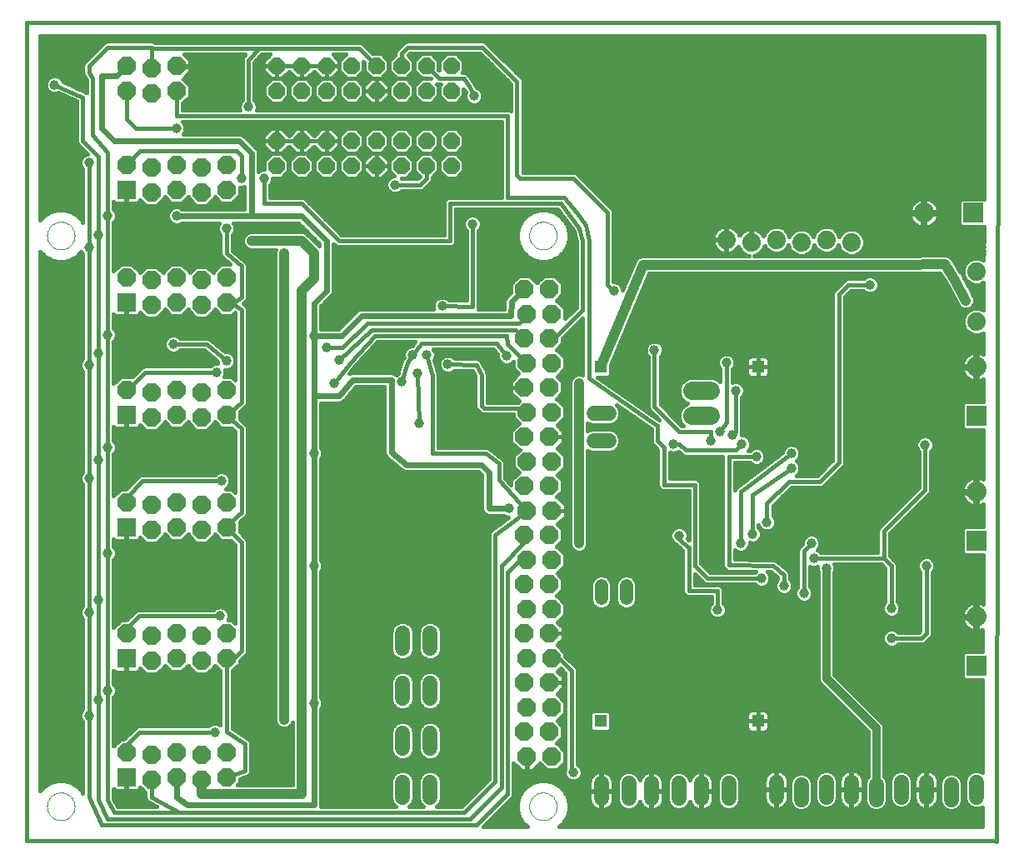
<source format=gbl>
G75*
%MOIN*%
%OFA0B0*%
%FSLAX24Y24*%
%IPPOS*%
%LPD*%
%AMOC8*
5,1,8,0,0,1.08239X$1,22.5*
%
%ADD10C,0.0160*%
%ADD11C,0.0740*%
%ADD12C,0.0600*%
%ADD13R,0.0740X0.0740*%
%ADD14OC8,0.0740*%
%ADD15C,0.0740*%
%ADD16R,0.0800X0.0800*%
%ADD17C,0.0800*%
%ADD18C,0.0520*%
%ADD19OC8,0.0660*%
%ADD20C,0.0000*%
%ADD21R,0.0515X0.0515*%
%ADD22C,0.0396*%
%ADD23C,0.0400*%
%ADD24C,0.0240*%
%ADD25C,0.0320*%
D10*
X004043Y005930D02*
X004043Y038680D01*
X042918Y038680D01*
X042843Y005905D01*
X042788Y005930D02*
X004043Y005930D01*
X004603Y007948D02*
X004603Y029502D01*
X004788Y029317D01*
X005023Y029182D01*
X005285Y029111D01*
X005557Y029111D01*
X005819Y029182D01*
X006054Y029317D01*
X006232Y029495D01*
X006239Y029477D01*
X006303Y029414D01*
X006303Y025221D01*
X006239Y025158D01*
X006185Y025026D01*
X006185Y024884D01*
X006239Y024752D01*
X006303Y024689D01*
X006303Y020696D01*
X006239Y020633D01*
X006185Y020501D01*
X006185Y020359D01*
X006239Y020227D01*
X006303Y020164D01*
X006303Y015321D01*
X006239Y015258D01*
X006185Y015126D01*
X006185Y014984D01*
X006239Y014852D01*
X006303Y014789D01*
X006303Y011196D01*
X006239Y011133D01*
X006185Y011001D01*
X006185Y010859D01*
X006239Y010727D01*
X006303Y010664D01*
X006303Y007843D01*
X006246Y007941D01*
X006054Y008133D01*
X005819Y008269D01*
X005557Y008339D01*
X005285Y008339D01*
X005023Y008269D01*
X004788Y008133D01*
X004603Y007948D01*
X004603Y007991D02*
X004645Y007991D01*
X004603Y008149D02*
X004815Y008149D01*
X004603Y008308D02*
X005167Y008308D01*
X005675Y008308D02*
X006303Y008308D01*
X006303Y008466D02*
X004603Y008466D01*
X004603Y008625D02*
X006303Y008625D01*
X006303Y008783D02*
X004603Y008783D01*
X004603Y008942D02*
X006303Y008942D01*
X006303Y009100D02*
X004603Y009100D01*
X004603Y009259D02*
X006303Y009259D01*
X006303Y009417D02*
X004603Y009417D01*
X004603Y009576D02*
X006303Y009576D01*
X006303Y009734D02*
X004603Y009734D01*
X004603Y009893D02*
X006303Y009893D01*
X006303Y010051D02*
X004603Y010051D01*
X004603Y010210D02*
X006303Y010210D01*
X006303Y010368D02*
X004603Y010368D01*
X004603Y010527D02*
X006303Y010527D01*
X006281Y010685D02*
X004603Y010685D01*
X004603Y010844D02*
X006191Y010844D01*
X006185Y011002D02*
X004603Y011002D01*
X004603Y011161D02*
X006267Y011161D01*
X006303Y011319D02*
X004603Y011319D01*
X004603Y011478D02*
X006303Y011478D01*
X006303Y011636D02*
X004603Y011636D01*
X004603Y011795D02*
X006303Y011795D01*
X006303Y011953D02*
X004603Y011953D01*
X004603Y012112D02*
X006303Y012112D01*
X006303Y012270D02*
X004603Y012270D01*
X004603Y012429D02*
X006303Y012429D01*
X006303Y012587D02*
X004603Y012587D01*
X004603Y012746D02*
X006303Y012746D01*
X006303Y012904D02*
X004603Y012904D01*
X004603Y013063D02*
X006303Y013063D01*
X006303Y013221D02*
X004603Y013221D01*
X004603Y013380D02*
X006303Y013380D01*
X006303Y013538D02*
X004603Y013538D01*
X004603Y013697D02*
X006303Y013697D01*
X006303Y013855D02*
X004603Y013855D01*
X004603Y014014D02*
X006303Y014014D01*
X006303Y014172D02*
X004603Y014172D01*
X004603Y014331D02*
X006303Y014331D01*
X006303Y014489D02*
X004603Y014489D01*
X004603Y014648D02*
X006303Y014648D01*
X006285Y014806D02*
X004603Y014806D01*
X004603Y014965D02*
X006193Y014965D01*
X006185Y015123D02*
X004603Y015123D01*
X004603Y015282D02*
X006263Y015282D01*
X006303Y015440D02*
X004603Y015440D01*
X004603Y015599D02*
X006303Y015599D01*
X006303Y015757D02*
X004603Y015757D01*
X004603Y015916D02*
X006303Y015916D01*
X006303Y016074D02*
X004603Y016074D01*
X004603Y016233D02*
X006303Y016233D01*
X006303Y016391D02*
X004603Y016391D01*
X004603Y016550D02*
X006303Y016550D01*
X006303Y016708D02*
X004603Y016708D01*
X004603Y016867D02*
X006303Y016867D01*
X006303Y017025D02*
X004603Y017025D01*
X004603Y017184D02*
X006303Y017184D01*
X006303Y017342D02*
X004603Y017342D01*
X004603Y017501D02*
X006303Y017501D01*
X006303Y017659D02*
X004603Y017659D01*
X004603Y017818D02*
X006303Y017818D01*
X006303Y017976D02*
X004603Y017976D01*
X004603Y018135D02*
X006303Y018135D01*
X006303Y018293D02*
X004603Y018293D01*
X004603Y018452D02*
X006303Y018452D01*
X006303Y018610D02*
X004603Y018610D01*
X004603Y018769D02*
X006303Y018769D01*
X006303Y018927D02*
X004603Y018927D01*
X004603Y019086D02*
X006303Y019086D01*
X006303Y019244D02*
X004603Y019244D01*
X004603Y019403D02*
X006303Y019403D01*
X006303Y019561D02*
X004603Y019561D01*
X004603Y019720D02*
X006303Y019720D01*
X006303Y019878D02*
X004603Y019878D01*
X004603Y020037D02*
X006303Y020037D01*
X006271Y020195D02*
X004603Y020195D01*
X004603Y020354D02*
X006187Y020354D01*
X006189Y020512D02*
X004603Y020512D01*
X004603Y020671D02*
X006277Y020671D01*
X006303Y020829D02*
X004603Y020829D01*
X004603Y020988D02*
X006303Y020988D01*
X006303Y021146D02*
X004603Y021146D01*
X004603Y021305D02*
X006303Y021305D01*
X006303Y021463D02*
X004603Y021463D01*
X004603Y021622D02*
X006303Y021622D01*
X006303Y021780D02*
X004603Y021780D01*
X004603Y021939D02*
X006303Y021939D01*
X006303Y022097D02*
X004603Y022097D01*
X004603Y022256D02*
X006303Y022256D01*
X006303Y022414D02*
X004603Y022414D01*
X004603Y022573D02*
X006303Y022573D01*
X006303Y022731D02*
X004603Y022731D01*
X004603Y022890D02*
X006303Y022890D01*
X006303Y023048D02*
X004603Y023048D01*
X004603Y023207D02*
X006303Y023207D01*
X006303Y023365D02*
X004603Y023365D01*
X004603Y023524D02*
X006303Y023524D01*
X006303Y023682D02*
X004603Y023682D01*
X004603Y023841D02*
X006303Y023841D01*
X006303Y023999D02*
X004603Y023999D01*
X004603Y024158D02*
X006303Y024158D01*
X006303Y024316D02*
X004603Y024316D01*
X004603Y024475D02*
X006303Y024475D01*
X006303Y024633D02*
X004603Y024633D01*
X004603Y024792D02*
X006223Y024792D01*
X006185Y024950D02*
X004603Y024950D01*
X004603Y025109D02*
X006219Y025109D01*
X006303Y025267D02*
X004603Y025267D01*
X004603Y025426D02*
X006303Y025426D01*
X006303Y025584D02*
X004603Y025584D01*
X004603Y025743D02*
X006303Y025743D01*
X006303Y025901D02*
X004603Y025901D01*
X004603Y026060D02*
X006303Y026060D01*
X006303Y026218D02*
X004603Y026218D01*
X004603Y026377D02*
X006303Y026377D01*
X006303Y026535D02*
X004603Y026535D01*
X004603Y026694D02*
X006303Y026694D01*
X006303Y026852D02*
X004603Y026852D01*
X004603Y027011D02*
X006303Y027011D01*
X006303Y027169D02*
X004603Y027169D01*
X004603Y027328D02*
X006303Y027328D01*
X006303Y027486D02*
X004603Y027486D01*
X004603Y027645D02*
X006303Y027645D01*
X006303Y027803D02*
X004603Y027803D01*
X004603Y027962D02*
X006303Y027962D01*
X006303Y028120D02*
X004603Y028120D01*
X004603Y028279D02*
X006303Y028279D01*
X006303Y028437D02*
X004603Y028437D01*
X004603Y028596D02*
X006303Y028596D01*
X006303Y028754D02*
X004603Y028754D01*
X004603Y028913D02*
X006303Y028913D01*
X006303Y029071D02*
X004603Y029071D01*
X004603Y029230D02*
X004940Y029230D01*
X004717Y029388D02*
X004603Y029388D01*
X005902Y029230D02*
X006303Y029230D01*
X006303Y029388D02*
X006125Y029388D01*
X006543Y029680D02*
X006543Y033055D01*
X006212Y033192D02*
X004603Y033192D01*
X004603Y033034D02*
X006185Y033034D01*
X006185Y032984D02*
X006239Y032852D01*
X006303Y032789D01*
X006303Y030677D01*
X006246Y030776D01*
X006054Y030968D01*
X005819Y031104D01*
X005557Y031174D01*
X005285Y031174D01*
X005023Y031104D01*
X004788Y030968D01*
X004603Y030783D01*
X004603Y038120D01*
X042357Y038120D01*
X042342Y031615D01*
X041452Y031615D01*
X041358Y031521D01*
X041358Y030589D01*
X041452Y030495D01*
X042339Y030495D01*
X042336Y029157D01*
X042148Y029235D01*
X041937Y029235D01*
X041743Y029154D01*
X041594Y029005D01*
X041513Y028810D01*
X041513Y028600D01*
X041594Y028405D01*
X041743Y028256D01*
X041937Y028175D01*
X042148Y028175D01*
X042334Y028252D01*
X042332Y027159D01*
X042148Y027235D01*
X041937Y027235D01*
X041743Y027154D01*
X041594Y027005D01*
X041513Y026810D01*
X041513Y026600D01*
X041594Y026405D01*
X041743Y026256D01*
X041937Y026175D01*
X042148Y026175D01*
X042329Y026250D01*
X042328Y025404D01*
X042266Y025436D01*
X042179Y025464D01*
X042091Y025478D01*
X042091Y024946D01*
X041995Y024946D01*
X041995Y024851D01*
X041463Y024851D01*
X041477Y024763D01*
X041505Y024676D01*
X041547Y024595D01*
X041601Y024521D01*
X041665Y024456D01*
X041739Y024402D01*
X041820Y024361D01*
X041907Y024333D01*
X041995Y024319D01*
X041995Y024851D01*
X042091Y024851D01*
X042091Y024319D01*
X042179Y024333D01*
X042266Y024361D01*
X042325Y024391D01*
X042323Y023490D01*
X041577Y023490D01*
X041483Y023396D01*
X041483Y022464D01*
X041577Y022370D01*
X042321Y022370D01*
X042316Y020410D01*
X042266Y020436D01*
X042179Y020464D01*
X042091Y020478D01*
X042091Y019946D01*
X041995Y019946D01*
X041995Y019851D01*
X041463Y019851D01*
X041477Y019763D01*
X041505Y019676D01*
X041547Y019595D01*
X041601Y019521D01*
X041665Y019456D01*
X041739Y019402D01*
X041820Y019361D01*
X041907Y019333D01*
X041995Y019319D01*
X041995Y019851D01*
X042091Y019851D01*
X042091Y019319D01*
X042179Y019333D01*
X042266Y019361D01*
X042314Y019386D01*
X042312Y018490D01*
X041577Y018490D01*
X041483Y018396D01*
X041483Y017464D01*
X041577Y017370D01*
X042309Y017370D01*
X042305Y015416D01*
X042266Y015436D01*
X042179Y015464D01*
X042091Y015478D01*
X042091Y014946D01*
X041995Y014946D01*
X041995Y014851D01*
X041463Y014851D01*
X041477Y014763D01*
X041505Y014676D01*
X041547Y014595D01*
X041601Y014521D01*
X041665Y014456D01*
X041739Y014402D01*
X041820Y014361D01*
X041907Y014333D01*
X041995Y014319D01*
X041995Y014851D01*
X042091Y014851D01*
X042091Y014319D01*
X042179Y014333D01*
X042266Y014361D01*
X042302Y014380D01*
X042300Y013490D01*
X041577Y013490D01*
X041483Y013396D01*
X041483Y012464D01*
X041577Y012370D01*
X042298Y012370D01*
X042289Y008676D01*
X042134Y008740D01*
X041951Y008740D01*
X041782Y008670D01*
X041653Y008541D01*
X041583Y008371D01*
X041583Y007588D01*
X041653Y007419D01*
X041782Y007290D01*
X041951Y007220D01*
X042134Y007220D01*
X042286Y007283D01*
X042284Y006490D01*
X025353Y006490D01*
X025537Y006675D01*
X025673Y006910D01*
X025743Y007172D01*
X025743Y007444D01*
X025673Y007706D01*
X025537Y007941D01*
X025345Y008133D01*
X025110Y008269D01*
X024848Y008339D01*
X024576Y008339D01*
X024314Y008269D01*
X024079Y008133D01*
X023887Y007941D01*
X023751Y007706D01*
X023681Y007444D01*
X023681Y007172D01*
X023751Y006910D01*
X023887Y006675D01*
X024072Y006490D01*
X022317Y006490D01*
X023496Y007669D01*
X023533Y007757D01*
X023533Y009047D01*
X023838Y008742D01*
X024057Y008742D01*
X024057Y009284D01*
X024074Y009284D01*
X024074Y008742D01*
X024293Y008742D01*
X024579Y009029D01*
X024846Y008762D01*
X025285Y008762D01*
X025595Y009073D01*
X025595Y009512D01*
X025285Y009822D01*
X025245Y009822D01*
X025495Y010073D01*
X025495Y010512D01*
X025276Y010731D01*
X025285Y010731D01*
X025595Y011041D01*
X025595Y011480D01*
X025285Y011791D01*
X025273Y011791D01*
X025515Y012033D01*
X025515Y012252D01*
X024974Y012252D01*
X024974Y012269D01*
X025515Y012269D01*
X025515Y012489D01*
X025295Y012709D01*
X025410Y012824D01*
X025603Y012631D01*
X025603Y008855D01*
X025560Y008751D01*
X025560Y008609D01*
X025614Y008477D01*
X025715Y008376D01*
X025847Y008322D01*
X025989Y008322D01*
X026121Y008376D01*
X026222Y008477D01*
X026276Y008609D01*
X026276Y008751D01*
X026222Y008883D01*
X026121Y008984D01*
X026083Y008999D01*
X026083Y012778D01*
X026046Y012866D01*
X025979Y012933D01*
X025595Y013317D01*
X025595Y013449D01*
X025285Y013759D01*
X025273Y013759D01*
X025515Y014001D01*
X025515Y014221D01*
X024974Y014221D01*
X024974Y014238D01*
X025515Y014238D01*
X025515Y014457D01*
X025295Y014678D01*
X025595Y014978D01*
X025595Y015417D01*
X025285Y015728D01*
X025245Y015728D01*
X025495Y015978D01*
X025495Y016417D01*
X025276Y016636D01*
X025285Y016636D01*
X025595Y016947D01*
X025595Y017386D01*
X025285Y017696D01*
X025245Y017696D01*
X025495Y017947D01*
X025495Y018386D01*
X025295Y018586D01*
X025615Y018907D01*
X025615Y019126D01*
X025074Y019126D01*
X025074Y019143D01*
X025615Y019143D01*
X025615Y019363D01*
X025293Y019685D01*
X025265Y019685D01*
X025495Y019915D01*
X025495Y020354D01*
X025276Y020573D01*
X025285Y020573D01*
X025595Y020884D01*
X025595Y021323D01*
X025285Y021633D01*
X025273Y021633D01*
X025515Y021875D01*
X025515Y022095D01*
X024974Y022095D01*
X024974Y022112D01*
X025515Y022112D01*
X025515Y022331D01*
X025295Y022552D01*
X025595Y022852D01*
X025595Y023291D01*
X025285Y023602D01*
X025245Y023602D01*
X025495Y023852D01*
X025495Y024291D01*
X025276Y024510D01*
X025285Y024510D01*
X025595Y024821D01*
X025595Y025260D01*
X025285Y025570D01*
X025245Y025570D01*
X025495Y025821D01*
X025495Y026043D01*
X026303Y026851D01*
X026303Y024553D01*
X026215Y024590D01*
X026071Y024590D01*
X025939Y024535D01*
X025838Y024434D01*
X025783Y024302D01*
X025783Y017758D01*
X025838Y017626D01*
X025939Y017525D01*
X026071Y017470D01*
X026215Y017470D01*
X026347Y017525D01*
X026448Y017626D01*
X026503Y017758D01*
X026503Y021532D01*
X026651Y021470D01*
X027434Y021470D01*
X027603Y021540D01*
X027733Y021669D01*
X027803Y021838D01*
X027803Y022021D01*
X027733Y022191D01*
X027603Y022320D01*
X027434Y022390D01*
X026651Y022390D01*
X026503Y022328D01*
X026503Y022632D01*
X026651Y022570D01*
X027434Y022570D01*
X027603Y022640D01*
X027733Y022769D01*
X027803Y022938D01*
X027803Y023121D01*
X027733Y023291D01*
X027650Y023373D01*
X029053Y022404D01*
X029053Y021882D01*
X029089Y021794D01*
X029303Y021581D01*
X029303Y020132D01*
X029339Y020044D01*
X029407Y019977D01*
X029495Y019940D01*
X030553Y019940D01*
X030553Y017959D01*
X030492Y018020D01*
X030514Y018071D01*
X030514Y018214D01*
X030459Y018345D01*
X030358Y018446D01*
X030227Y018501D01*
X030084Y018501D01*
X029953Y018446D01*
X029852Y018345D01*
X029797Y018214D01*
X029797Y018071D01*
X029852Y017940D01*
X029953Y017839D01*
X030024Y017809D01*
X030303Y017531D01*
X030303Y015882D01*
X030339Y015794D01*
X030407Y015727D01*
X030495Y015690D01*
X031453Y015690D01*
X031453Y015446D01*
X031389Y015383D01*
X031335Y015251D01*
X031335Y015109D01*
X031389Y014977D01*
X031490Y014876D01*
X031622Y014822D01*
X031764Y014822D01*
X031896Y014876D01*
X031997Y014977D01*
X032051Y015109D01*
X032051Y015251D01*
X031997Y015383D01*
X031933Y015446D01*
X031933Y015978D01*
X031896Y016066D01*
X031829Y016133D01*
X031741Y016170D01*
X030783Y016170D01*
X030783Y016601D01*
X031089Y016294D01*
X031157Y016227D01*
X031245Y016190D01*
X033176Y016190D01*
X033240Y016126D01*
X033372Y016072D01*
X033514Y016072D01*
X033646Y016126D01*
X033747Y016227D01*
X033801Y016359D01*
X033801Y016501D01*
X033747Y016633D01*
X033686Y016693D01*
X033830Y016691D01*
X034103Y016467D01*
X034103Y016396D01*
X034039Y016333D01*
X033985Y016201D01*
X033985Y016059D01*
X034039Y015927D01*
X034140Y015826D01*
X034272Y015772D01*
X034414Y015772D01*
X034546Y015826D01*
X034647Y015927D01*
X034701Y016059D01*
X034701Y016201D01*
X034647Y016333D01*
X034583Y016396D01*
X034583Y016544D01*
X034586Y016556D01*
X034583Y016592D01*
X034583Y016628D01*
X034578Y016639D01*
X034577Y016651D01*
X034560Y016683D01*
X034546Y016716D01*
X034538Y016724D01*
X034532Y016735D01*
X034504Y016758D01*
X034479Y016783D01*
X034468Y016788D01*
X034081Y017107D01*
X034057Y017132D01*
X034044Y017137D01*
X034034Y017146D01*
X034001Y017156D01*
X033969Y017169D01*
X033955Y017169D01*
X033942Y017173D01*
X033908Y017170D01*
X032383Y017192D01*
X032383Y017559D01*
X032415Y017526D01*
X032547Y017472D01*
X032689Y017472D01*
X032821Y017526D01*
X032922Y017627D01*
X032976Y017759D01*
X032976Y017866D01*
X033022Y017847D01*
X033164Y017847D01*
X033296Y017901D01*
X033397Y018002D01*
X033451Y018134D01*
X033451Y018276D01*
X033397Y018408D01*
X033333Y018471D01*
X033333Y018553D01*
X033364Y018477D01*
X033465Y018376D01*
X033597Y018322D01*
X033739Y018322D01*
X033871Y018376D01*
X033972Y018477D01*
X034026Y018609D01*
X034026Y018751D01*
X033972Y018883D01*
X033908Y018946D01*
X033908Y019331D01*
X034642Y020065D01*
X035841Y020065D01*
X035929Y020102D01*
X035996Y020169D01*
X036746Y020919D01*
X036783Y021007D01*
X036783Y027706D01*
X037017Y027940D01*
X037526Y027940D01*
X037590Y027876D01*
X037722Y027822D01*
X037864Y027822D01*
X037996Y027876D01*
X038097Y027977D01*
X038151Y028109D01*
X038151Y028251D01*
X038097Y028383D01*
X037996Y028484D01*
X037864Y028538D01*
X037722Y028538D01*
X037590Y028484D01*
X037526Y028420D01*
X036870Y028420D01*
X036782Y028383D01*
X036407Y028008D01*
X036339Y027941D01*
X036303Y027853D01*
X036303Y021154D01*
X035694Y020545D01*
X034864Y020545D01*
X034947Y020627D01*
X035001Y020759D01*
X035001Y020901D01*
X034947Y021033D01*
X034849Y021130D01*
X034947Y021227D01*
X035001Y021359D01*
X035001Y021501D01*
X034947Y021633D01*
X034846Y021734D01*
X034714Y021788D01*
X034572Y021788D01*
X034440Y021734D01*
X034339Y021633D01*
X034285Y021501D01*
X034285Y021461D01*
X032498Y020115D01*
X032482Y020108D01*
X032460Y020087D01*
X032435Y020068D01*
X032427Y020053D01*
X032414Y020041D01*
X032403Y020012D01*
X032387Y019986D01*
X032385Y019969D01*
X032383Y019965D01*
X032383Y021065D01*
X032976Y021065D01*
X033040Y021001D01*
X033172Y020947D01*
X033314Y020947D01*
X033446Y021001D01*
X033547Y021102D01*
X033601Y021234D01*
X033601Y021376D01*
X033547Y021508D01*
X033446Y021609D01*
X033314Y021663D01*
X033172Y021663D01*
X033040Y021609D01*
X032976Y021545D01*
X032914Y021545D01*
X032972Y021602D01*
X033026Y021734D01*
X033026Y021876D01*
X032972Y022008D01*
X032871Y022109D01*
X032739Y022163D01*
X032651Y022163D01*
X032651Y022241D01*
X032658Y022257D01*
X032658Y023664D01*
X032722Y023727D01*
X032776Y023859D01*
X032776Y024001D01*
X032722Y024133D01*
X032621Y024234D01*
X032489Y024288D01*
X032347Y024288D01*
X032283Y024262D01*
X032283Y024789D01*
X032347Y024852D01*
X032401Y024984D01*
X032401Y025126D01*
X032347Y025258D01*
X032246Y025359D01*
X032114Y025413D01*
X031972Y025413D01*
X031840Y025359D01*
X031739Y025258D01*
X031685Y025126D01*
X031685Y024984D01*
X031739Y024852D01*
X031803Y024789D01*
X031803Y024290D01*
X031713Y024379D01*
X031518Y024460D01*
X030567Y024460D01*
X030373Y024379D01*
X030224Y024230D01*
X030143Y024035D01*
X030143Y023825D01*
X030224Y023630D01*
X030373Y023481D01*
X030495Y023430D01*
X030373Y023379D01*
X030224Y023230D01*
X030143Y023035D01*
X030143Y022825D01*
X030224Y022630D01*
X030308Y022545D01*
X030267Y022545D01*
X029408Y023404D01*
X029408Y025289D01*
X029472Y025352D01*
X029526Y025484D01*
X029526Y025626D01*
X029472Y025758D01*
X029371Y025859D01*
X029239Y025913D01*
X029097Y025913D01*
X028965Y025859D01*
X028864Y025758D01*
X028810Y025626D01*
X028810Y025484D01*
X028864Y025352D01*
X028928Y025289D01*
X028928Y023257D01*
X028964Y023169D01*
X029354Y022780D01*
X026900Y024475D01*
X027330Y024475D01*
X027424Y024569D01*
X027424Y024957D01*
X028958Y028620D01*
X038824Y028620D01*
X038826Y028619D01*
X038895Y028620D01*
X038965Y028620D01*
X038967Y028621D01*
X040595Y028642D01*
X040816Y028289D01*
X041311Y027374D01*
X041324Y027342D01*
X041333Y027334D01*
X041345Y027311D01*
X041400Y027266D01*
X041425Y027242D01*
X041436Y027237D01*
X041456Y027221D01*
X041525Y027200D01*
X041556Y027187D01*
X041569Y027187D01*
X041593Y027180D01*
X041664Y027187D01*
X041699Y027187D01*
X041710Y027192D01*
X041736Y027195D01*
X041799Y027229D01*
X041830Y027242D01*
X041839Y027250D01*
X041862Y027263D01*
X041907Y027318D01*
X041931Y027342D01*
X041936Y027354D01*
X041952Y027374D01*
X041973Y027442D01*
X041986Y027474D01*
X041986Y027486D01*
X042332Y027486D01*
X042332Y027328D02*
X041916Y027328D01*
X041986Y027486D02*
X041993Y027511D01*
X041986Y027582D01*
X041986Y027617D01*
X041981Y027628D01*
X041978Y027654D01*
X041944Y027716D01*
X041931Y027748D01*
X041922Y027757D01*
X041473Y028589D01*
X041471Y028601D01*
X041439Y028652D01*
X041410Y028705D01*
X041401Y028712D01*
X041113Y029173D01*
X041095Y029213D01*
X041075Y029233D01*
X041060Y029257D01*
X041024Y029282D01*
X040993Y029313D01*
X040966Y029323D01*
X040943Y029340D01*
X040901Y029350D01*
X040860Y029366D01*
X040831Y029366D01*
X040804Y029372D01*
X040761Y029365D01*
X038891Y029340D01*
X033149Y029340D01*
X033172Y029344D01*
X033254Y029370D01*
X033331Y029410D01*
X033401Y029460D01*
X033462Y029522D01*
X033513Y029592D01*
X033553Y029669D01*
X033573Y029730D01*
X033594Y029680D01*
X033743Y029531D01*
X033937Y029450D01*
X034148Y029450D01*
X034343Y029531D01*
X034492Y029680D01*
X034522Y029752D01*
X034594Y029580D01*
X034743Y029431D01*
X034937Y029350D01*
X035148Y029350D01*
X035343Y029431D01*
X035492Y029580D01*
X035564Y029752D01*
X035594Y029680D01*
X035743Y029531D01*
X035937Y029450D01*
X036148Y029450D01*
X036343Y029531D01*
X036492Y029680D01*
X036522Y029752D01*
X036594Y029580D01*
X036743Y029431D01*
X036937Y029350D01*
X037148Y029350D01*
X037343Y029431D01*
X037492Y029580D01*
X037573Y029775D01*
X037573Y029985D01*
X037492Y030180D01*
X037343Y030329D01*
X037148Y030410D01*
X036937Y030410D01*
X036743Y030329D01*
X036594Y030180D01*
X036564Y030108D01*
X036492Y030280D01*
X036343Y030429D01*
X036148Y030510D01*
X035937Y030510D01*
X035743Y030429D01*
X035594Y030280D01*
X035522Y030108D01*
X035492Y030180D01*
X035343Y030329D01*
X035148Y030410D01*
X034937Y030410D01*
X034743Y030329D01*
X034594Y030180D01*
X034564Y030108D01*
X034492Y030280D01*
X034343Y030429D01*
X034148Y030510D01*
X033937Y030510D01*
X033743Y030429D01*
X033594Y030280D01*
X033532Y030132D01*
X033513Y030168D01*
X033462Y030238D01*
X033401Y030300D01*
X033331Y030350D01*
X033254Y030390D01*
X033172Y030416D01*
X033086Y030430D01*
X033063Y030430D01*
X033063Y029900D01*
X033023Y029900D01*
X033023Y030430D01*
X033000Y030430D01*
X032914Y030416D01*
X032832Y030390D01*
X032755Y030350D01*
X032685Y030300D01*
X032623Y030238D01*
X032573Y030168D01*
X032565Y030153D01*
X032553Y030191D01*
X032513Y030268D01*
X032462Y030338D01*
X032401Y030400D01*
X032331Y030450D01*
X032254Y030490D01*
X032172Y030516D01*
X032086Y030530D01*
X032063Y030530D01*
X032063Y030000D01*
X032023Y030000D01*
X032023Y030530D01*
X032000Y030530D01*
X031914Y030516D01*
X031832Y030490D01*
X031755Y030450D01*
X031685Y030400D01*
X031623Y030338D01*
X031573Y030268D01*
X031533Y030191D01*
X031506Y030109D01*
X031493Y030023D01*
X031493Y030000D01*
X032023Y030000D01*
X032023Y029960D01*
X032063Y029960D01*
X032063Y029430D01*
X032086Y029430D01*
X032172Y029444D01*
X032254Y029470D01*
X032331Y029510D01*
X032401Y029560D01*
X032462Y029622D01*
X032513Y029692D01*
X032521Y029707D01*
X032533Y029669D01*
X032573Y029592D01*
X032623Y029522D01*
X032685Y029460D01*
X032755Y029410D01*
X032832Y029370D01*
X032914Y029344D01*
X032937Y029340D01*
X028719Y029340D01*
X028649Y029340D01*
X028648Y029340D01*
X028647Y029340D01*
X028582Y029313D01*
X028516Y029286D01*
X028515Y029285D01*
X028465Y029235D01*
X028414Y029185D01*
X028414Y029184D01*
X028414Y029184D01*
X028386Y029119D01*
X027901Y027960D01*
X027901Y028001D01*
X027847Y028133D01*
X027746Y028234D01*
X027614Y028288D01*
X027533Y028288D01*
X027533Y031103D01*
X027496Y031191D01*
X027429Y031258D01*
X026054Y032633D01*
X025966Y032670D01*
X023908Y032670D01*
X023908Y036353D01*
X023871Y036441D01*
X023804Y036508D01*
X022429Y037883D01*
X022341Y037920D01*
X019245Y037920D01*
X019157Y037883D01*
X019089Y037816D01*
X018839Y037566D01*
X018803Y037478D01*
X018803Y037383D01*
X018553Y037133D01*
X018553Y036727D01*
X018840Y036440D01*
X019246Y036440D01*
X019533Y036727D01*
X019533Y037133D01*
X019309Y037357D01*
X019392Y037440D01*
X022194Y037440D01*
X023428Y036206D01*
X023428Y035134D01*
X023341Y035170D01*
X013250Y035170D01*
X013276Y035234D01*
X013276Y035376D01*
X013222Y035508D01*
X013158Y035571D01*
X013158Y037081D01*
X013467Y037390D01*
X013782Y037390D01*
X013533Y037141D01*
X013533Y036930D01*
X013533Y036719D01*
X013832Y036420D01*
X014043Y036420D01*
X014254Y036420D01*
X014543Y036709D01*
X014832Y036420D01*
X015043Y036420D01*
X015254Y036420D01*
X015543Y036709D01*
X015832Y036420D01*
X016043Y036420D01*
X016254Y036420D01*
X016553Y036719D01*
X016553Y036930D01*
X016553Y037141D01*
X016304Y037390D01*
X016810Y037390D01*
X016553Y037133D01*
X016553Y036727D01*
X016840Y036440D01*
X017246Y036440D01*
X017533Y036727D01*
X017533Y037101D01*
X017553Y037081D01*
X017553Y036727D01*
X017840Y036440D01*
X018246Y036440D01*
X018533Y036727D01*
X018533Y037133D01*
X018246Y037420D01*
X017892Y037420D01*
X017479Y037833D01*
X017391Y037870D01*
X009192Y037870D01*
X009179Y037883D01*
X009091Y037920D01*
X007245Y037920D01*
X007157Y037883D01*
X007089Y037816D01*
X006407Y037133D01*
X006339Y037066D01*
X006303Y036978D01*
X006303Y036710D01*
X006299Y036692D01*
X006303Y036662D01*
X006303Y036632D01*
X006310Y036615D01*
X006313Y036597D01*
X006328Y036572D01*
X006339Y036544D01*
X006352Y036531D01*
X006453Y036364D01*
X006453Y035860D01*
X006434Y035880D01*
X006431Y035881D01*
X006429Y035883D01*
X006388Y035901D01*
X005510Y036291D01*
X005472Y036383D01*
X005371Y036484D01*
X005239Y036538D01*
X005097Y036538D01*
X004965Y036484D01*
X004864Y036383D01*
X004810Y036251D01*
X004810Y036109D01*
X004864Y035977D01*
X004965Y035876D01*
X005097Y035822D01*
X005239Y035822D01*
X005313Y035853D01*
X006053Y035524D01*
X006053Y033882D01*
X006089Y033794D01*
X006157Y033727D01*
X006471Y033413D01*
X006340Y033359D01*
X006239Y033258D01*
X006185Y033126D01*
X006185Y032984D01*
X006230Y032875D02*
X004603Y032875D01*
X004603Y032717D02*
X006303Y032717D01*
X006303Y032558D02*
X004603Y032558D01*
X004603Y032400D02*
X006303Y032400D01*
X006303Y032241D02*
X004603Y032241D01*
X004603Y032083D02*
X006303Y032083D01*
X006303Y031924D02*
X004603Y031924D01*
X004603Y031766D02*
X006303Y031766D01*
X006303Y031607D02*
X004603Y031607D01*
X004603Y031449D02*
X006303Y031449D01*
X006303Y031290D02*
X004603Y031290D01*
X004603Y031132D02*
X005127Y031132D01*
X004797Y030973D02*
X004603Y030973D01*
X004603Y030815D02*
X004634Y030815D01*
X005714Y031132D02*
X006303Y031132D01*
X006303Y030973D02*
X006045Y030973D01*
X006207Y030815D02*
X006303Y030815D01*
X006918Y030180D02*
X006918Y033305D01*
X006293Y033930D01*
X006293Y035680D01*
X005168Y036180D01*
X004836Y036045D02*
X004603Y036045D01*
X004603Y035887D02*
X004955Y035887D01*
X004810Y036204D02*
X004603Y036204D01*
X004603Y036362D02*
X004856Y036362D01*
X005054Y036521D02*
X004603Y036521D01*
X004603Y036679D02*
X006300Y036679D01*
X006303Y036838D02*
X004603Y036838D01*
X004603Y036996D02*
X006310Y036996D01*
X006407Y037133D02*
X006407Y037133D01*
X006428Y037155D02*
X004603Y037155D01*
X004603Y037313D02*
X006587Y037313D01*
X006745Y037472D02*
X004603Y037472D01*
X004603Y037630D02*
X006904Y037630D01*
X007062Y037789D02*
X004603Y037789D01*
X004603Y037947D02*
X042356Y037947D01*
X042356Y037789D02*
X022524Y037789D01*
X022682Y037630D02*
X042356Y037630D01*
X042355Y037472D02*
X022841Y037472D01*
X022999Y037313D02*
X042355Y037313D01*
X042354Y037155D02*
X023158Y037155D01*
X023316Y036996D02*
X042354Y036996D01*
X042354Y036838D02*
X023475Y036838D01*
X023633Y036679D02*
X042353Y036679D01*
X042353Y036521D02*
X023792Y036521D01*
X023904Y036362D02*
X042353Y036362D01*
X042352Y036204D02*
X023908Y036204D01*
X023908Y036045D02*
X042352Y036045D01*
X042352Y035887D02*
X023908Y035887D01*
X023908Y035728D02*
X042351Y035728D01*
X042351Y035570D02*
X023908Y035570D01*
X023908Y035411D02*
X042350Y035411D01*
X042350Y035253D02*
X023908Y035253D01*
X023908Y035094D02*
X042350Y035094D01*
X042349Y034936D02*
X023908Y034936D01*
X023908Y034777D02*
X042349Y034777D01*
X042349Y034619D02*
X023908Y034619D01*
X023908Y034460D02*
X042348Y034460D01*
X042348Y034302D02*
X023908Y034302D01*
X023908Y034143D02*
X042348Y034143D01*
X042347Y033985D02*
X023908Y033985D01*
X023908Y033826D02*
X042347Y033826D01*
X042346Y033668D02*
X023908Y033668D01*
X023908Y033509D02*
X042346Y033509D01*
X042346Y033351D02*
X023908Y033351D01*
X023908Y033192D02*
X042345Y033192D01*
X042345Y033034D02*
X023908Y033034D01*
X023908Y032875D02*
X042345Y032875D01*
X042344Y032717D02*
X023908Y032717D01*
X023668Y032555D02*
X023793Y032430D01*
X025918Y032430D01*
X027293Y031055D01*
X027293Y028180D01*
X027543Y027930D01*
X027901Y027962D02*
X027902Y027962D01*
X027852Y028120D02*
X027968Y028120D01*
X028035Y028279D02*
X027637Y028279D01*
X027533Y028437D02*
X028101Y028437D01*
X028167Y028596D02*
X027533Y028596D01*
X027533Y028754D02*
X028234Y028754D01*
X028300Y028913D02*
X027533Y028913D01*
X027533Y029071D02*
X028367Y029071D01*
X028459Y029230D02*
X027533Y029230D01*
X027533Y029388D02*
X032797Y029388D01*
X032605Y029547D02*
X032382Y029547D01*
X032520Y029705D02*
X032521Y029705D01*
X032063Y029705D02*
X032023Y029705D01*
X032023Y029547D02*
X032063Y029547D01*
X032023Y029430D02*
X032023Y029960D01*
X031493Y029960D01*
X031493Y029937D01*
X031506Y029851D01*
X031533Y029769D01*
X031573Y029692D01*
X031623Y029622D01*
X031685Y029560D01*
X031755Y029510D01*
X031832Y029470D01*
X031914Y029444D01*
X032000Y029430D01*
X032023Y029430D01*
X031704Y029547D02*
X027533Y029547D01*
X027533Y029705D02*
X031566Y029705D01*
X031505Y029864D02*
X027533Y029864D01*
X027533Y030022D02*
X031493Y030022D01*
X031530Y030181D02*
X027533Y030181D01*
X027533Y030339D02*
X031624Y030339D01*
X031856Y030498D02*
X027533Y030498D01*
X027533Y030656D02*
X039528Y030656D01*
X039507Y030677D02*
X039572Y030613D01*
X039645Y030559D01*
X039727Y030517D01*
X039814Y030489D01*
X039901Y030475D01*
X039901Y031007D01*
X039370Y031007D01*
X039384Y030919D01*
X039412Y030832D01*
X039453Y030751D01*
X039507Y030677D01*
X039421Y030815D02*
X027533Y030815D01*
X027533Y030973D02*
X039375Y030973D01*
X039370Y031103D02*
X039901Y031103D01*
X039901Y031007D01*
X039997Y031007D01*
X039997Y030475D01*
X040085Y030489D01*
X040172Y030517D01*
X040253Y030559D01*
X040327Y030613D01*
X040392Y030677D01*
X040445Y030751D01*
X040487Y030832D01*
X040515Y030919D01*
X040529Y031007D01*
X039997Y031007D01*
X039997Y031103D01*
X039901Y031103D01*
X039901Y031635D01*
X039814Y031621D01*
X039727Y031593D01*
X039645Y031551D01*
X039572Y031497D01*
X039507Y031433D01*
X039453Y031359D01*
X039412Y031278D01*
X039384Y031191D01*
X039370Y031103D01*
X039374Y031132D02*
X027521Y031132D01*
X027397Y031290D02*
X039418Y031290D01*
X039523Y031449D02*
X027239Y031449D01*
X027080Y031607D02*
X039771Y031607D01*
X039901Y031607D02*
X039997Y031607D01*
X039997Y031635D02*
X040085Y031621D01*
X040172Y031593D01*
X040253Y031551D01*
X040327Y031497D01*
X040392Y031433D01*
X040445Y031359D01*
X040487Y031278D01*
X040515Y031191D01*
X040529Y031103D01*
X039997Y031103D01*
X039997Y031635D01*
X040127Y031607D02*
X041444Y031607D01*
X041358Y031449D02*
X040376Y031449D01*
X040481Y031290D02*
X041358Y031290D01*
X041358Y031132D02*
X040525Y031132D01*
X040524Y030973D02*
X041358Y030973D01*
X041358Y030815D02*
X040478Y030815D01*
X040371Y030656D02*
X041358Y030656D01*
X041449Y030498D02*
X040111Y030498D01*
X039997Y030498D02*
X039901Y030498D01*
X039788Y030498D02*
X036178Y030498D01*
X035907Y030498D02*
X034178Y030498D01*
X033907Y030498D02*
X032230Y030498D01*
X032063Y030498D02*
X032023Y030498D01*
X032023Y030339D02*
X032063Y030339D01*
X032063Y030181D02*
X032023Y030181D01*
X032023Y030022D02*
X032063Y030022D01*
X032063Y029864D02*
X032023Y029864D01*
X032556Y030181D02*
X032581Y030181D01*
X032462Y030339D02*
X032739Y030339D01*
X033023Y030339D02*
X033063Y030339D01*
X033063Y030181D02*
X033023Y030181D01*
X033023Y030022D02*
X033063Y030022D01*
X033347Y030339D02*
X033652Y030339D01*
X033552Y030181D02*
X033504Y030181D01*
X034433Y030339D02*
X034766Y030339D01*
X034594Y030181D02*
X034534Y030181D01*
X035320Y030339D02*
X035652Y030339D01*
X035552Y030181D02*
X035492Y030181D01*
X035544Y029705D02*
X035583Y029705D01*
X035459Y029547D02*
X035727Y029547D01*
X035240Y029388D02*
X036846Y029388D01*
X036627Y029547D02*
X036359Y029547D01*
X036503Y029705D02*
X036542Y029705D01*
X037240Y029388D02*
X042337Y029388D01*
X042336Y029230D02*
X042162Y029230D01*
X041924Y029230D02*
X041078Y029230D01*
X041176Y029071D02*
X041659Y029071D01*
X041555Y028913D02*
X041275Y028913D01*
X041375Y028754D02*
X041513Y028754D01*
X041515Y028596D02*
X041472Y028596D01*
X041555Y028437D02*
X041580Y028437D01*
X041640Y028279D02*
X041720Y028279D01*
X041726Y028120D02*
X042334Y028120D01*
X042333Y027962D02*
X041812Y027962D01*
X041898Y027803D02*
X042333Y027803D01*
X042333Y027645D02*
X041979Y027645D01*
X041778Y027169D02*
X036783Y027169D01*
X036783Y027011D02*
X041599Y027011D01*
X041530Y026852D02*
X036783Y026852D01*
X036783Y026694D02*
X041513Y026694D01*
X041540Y026535D02*
X036783Y026535D01*
X036783Y026377D02*
X041622Y026377D01*
X041834Y026218D02*
X036783Y026218D01*
X036783Y026060D02*
X042329Y026060D01*
X042329Y026218D02*
X042252Y026218D01*
X042329Y025901D02*
X036783Y025901D01*
X036783Y025743D02*
X042328Y025743D01*
X042328Y025584D02*
X036783Y025584D01*
X036783Y025426D02*
X041800Y025426D01*
X041820Y025436D02*
X041739Y025395D01*
X041665Y025341D01*
X041601Y025276D01*
X041547Y025202D01*
X041505Y025121D01*
X041477Y025034D01*
X041463Y024946D01*
X041995Y024946D01*
X041995Y025478D01*
X041907Y025464D01*
X041820Y025436D01*
X041995Y025426D02*
X042091Y025426D01*
X042091Y025267D02*
X041995Y025267D01*
X041995Y025109D02*
X042091Y025109D01*
X042091Y024950D02*
X041995Y024950D01*
X041995Y024792D02*
X042091Y024792D01*
X042091Y024633D02*
X041995Y024633D01*
X041995Y024475D02*
X042091Y024475D01*
X042325Y024316D02*
X036783Y024316D01*
X036783Y024158D02*
X042325Y024158D01*
X042324Y023999D02*
X036783Y023999D01*
X036783Y023841D02*
X042324Y023841D01*
X042324Y023682D02*
X036783Y023682D01*
X036783Y023524D02*
X042323Y023524D01*
X041483Y023365D02*
X036783Y023365D01*
X036783Y023207D02*
X041483Y023207D01*
X041483Y023048D02*
X036783Y023048D01*
X036783Y022890D02*
X041483Y022890D01*
X041483Y022731D02*
X036783Y022731D01*
X036783Y022573D02*
X041483Y022573D01*
X041533Y022414D02*
X036783Y022414D01*
X036783Y022256D02*
X042320Y022256D01*
X042320Y022097D02*
X040163Y022097D01*
X040196Y022084D02*
X040064Y022138D01*
X039922Y022138D01*
X039790Y022084D01*
X039689Y021983D01*
X039635Y021851D01*
X039635Y021709D01*
X039689Y021577D01*
X039753Y021514D01*
X039753Y020079D01*
X038139Y018466D01*
X038103Y018378D01*
X038103Y017470D01*
X035809Y017470D01*
X035746Y017534D01*
X035680Y017561D01*
X035747Y017627D01*
X035801Y017759D01*
X035801Y017901D01*
X035747Y018033D01*
X035646Y018134D01*
X035514Y018188D01*
X035372Y018188D01*
X035240Y018134D01*
X035139Y018033D01*
X035085Y017901D01*
X035085Y017811D01*
X034939Y017666D01*
X034903Y017578D01*
X034903Y016096D01*
X034839Y016033D01*
X034785Y015901D01*
X034785Y015759D01*
X034839Y015627D01*
X034940Y015526D01*
X035072Y015472D01*
X035214Y015472D01*
X035346Y015526D01*
X035447Y015627D01*
X035501Y015759D01*
X035501Y015901D01*
X035447Y016033D01*
X035383Y016096D01*
X035383Y016909D01*
X035472Y016872D01*
X035614Y016872D01*
X035685Y016901D01*
X035685Y016759D01*
X035723Y016667D01*
X035723Y012366D01*
X035772Y012249D01*
X035862Y012159D01*
X037723Y010297D01*
X037723Y008511D01*
X037653Y008441D01*
X037583Y008271D01*
X037583Y007488D01*
X037653Y007319D01*
X037782Y007190D01*
X037951Y007120D01*
X038134Y007120D01*
X038303Y007190D01*
X038433Y007319D01*
X038503Y007488D01*
X038503Y008271D01*
X038433Y008441D01*
X038363Y008511D01*
X038363Y010494D01*
X038314Y010611D01*
X036363Y012563D01*
X036363Y016667D01*
X036401Y016759D01*
X036401Y016901D01*
X036364Y016990D01*
X038244Y016990D01*
X038403Y016831D01*
X038403Y015496D01*
X038339Y015433D01*
X038285Y015301D01*
X038285Y015159D01*
X038339Y015027D01*
X038440Y014926D01*
X038572Y014872D01*
X038714Y014872D01*
X038846Y014926D01*
X038947Y015027D01*
X039001Y015159D01*
X039001Y015301D01*
X038947Y015433D01*
X038883Y015496D01*
X038883Y016978D01*
X038846Y017066D01*
X038779Y017133D01*
X038583Y017329D01*
X038583Y018231D01*
X040129Y019777D01*
X040196Y019844D01*
X040233Y019932D01*
X040233Y021514D01*
X040297Y021577D01*
X040351Y021709D01*
X040351Y021851D01*
X040297Y021983D01*
X040196Y022084D01*
X040315Y021939D02*
X042320Y021939D01*
X042319Y021780D02*
X040351Y021780D01*
X040315Y021622D02*
X042319Y021622D01*
X042319Y021463D02*
X040233Y021463D01*
X040233Y021305D02*
X042318Y021305D01*
X042318Y021146D02*
X040233Y021146D01*
X040233Y020988D02*
X042317Y020988D01*
X042317Y020829D02*
X040233Y020829D01*
X040233Y020671D02*
X042317Y020671D01*
X042316Y020512D02*
X040233Y020512D01*
X040233Y020354D02*
X041682Y020354D01*
X041665Y020341D02*
X041601Y020276D01*
X041547Y020202D01*
X041505Y020121D01*
X041477Y020034D01*
X041463Y019946D01*
X041995Y019946D01*
X041995Y020478D01*
X041907Y020464D01*
X041820Y020436D01*
X041739Y020395D01*
X041665Y020341D01*
X041543Y020195D02*
X040233Y020195D01*
X040233Y020037D02*
X041478Y020037D01*
X041491Y019720D02*
X040072Y019720D01*
X040210Y019878D02*
X041995Y019878D01*
X041995Y019720D02*
X042091Y019720D01*
X042091Y019561D02*
X041995Y019561D01*
X041995Y019403D02*
X042091Y019403D01*
X042313Y019244D02*
X039596Y019244D01*
X039438Y019086D02*
X042313Y019086D01*
X042313Y018927D02*
X039279Y018927D01*
X039121Y018769D02*
X042312Y018769D01*
X042312Y018610D02*
X038962Y018610D01*
X038804Y018452D02*
X041538Y018452D01*
X041483Y018293D02*
X038645Y018293D01*
X038583Y018135D02*
X041483Y018135D01*
X041483Y017976D02*
X038583Y017976D01*
X038583Y017818D02*
X041483Y017818D01*
X041483Y017659D02*
X038583Y017659D01*
X038583Y017501D02*
X041483Y017501D01*
X042309Y017342D02*
X038583Y017342D01*
X038729Y017184D02*
X039790Y017184D01*
X039840Y017234D02*
X039739Y017133D01*
X039685Y017001D01*
X039685Y016859D01*
X039739Y016727D01*
X039803Y016664D01*
X039803Y014329D01*
X039744Y014270D01*
X038909Y014270D01*
X038846Y014334D01*
X038714Y014388D01*
X038572Y014388D01*
X038440Y014334D01*
X038339Y014233D01*
X038285Y014101D01*
X038285Y013959D01*
X038339Y013827D01*
X038440Y013726D01*
X038572Y013672D01*
X038714Y013672D01*
X038846Y013726D01*
X038909Y013790D01*
X039891Y013790D01*
X039979Y013827D01*
X040179Y014027D01*
X040246Y014094D01*
X040283Y014182D01*
X040283Y016664D01*
X040347Y016727D01*
X040401Y016859D01*
X040401Y017001D01*
X040347Y017133D01*
X040246Y017234D01*
X040114Y017288D01*
X039972Y017288D01*
X039840Y017234D01*
X039695Y017025D02*
X038863Y017025D01*
X038883Y016867D02*
X039685Y016867D01*
X039758Y016708D02*
X038883Y016708D01*
X038883Y016550D02*
X039803Y016550D01*
X039803Y016391D02*
X038883Y016391D01*
X038883Y016233D02*
X039803Y016233D01*
X039803Y016074D02*
X038883Y016074D01*
X038883Y015916D02*
X039803Y015916D01*
X039803Y015757D02*
X038883Y015757D01*
X038883Y015599D02*
X039803Y015599D01*
X039803Y015440D02*
X038939Y015440D01*
X039001Y015282D02*
X039803Y015282D01*
X039803Y015123D02*
X038986Y015123D01*
X038884Y014965D02*
X039803Y014965D01*
X039803Y014806D02*
X036363Y014806D01*
X036363Y014648D02*
X039803Y014648D01*
X039803Y014489D02*
X036363Y014489D01*
X036363Y014331D02*
X038437Y014331D01*
X038314Y014172D02*
X036363Y014172D01*
X036363Y014014D02*
X038285Y014014D01*
X038328Y013855D02*
X036363Y013855D01*
X036363Y013697D02*
X038512Y013697D01*
X038774Y013697D02*
X042301Y013697D01*
X042301Y013855D02*
X040007Y013855D01*
X040166Y014014D02*
X042301Y014014D01*
X042302Y014172D02*
X040279Y014172D01*
X040283Y014331D02*
X041921Y014331D01*
X041995Y014331D02*
X042091Y014331D01*
X042164Y014331D02*
X042302Y014331D01*
X042091Y014489D02*
X041995Y014489D01*
X041995Y014648D02*
X042091Y014648D01*
X042091Y014806D02*
X041995Y014806D01*
X041995Y014946D02*
X041463Y014946D01*
X041477Y015034D01*
X041505Y015121D01*
X041547Y015202D01*
X041601Y015276D01*
X041665Y015341D01*
X041739Y015395D01*
X041820Y015436D01*
X041907Y015464D01*
X041995Y015478D01*
X041995Y014946D01*
X041995Y014965D02*
X042091Y014965D01*
X042091Y015123D02*
X041995Y015123D01*
X041995Y015282D02*
X042091Y015282D01*
X042091Y015440D02*
X041995Y015440D01*
X041833Y015440D02*
X040283Y015440D01*
X040283Y015282D02*
X041606Y015282D01*
X041506Y015123D02*
X040283Y015123D01*
X040283Y014965D02*
X041466Y014965D01*
X041470Y014806D02*
X040283Y014806D01*
X040283Y014648D02*
X041520Y014648D01*
X041632Y014489D02*
X040283Y014489D01*
X040043Y014230D02*
X039843Y014030D01*
X038643Y014030D01*
X038849Y014331D02*
X039803Y014331D01*
X040043Y014230D02*
X040043Y016930D01*
X040296Y017184D02*
X042309Y017184D01*
X042308Y017025D02*
X040391Y017025D01*
X040401Y016867D02*
X042308Y016867D01*
X042308Y016708D02*
X040327Y016708D01*
X040283Y016550D02*
X042307Y016550D01*
X042307Y016391D02*
X040283Y016391D01*
X040283Y016233D02*
X042307Y016233D01*
X042306Y016074D02*
X040283Y016074D01*
X040283Y015916D02*
X042306Y015916D01*
X042305Y015757D02*
X040283Y015757D01*
X040283Y015599D02*
X042305Y015599D01*
X042305Y015440D02*
X042253Y015440D01*
X042300Y013538D02*
X036363Y013538D01*
X036363Y013380D02*
X041483Y013380D01*
X041483Y013221D02*
X036363Y013221D01*
X036363Y013063D02*
X041483Y013063D01*
X041483Y012904D02*
X036363Y012904D01*
X036363Y012746D02*
X041483Y012746D01*
X041483Y012587D02*
X036363Y012587D01*
X036497Y012429D02*
X041518Y012429D01*
X042297Y012270D02*
X036655Y012270D01*
X036814Y012112D02*
X042297Y012112D01*
X042297Y011953D02*
X036972Y011953D01*
X037131Y011795D02*
X042296Y011795D01*
X042296Y011636D02*
X037289Y011636D01*
X037448Y011478D02*
X042296Y011478D01*
X042295Y011319D02*
X037606Y011319D01*
X037765Y011161D02*
X042295Y011161D01*
X042295Y011002D02*
X037923Y011002D01*
X038082Y010844D02*
X042294Y010844D01*
X042294Y010685D02*
X038240Y010685D01*
X038349Y010527D02*
X042293Y010527D01*
X042293Y010368D02*
X038363Y010368D01*
X038363Y010210D02*
X042293Y010210D01*
X042292Y010051D02*
X038363Y010051D01*
X038363Y009893D02*
X042292Y009893D01*
X042292Y009734D02*
X038363Y009734D01*
X038363Y009576D02*
X042291Y009576D01*
X042291Y009417D02*
X038363Y009417D01*
X038363Y009259D02*
X042291Y009259D01*
X042290Y009100D02*
X038363Y009100D01*
X038363Y008942D02*
X042290Y008942D01*
X042289Y008783D02*
X038363Y008783D01*
X038363Y008625D02*
X038737Y008625D01*
X038782Y008670D02*
X038653Y008541D01*
X038583Y008371D01*
X038583Y007588D01*
X038653Y007419D01*
X038782Y007290D01*
X038951Y007220D01*
X039134Y007220D01*
X039303Y007290D01*
X039433Y007419D01*
X039503Y007588D01*
X039503Y008371D01*
X039433Y008541D01*
X039303Y008670D01*
X039134Y008740D01*
X038951Y008740D01*
X038782Y008670D01*
X038622Y008466D02*
X038407Y008466D01*
X038488Y008308D02*
X038583Y008308D01*
X038583Y008149D02*
X038503Y008149D01*
X038503Y007991D02*
X038583Y007991D01*
X038583Y007832D02*
X038503Y007832D01*
X038503Y007674D02*
X038583Y007674D01*
X038613Y007515D02*
X038503Y007515D01*
X038448Y007357D02*
X038716Y007357D01*
X038311Y007198D02*
X040774Y007198D01*
X040782Y007190D02*
X040951Y007120D01*
X041134Y007120D01*
X041303Y007190D01*
X041433Y007319D01*
X041503Y007488D01*
X041503Y008271D01*
X041433Y008441D01*
X041303Y008570D01*
X041134Y008640D01*
X040951Y008640D01*
X040782Y008570D01*
X040653Y008441D01*
X040583Y008271D01*
X040583Y007488D01*
X040653Y007319D01*
X040782Y007190D01*
X040638Y007357D02*
X040398Y007357D01*
X040409Y007367D02*
X040453Y007428D01*
X040488Y007496D01*
X040511Y007568D01*
X040523Y007642D01*
X040523Y007960D01*
X040063Y007960D01*
X040063Y008000D01*
X040523Y008000D01*
X040523Y008318D01*
X040511Y008392D01*
X040488Y008464D01*
X040453Y008532D01*
X040409Y008593D01*
X040356Y008646D01*
X040294Y008691D01*
X040227Y008725D01*
X040155Y008748D01*
X040081Y008760D01*
X040063Y008760D01*
X040063Y008000D01*
X040023Y008000D01*
X040023Y008760D01*
X040005Y008760D01*
X039931Y008748D01*
X039859Y008725D01*
X039791Y008691D01*
X039730Y008646D01*
X039677Y008593D01*
X039632Y008532D01*
X039598Y008464D01*
X039575Y008392D01*
X039563Y008318D01*
X039563Y008000D01*
X040023Y008000D01*
X040023Y007960D01*
X040063Y007960D01*
X040063Y007200D01*
X040081Y007200D01*
X040155Y007212D01*
X040227Y007235D01*
X040294Y007269D01*
X040356Y007314D01*
X040409Y007367D01*
X040494Y007515D02*
X040583Y007515D01*
X040583Y007674D02*
X040523Y007674D01*
X040523Y007832D02*
X040583Y007832D01*
X040583Y007991D02*
X040063Y007991D01*
X040023Y007991D02*
X039503Y007991D01*
X039563Y007960D02*
X039563Y007642D01*
X039575Y007568D01*
X039598Y007496D01*
X039632Y007428D01*
X039677Y007367D01*
X039730Y007314D01*
X039791Y007269D01*
X039859Y007235D01*
X039931Y007212D01*
X040005Y007200D01*
X040023Y007200D01*
X040023Y007960D01*
X039563Y007960D01*
X039563Y007832D02*
X039503Y007832D01*
X039503Y007674D02*
X039563Y007674D01*
X039592Y007515D02*
X039472Y007515D01*
X039370Y007357D02*
X039688Y007357D01*
X040023Y007357D02*
X040063Y007357D01*
X040063Y007515D02*
X040023Y007515D01*
X040023Y007674D02*
X040063Y007674D01*
X040063Y007832D02*
X040023Y007832D01*
X040023Y008149D02*
X040063Y008149D01*
X040063Y008308D02*
X040023Y008308D01*
X040023Y008466D02*
X040063Y008466D01*
X040063Y008625D02*
X040023Y008625D01*
X039709Y008625D02*
X039349Y008625D01*
X039464Y008466D02*
X039599Y008466D01*
X039563Y008308D02*
X039503Y008308D01*
X039503Y008149D02*
X039563Y008149D01*
X040377Y008625D02*
X040914Y008625D01*
X041172Y008625D02*
X041737Y008625D01*
X041622Y008466D02*
X041407Y008466D01*
X041488Y008308D02*
X041583Y008308D01*
X041583Y008149D02*
X041503Y008149D01*
X041503Y007991D02*
X041583Y007991D01*
X041583Y007832D02*
X041503Y007832D01*
X041503Y007674D02*
X041583Y007674D01*
X041613Y007515D02*
X041503Y007515D01*
X041448Y007357D02*
X041716Y007357D01*
X041311Y007198D02*
X042286Y007198D01*
X042286Y007040D02*
X025708Y007040D01*
X025743Y007198D02*
X026833Y007198D01*
X026859Y007185D02*
X026931Y007162D01*
X027005Y007150D01*
X027023Y007150D01*
X027023Y007910D01*
X027063Y007910D01*
X027063Y007950D01*
X027523Y007950D01*
X027523Y008268D01*
X027511Y008342D01*
X027488Y008414D01*
X027453Y008482D01*
X027409Y008543D01*
X027356Y008596D01*
X027294Y008641D01*
X027227Y008675D01*
X027155Y008698D01*
X027081Y008710D01*
X027063Y008710D01*
X027063Y007950D01*
X027023Y007950D01*
X027023Y008710D01*
X027005Y008710D01*
X026931Y008698D01*
X026859Y008675D01*
X026791Y008641D01*
X026730Y008596D01*
X026677Y008543D01*
X026632Y008482D01*
X026598Y008414D01*
X026575Y008342D01*
X026563Y008268D01*
X026563Y007950D01*
X027023Y007950D01*
X027023Y007910D01*
X026563Y007910D01*
X026563Y007592D01*
X026575Y007518D01*
X026598Y007446D01*
X026632Y007378D01*
X026677Y007317D01*
X026730Y007264D01*
X026791Y007219D01*
X026859Y007185D01*
X027023Y007198D02*
X027063Y007198D01*
X027063Y007150D02*
X027081Y007150D01*
X027155Y007162D01*
X027227Y007185D01*
X027294Y007219D01*
X027356Y007264D01*
X027409Y007317D01*
X027453Y007378D01*
X027488Y007446D01*
X027511Y007518D01*
X027523Y007592D01*
X027523Y007910D01*
X027063Y007910D01*
X027063Y007150D01*
X027252Y007198D02*
X027984Y007198D01*
X028051Y007170D02*
X028234Y007170D01*
X028403Y007240D01*
X028533Y007369D01*
X028583Y007491D01*
X028598Y007446D01*
X028632Y007378D01*
X028677Y007317D01*
X028730Y007264D01*
X028791Y007219D01*
X028859Y007185D01*
X028931Y007162D01*
X029005Y007150D01*
X029023Y007150D01*
X029023Y007910D01*
X029063Y007910D01*
X029063Y007950D01*
X029523Y007950D01*
X029523Y008268D01*
X029511Y008342D01*
X029488Y008414D01*
X029453Y008482D01*
X029409Y008543D01*
X029356Y008596D01*
X029294Y008641D01*
X029227Y008675D01*
X029155Y008698D01*
X029081Y008710D01*
X029063Y008710D01*
X029063Y007950D01*
X029023Y007950D01*
X029023Y008710D01*
X029005Y008710D01*
X028931Y008698D01*
X028859Y008675D01*
X028791Y008641D01*
X028730Y008596D01*
X028677Y008543D01*
X028632Y008482D01*
X028598Y008414D01*
X028583Y008369D01*
X028533Y008491D01*
X028403Y008620D01*
X028234Y008690D01*
X028051Y008690D01*
X027882Y008620D01*
X027753Y008491D01*
X027683Y008321D01*
X027683Y007538D01*
X027753Y007369D01*
X027882Y007240D01*
X028051Y007170D01*
X028302Y007198D02*
X028833Y007198D01*
X029023Y007198D02*
X029063Y007198D01*
X029063Y007150D02*
X029081Y007150D01*
X029155Y007162D01*
X029227Y007185D01*
X029294Y007219D01*
X029356Y007264D01*
X029409Y007317D01*
X029453Y007378D01*
X029488Y007446D01*
X029511Y007518D01*
X029523Y007592D01*
X029523Y007910D01*
X029063Y007910D01*
X029063Y007150D01*
X029252Y007198D02*
X029984Y007198D01*
X030051Y007170D02*
X029882Y007240D01*
X029753Y007369D01*
X029683Y007538D01*
X029683Y008321D01*
X029753Y008491D01*
X029882Y008620D01*
X030051Y008690D01*
X030234Y008690D01*
X030403Y008620D01*
X030533Y008491D01*
X030583Y008369D01*
X030598Y008414D01*
X030632Y008482D01*
X030677Y008543D01*
X030730Y008596D01*
X030791Y008641D01*
X030859Y008675D01*
X030931Y008698D01*
X031005Y008710D01*
X031023Y008710D01*
X031023Y007950D01*
X031063Y007950D01*
X031523Y007950D01*
X031523Y008268D01*
X031511Y008342D01*
X031488Y008414D01*
X031453Y008482D01*
X031409Y008543D01*
X031356Y008596D01*
X031294Y008641D01*
X031227Y008675D01*
X031155Y008698D01*
X031081Y008710D01*
X031063Y008710D01*
X031063Y007950D01*
X031063Y007910D01*
X031523Y007910D01*
X031523Y007592D01*
X031511Y007518D01*
X031488Y007446D01*
X031453Y007378D01*
X031409Y007317D01*
X031356Y007264D01*
X031294Y007219D01*
X031227Y007185D01*
X031155Y007162D01*
X031081Y007150D01*
X031063Y007150D01*
X031063Y007910D01*
X031023Y007910D01*
X031023Y007150D01*
X031005Y007150D01*
X030931Y007162D01*
X030859Y007185D01*
X030791Y007219D01*
X030730Y007264D01*
X030677Y007317D01*
X030632Y007378D01*
X030598Y007446D01*
X030583Y007491D01*
X030533Y007369D01*
X030403Y007240D01*
X030234Y007170D01*
X030051Y007170D01*
X030302Y007198D02*
X030833Y007198D01*
X031023Y007198D02*
X031063Y007198D01*
X031063Y007357D02*
X031023Y007357D01*
X031023Y007515D02*
X031063Y007515D01*
X031063Y007674D02*
X031023Y007674D01*
X031023Y007832D02*
X031063Y007832D01*
X031063Y007991D02*
X031023Y007991D01*
X031023Y008149D02*
X031063Y008149D01*
X031063Y008308D02*
X031023Y008308D01*
X031023Y008466D02*
X031063Y008466D01*
X031063Y008625D02*
X031023Y008625D01*
X030769Y008625D02*
X030393Y008625D01*
X030543Y008466D02*
X030624Y008466D01*
X031317Y008625D02*
X031893Y008625D01*
X031882Y008620D02*
X031753Y008491D01*
X031683Y008321D01*
X031683Y007538D01*
X031753Y007369D01*
X031882Y007240D01*
X032051Y007170D01*
X032234Y007170D01*
X032403Y007240D01*
X032533Y007369D01*
X032603Y007538D01*
X032603Y008321D01*
X032533Y008491D01*
X032403Y008620D01*
X032234Y008690D01*
X032051Y008690D01*
X031882Y008620D01*
X031743Y008466D02*
X031461Y008466D01*
X031517Y008308D02*
X031683Y008308D01*
X031683Y008149D02*
X031523Y008149D01*
X031523Y007991D02*
X031683Y007991D01*
X031683Y007832D02*
X031523Y007832D01*
X031523Y007674D02*
X031683Y007674D01*
X031693Y007515D02*
X031510Y007515D01*
X031438Y007357D02*
X031766Y007357D01*
X031984Y007198D02*
X031252Y007198D01*
X030648Y007357D02*
X030520Y007357D01*
X029766Y007357D02*
X029438Y007357D01*
X029510Y007515D02*
X029693Y007515D01*
X029683Y007674D02*
X029523Y007674D01*
X029523Y007832D02*
X029683Y007832D01*
X029683Y007991D02*
X029523Y007991D01*
X029523Y008149D02*
X029683Y008149D01*
X029683Y008308D02*
X029517Y008308D01*
X029461Y008466D02*
X029743Y008466D01*
X029893Y008625D02*
X029317Y008625D01*
X029063Y008625D02*
X029023Y008625D01*
X029023Y008466D02*
X029063Y008466D01*
X029063Y008308D02*
X029023Y008308D01*
X029023Y008149D02*
X029063Y008149D01*
X029063Y007991D02*
X029023Y007991D01*
X029023Y007832D02*
X029063Y007832D01*
X029063Y007674D02*
X029023Y007674D01*
X029023Y007515D02*
X029063Y007515D01*
X029063Y007357D02*
X029023Y007357D01*
X028648Y007357D02*
X028520Y007357D01*
X027766Y007357D02*
X027438Y007357D01*
X027510Y007515D02*
X027693Y007515D01*
X027683Y007674D02*
X027523Y007674D01*
X027523Y007832D02*
X027683Y007832D01*
X027683Y007991D02*
X027523Y007991D01*
X027523Y008149D02*
X027683Y008149D01*
X027683Y008308D02*
X027517Y008308D01*
X027461Y008466D02*
X027743Y008466D01*
X027893Y008625D02*
X027317Y008625D01*
X027063Y008625D02*
X027023Y008625D01*
X027023Y008466D02*
X027063Y008466D01*
X027063Y008308D02*
X027023Y008308D01*
X027023Y008149D02*
X027063Y008149D01*
X027063Y007991D02*
X027023Y007991D01*
X027023Y007832D02*
X027063Y007832D01*
X027063Y007674D02*
X027023Y007674D01*
X027023Y007515D02*
X027063Y007515D01*
X027063Y007357D02*
X027023Y007357D01*
X026648Y007357D02*
X025743Y007357D01*
X025724Y007515D02*
X026576Y007515D01*
X026563Y007674D02*
X025682Y007674D01*
X025600Y007832D02*
X026563Y007832D01*
X026563Y007991D02*
X025488Y007991D01*
X025318Y008149D02*
X026563Y008149D01*
X026569Y008308D02*
X024966Y008308D01*
X024825Y008783D02*
X024334Y008783D01*
X024492Y008942D02*
X024667Y008942D01*
X025306Y008783D02*
X025573Y008783D01*
X025560Y008625D02*
X023533Y008625D01*
X023533Y008783D02*
X023797Y008783D01*
X023638Y008942D02*
X023533Y008942D01*
X024057Y008942D02*
X024074Y008942D01*
X024057Y009100D02*
X024074Y009100D01*
X024057Y009259D02*
X024074Y009259D01*
X024057Y008783D02*
X024074Y008783D01*
X024458Y008308D02*
X023533Y008308D01*
X023533Y008466D02*
X025625Y008466D01*
X025843Y008730D02*
X025843Y012730D01*
X025344Y013229D01*
X025065Y013229D01*
X025506Y013538D02*
X035723Y013538D01*
X035723Y013380D02*
X025595Y013380D01*
X025691Y013221D02*
X035723Y013221D01*
X035723Y013063D02*
X025850Y013063D01*
X026008Y012904D02*
X035723Y012904D01*
X035723Y012746D02*
X026083Y012746D01*
X026083Y012587D02*
X035723Y012587D01*
X035723Y012429D02*
X026083Y012429D01*
X026083Y012270D02*
X035763Y012270D01*
X035909Y012112D02*
X026083Y012112D01*
X026083Y011953D02*
X036067Y011953D01*
X036226Y011795D02*
X026083Y011795D01*
X026083Y011636D02*
X036384Y011636D01*
X036543Y011478D02*
X026083Y011478D01*
X026083Y011319D02*
X036701Y011319D01*
X036860Y011161D02*
X026083Y011161D01*
X026083Y011002D02*
X026589Y011002D01*
X026589Y011043D02*
X026589Y010396D01*
X026683Y010302D01*
X027330Y010302D01*
X027424Y010396D01*
X027424Y011043D01*
X027330Y011137D01*
X026683Y011137D01*
X026589Y011043D01*
X026589Y010844D02*
X026083Y010844D01*
X026083Y010685D02*
X026589Y010685D01*
X026589Y010527D02*
X026083Y010527D01*
X026083Y010368D02*
X026616Y010368D01*
X027396Y010368D02*
X032894Y010368D01*
X032904Y010351D02*
X032938Y010318D01*
X032979Y010294D01*
X033024Y010282D01*
X033306Y010282D01*
X033587Y010282D01*
X033632Y010294D01*
X033674Y010318D01*
X033707Y010351D01*
X033731Y010392D01*
X033743Y010438D01*
X033743Y010719D01*
X033306Y010719D01*
X033306Y010719D01*
X033306Y010282D01*
X033306Y010719D01*
X033306Y010719D01*
X033743Y010719D01*
X033743Y011001D01*
X033731Y011046D01*
X033707Y011087D01*
X033674Y011121D01*
X033632Y011145D01*
X033587Y011157D01*
X033306Y011157D01*
X033306Y010719D01*
X033306Y010719D01*
X033305Y010719D02*
X032868Y010719D01*
X032868Y010438D01*
X032880Y010392D01*
X032904Y010351D01*
X032868Y010527D02*
X027424Y010527D01*
X027424Y010685D02*
X032868Y010685D01*
X032868Y010719D02*
X032868Y011001D01*
X032880Y011046D01*
X032904Y011087D01*
X032938Y011121D01*
X032979Y011145D01*
X033024Y011157D01*
X033306Y011157D01*
X033306Y010719D01*
X033305Y010719D02*
X033305Y010719D01*
X032868Y010719D01*
X032868Y010844D02*
X027424Y010844D01*
X027424Y011002D02*
X032868Y011002D01*
X033306Y011002D02*
X033306Y011002D01*
X033306Y010844D02*
X033306Y010844D01*
X033306Y010685D02*
X033306Y010685D01*
X033306Y010527D02*
X033306Y010527D01*
X033306Y010368D02*
X033306Y010368D01*
X033717Y010368D02*
X037652Y010368D01*
X037723Y010210D02*
X026083Y010210D01*
X026083Y010051D02*
X037723Y010051D01*
X037723Y009893D02*
X026083Y009893D01*
X026083Y009734D02*
X037723Y009734D01*
X037723Y009576D02*
X026083Y009576D01*
X026083Y009417D02*
X037723Y009417D01*
X037723Y009259D02*
X026083Y009259D01*
X026083Y009100D02*
X037723Y009100D01*
X037723Y008942D02*
X026163Y008942D01*
X026263Y008783D02*
X037723Y008783D01*
X037723Y008625D02*
X037377Y008625D01*
X037356Y008646D02*
X037294Y008691D01*
X037227Y008725D01*
X037155Y008748D01*
X037081Y008760D01*
X037063Y008760D01*
X037063Y008000D01*
X037523Y008000D01*
X037523Y008318D01*
X037511Y008392D01*
X037488Y008464D01*
X037453Y008532D01*
X037409Y008593D01*
X037356Y008646D01*
X037487Y008466D02*
X037678Y008466D01*
X037598Y008308D02*
X037523Y008308D01*
X037523Y008149D02*
X037583Y008149D01*
X037583Y007991D02*
X037063Y007991D01*
X037063Y008000D02*
X037063Y007960D01*
X037523Y007960D01*
X037523Y007642D01*
X037511Y007568D01*
X037488Y007496D01*
X037453Y007428D01*
X037409Y007367D01*
X037356Y007314D01*
X037294Y007269D01*
X037227Y007235D01*
X037155Y007212D01*
X037081Y007200D01*
X037063Y007200D01*
X037063Y007960D01*
X037023Y007960D01*
X037023Y007200D01*
X037005Y007200D01*
X036931Y007212D01*
X036859Y007235D01*
X036791Y007269D01*
X036730Y007314D01*
X036677Y007367D01*
X036632Y007428D01*
X036598Y007496D01*
X036575Y007568D01*
X036563Y007642D01*
X036563Y007960D01*
X037023Y007960D01*
X037023Y008000D01*
X037023Y008760D01*
X037005Y008760D01*
X036931Y008748D01*
X036859Y008725D01*
X036791Y008691D01*
X036730Y008646D01*
X036677Y008593D01*
X036632Y008532D01*
X036598Y008464D01*
X036575Y008392D01*
X036563Y008318D01*
X036563Y008000D01*
X037023Y008000D01*
X037063Y008000D01*
X037023Y007991D02*
X036503Y007991D01*
X036503Y008149D02*
X036563Y008149D01*
X036563Y008308D02*
X036503Y008308D01*
X036503Y008371D02*
X036433Y008541D01*
X036303Y008670D01*
X036134Y008740D01*
X035951Y008740D01*
X035782Y008670D01*
X035653Y008541D01*
X035583Y008371D01*
X035583Y007588D01*
X035653Y007419D01*
X035782Y007290D01*
X035951Y007220D01*
X036134Y007220D01*
X036303Y007290D01*
X036433Y007419D01*
X036503Y007588D01*
X036503Y008371D01*
X036464Y008466D02*
X036599Y008466D01*
X036709Y008625D02*
X036349Y008625D01*
X035737Y008625D02*
X035172Y008625D01*
X035134Y008640D02*
X034951Y008640D01*
X034782Y008570D01*
X034653Y008441D01*
X034583Y008271D01*
X034583Y007488D01*
X034653Y007319D01*
X034782Y007190D01*
X034951Y007120D01*
X035134Y007120D01*
X035303Y007190D01*
X035433Y007319D01*
X035503Y007488D01*
X035503Y008271D01*
X035433Y008441D01*
X035303Y008570D01*
X035134Y008640D01*
X034914Y008625D02*
X034377Y008625D01*
X034356Y008646D02*
X034294Y008691D01*
X034227Y008725D01*
X034155Y008748D01*
X034081Y008760D01*
X034063Y008760D01*
X034063Y008000D01*
X034523Y008000D01*
X034523Y008318D01*
X034511Y008392D01*
X034488Y008464D01*
X034453Y008532D01*
X034409Y008593D01*
X034356Y008646D01*
X034487Y008466D02*
X034678Y008466D01*
X034598Y008308D02*
X034523Y008308D01*
X034523Y008149D02*
X034583Y008149D01*
X034583Y007991D02*
X034063Y007991D01*
X034063Y008000D02*
X034063Y007960D01*
X034523Y007960D01*
X034523Y007642D01*
X034511Y007568D01*
X034488Y007496D01*
X034453Y007428D01*
X034409Y007367D01*
X034356Y007314D01*
X034294Y007269D01*
X034227Y007235D01*
X034155Y007212D01*
X034081Y007200D01*
X034063Y007200D01*
X034063Y007960D01*
X034023Y007960D01*
X034023Y007200D01*
X034005Y007200D01*
X033931Y007212D01*
X033859Y007235D01*
X033791Y007269D01*
X033730Y007314D01*
X033677Y007367D01*
X033632Y007428D01*
X033598Y007496D01*
X033575Y007568D01*
X033563Y007642D01*
X033563Y007960D01*
X034023Y007960D01*
X034023Y008000D01*
X034023Y008760D01*
X034005Y008760D01*
X033931Y008748D01*
X033859Y008725D01*
X033791Y008691D01*
X033730Y008646D01*
X033677Y008593D01*
X033632Y008532D01*
X033598Y008464D01*
X033575Y008392D01*
X033563Y008318D01*
X033563Y008000D01*
X034023Y008000D01*
X034063Y008000D01*
X034023Y007991D02*
X032603Y007991D01*
X032603Y008149D02*
X033563Y008149D01*
X033563Y008308D02*
X032603Y008308D01*
X032543Y008466D02*
X033599Y008466D01*
X033709Y008625D02*
X032393Y008625D01*
X032603Y007832D02*
X033563Y007832D01*
X033563Y007674D02*
X032603Y007674D01*
X032593Y007515D02*
X033592Y007515D01*
X033688Y007357D02*
X032520Y007357D01*
X032302Y007198D02*
X034774Y007198D01*
X034638Y007357D02*
X034398Y007357D01*
X034494Y007515D02*
X034583Y007515D01*
X034583Y007674D02*
X034523Y007674D01*
X034523Y007832D02*
X034583Y007832D01*
X034063Y007832D02*
X034023Y007832D01*
X034023Y007674D02*
X034063Y007674D01*
X034063Y007515D02*
X034023Y007515D01*
X034023Y007357D02*
X034063Y007357D01*
X034063Y008149D02*
X034023Y008149D01*
X034023Y008308D02*
X034063Y008308D01*
X034063Y008466D02*
X034023Y008466D01*
X034023Y008625D02*
X034063Y008625D01*
X035407Y008466D02*
X035622Y008466D01*
X035583Y008308D02*
X035488Y008308D01*
X035503Y008149D02*
X035583Y008149D01*
X035583Y007991D02*
X035503Y007991D01*
X035503Y007832D02*
X035583Y007832D01*
X035583Y007674D02*
X035503Y007674D01*
X035503Y007515D02*
X035613Y007515D01*
X035716Y007357D02*
X035448Y007357D01*
X035311Y007198D02*
X037774Y007198D01*
X037638Y007357D02*
X037398Y007357D01*
X037494Y007515D02*
X037583Y007515D01*
X037583Y007674D02*
X037523Y007674D01*
X037523Y007832D02*
X037583Y007832D01*
X037063Y007832D02*
X037023Y007832D01*
X037023Y007674D02*
X037063Y007674D01*
X037063Y007515D02*
X037023Y007515D01*
X037023Y007357D02*
X037063Y007357D01*
X036688Y007357D02*
X036370Y007357D01*
X036472Y007515D02*
X036592Y007515D01*
X036563Y007674D02*
X036503Y007674D01*
X036503Y007832D02*
X036563Y007832D01*
X037023Y008149D02*
X037063Y008149D01*
X037063Y008308D02*
X037023Y008308D01*
X037023Y008466D02*
X037063Y008466D01*
X037063Y008625D02*
X037023Y008625D01*
X037494Y010527D02*
X033743Y010527D01*
X033743Y010685D02*
X037335Y010685D01*
X037177Y010844D02*
X033743Y010844D01*
X033743Y011002D02*
X037018Y011002D01*
X035723Y013697D02*
X025348Y013697D01*
X025369Y013855D02*
X035723Y013855D01*
X035723Y014014D02*
X025515Y014014D01*
X025515Y014172D02*
X035723Y014172D01*
X035723Y014331D02*
X025515Y014331D01*
X025483Y014489D02*
X035723Y014489D01*
X035723Y014648D02*
X025325Y014648D01*
X025423Y014806D02*
X035723Y014806D01*
X035723Y014965D02*
X031984Y014965D01*
X032051Y015123D02*
X035723Y015123D01*
X035723Y015282D02*
X032038Y015282D01*
X031939Y015440D02*
X035723Y015440D01*
X035723Y015599D02*
X035418Y015599D01*
X035500Y015757D02*
X035723Y015757D01*
X035723Y015916D02*
X035495Y015916D01*
X035405Y016074D02*
X035723Y016074D01*
X035723Y016233D02*
X035383Y016233D01*
X035383Y016391D02*
X035723Y016391D01*
X035723Y016550D02*
X035383Y016550D01*
X035383Y016708D02*
X035706Y016708D01*
X035685Y016867D02*
X035383Y016867D01*
X035543Y017230D02*
X038343Y017230D01*
X038343Y018330D01*
X039993Y019980D01*
X039993Y021780D01*
X039635Y021780D02*
X036783Y021780D01*
X036783Y021622D02*
X039671Y021622D01*
X039753Y021463D02*
X036783Y021463D01*
X036783Y021305D02*
X039753Y021305D01*
X039753Y021146D02*
X036783Y021146D01*
X036775Y020988D02*
X039753Y020988D01*
X039753Y020829D02*
X036656Y020829D01*
X036498Y020671D02*
X039753Y020671D01*
X039753Y020512D02*
X036339Y020512D01*
X036181Y020354D02*
X039753Y020354D01*
X039753Y020195D02*
X036022Y020195D01*
X035793Y020305D02*
X034543Y020305D01*
X033668Y019430D01*
X033668Y018680D01*
X033927Y018927D02*
X038601Y018927D01*
X038759Y019086D02*
X033908Y019086D01*
X033908Y019244D02*
X038918Y019244D01*
X039076Y019403D02*
X033980Y019403D01*
X034138Y019561D02*
X039235Y019561D01*
X039393Y019720D02*
X034297Y019720D01*
X034455Y019878D02*
X039552Y019878D01*
X039710Y020037D02*
X034614Y020037D01*
X034964Y020671D02*
X035819Y020671D01*
X035978Y020829D02*
X035001Y020829D01*
X034965Y020988D02*
X036136Y020988D01*
X036295Y021146D02*
X034865Y021146D01*
X034979Y021305D02*
X036303Y021305D01*
X036303Y021463D02*
X035001Y021463D01*
X034951Y021622D02*
X036303Y021622D01*
X036303Y021780D02*
X034734Y021780D01*
X034552Y021780D02*
X033026Y021780D01*
X033000Y021939D02*
X036303Y021939D01*
X036303Y022097D02*
X032882Y022097D01*
X032657Y022256D02*
X036303Y022256D01*
X036303Y022414D02*
X032658Y022414D01*
X032658Y022573D02*
X036303Y022573D01*
X036303Y022731D02*
X032658Y022731D01*
X032658Y022890D02*
X036303Y022890D01*
X036303Y023048D02*
X032658Y023048D01*
X032658Y023207D02*
X036303Y023207D01*
X036303Y023365D02*
X032658Y023365D01*
X032658Y023524D02*
X036303Y023524D01*
X036303Y023682D02*
X032676Y023682D01*
X032768Y023841D02*
X036303Y023841D01*
X036303Y023999D02*
X032776Y023999D01*
X032697Y024158D02*
X036303Y024158D01*
X036303Y024316D02*
X032283Y024316D01*
X032283Y024475D02*
X032966Y024475D01*
X032979Y024467D02*
X033024Y024455D01*
X033306Y024455D01*
X033587Y024455D01*
X033632Y024467D01*
X033674Y024491D01*
X033707Y024525D01*
X033731Y024566D01*
X033743Y024611D01*
X033743Y024893D01*
X033743Y025174D01*
X033731Y025220D01*
X033707Y025261D01*
X033674Y025294D01*
X033632Y025318D01*
X033587Y025330D01*
X033306Y025330D01*
X033306Y024893D01*
X033743Y024893D01*
X033306Y024893D01*
X033306Y024893D01*
X033306Y024893D01*
X033306Y025330D01*
X033024Y025330D01*
X032979Y025318D01*
X032938Y025294D01*
X032904Y025261D01*
X032880Y025220D01*
X032868Y025174D01*
X032868Y024893D01*
X033305Y024893D01*
X033305Y024893D01*
X032868Y024893D01*
X032868Y024611D01*
X032880Y024566D01*
X032904Y024525D01*
X032938Y024491D01*
X032979Y024467D01*
X032868Y024633D02*
X032283Y024633D01*
X032286Y024792D02*
X032868Y024792D01*
X032868Y024950D02*
X032387Y024950D01*
X032401Y025109D02*
X032868Y025109D01*
X032910Y025267D02*
X032337Y025267D01*
X032043Y025055D02*
X032043Y022680D01*
X031793Y022305D01*
X031418Y022305D02*
X031418Y021930D01*
X031418Y022305D02*
X030168Y022305D01*
X029168Y023305D01*
X029168Y025555D01*
X029502Y025426D02*
X036303Y025426D01*
X036303Y025584D02*
X029526Y025584D01*
X029478Y025743D02*
X036303Y025743D01*
X036303Y025901D02*
X029268Y025901D01*
X029068Y025901D02*
X027819Y025901D01*
X027753Y025743D02*
X028858Y025743D01*
X028810Y025584D02*
X027686Y025584D01*
X027620Y025426D02*
X028834Y025426D01*
X028928Y025267D02*
X027553Y025267D01*
X027487Y025109D02*
X028928Y025109D01*
X028928Y024950D02*
X027424Y024950D01*
X027424Y024792D02*
X028928Y024792D01*
X028928Y024633D02*
X027424Y024633D01*
X027130Y024316D02*
X028928Y024316D01*
X028928Y024158D02*
X027359Y024158D01*
X027589Y023999D02*
X028928Y023999D01*
X028928Y023841D02*
X027818Y023841D01*
X028048Y023682D02*
X028928Y023682D01*
X028928Y023524D02*
X028277Y023524D01*
X028507Y023365D02*
X028928Y023365D01*
X028949Y023207D02*
X028736Y023207D01*
X028965Y023048D02*
X029085Y023048D01*
X029195Y022890D02*
X029244Y022890D01*
X029293Y022530D02*
X029293Y021930D01*
X029543Y021680D01*
X029543Y020180D01*
X030793Y020180D01*
X030793Y016930D01*
X031293Y016430D01*
X033443Y016430D01*
X033781Y016550D02*
X034002Y016550D01*
X034097Y016391D02*
X033801Y016391D01*
X033749Y016233D02*
X033998Y016233D01*
X033985Y016074D02*
X033519Y016074D01*
X033367Y016074D02*
X031888Y016074D01*
X031933Y015916D02*
X034051Y015916D01*
X034343Y016130D02*
X034343Y016580D01*
X033918Y016930D01*
X032143Y016955D01*
X032143Y021305D01*
X033243Y021305D01*
X033601Y021305D02*
X034077Y021305D01*
X034285Y021463D02*
X033565Y021463D01*
X033415Y021622D02*
X034335Y021622D01*
X034643Y021430D02*
X032618Y019905D01*
X032618Y017830D01*
X032758Y017501D02*
X034903Y017501D01*
X034903Y017342D02*
X032383Y017342D01*
X032383Y017501D02*
X032478Y017501D01*
X032935Y017659D02*
X034937Y017659D01*
X035085Y017818D02*
X032976Y017818D01*
X033093Y018205D02*
X033093Y019780D01*
X034643Y020830D01*
X033867Y021146D02*
X033565Y021146D01*
X033656Y020988D02*
X033412Y020988D01*
X033446Y020829D02*
X032383Y020829D01*
X032383Y020671D02*
X033235Y020671D01*
X033025Y020512D02*
X032383Y020512D01*
X032383Y020354D02*
X032815Y020354D01*
X032604Y020195D02*
X032383Y020195D01*
X032383Y020037D02*
X032413Y020037D01*
X031903Y020037D02*
X031033Y020037D01*
X031033Y020195D02*
X031903Y020195D01*
X031903Y020354D02*
X030959Y020354D01*
X030929Y020383D02*
X030841Y020420D01*
X029783Y020420D01*
X029783Y021473D01*
X029847Y021447D01*
X029989Y021447D01*
X030121Y021501D01*
X030126Y021507D01*
X030214Y021419D01*
X030282Y021352D01*
X030370Y021315D01*
X031903Y021315D01*
X031903Y016957D01*
X031902Y016911D01*
X031903Y016909D01*
X031903Y016907D01*
X031921Y016865D01*
X031938Y016822D01*
X031939Y016821D01*
X031939Y016819D01*
X031972Y016787D01*
X032004Y016753D01*
X032006Y016753D01*
X032007Y016752D01*
X032049Y016734D01*
X032092Y016716D01*
X032094Y016716D01*
X032095Y016715D01*
X032141Y016715D01*
X033206Y016700D01*
X033176Y016670D01*
X031392Y016670D01*
X031033Y017029D01*
X031033Y020228D01*
X030996Y020316D01*
X030929Y020383D01*
X031033Y019878D02*
X031903Y019878D01*
X031903Y019720D02*
X031033Y019720D01*
X031033Y019561D02*
X031903Y019561D01*
X031903Y019403D02*
X031033Y019403D01*
X031033Y019244D02*
X031903Y019244D01*
X031903Y019086D02*
X031033Y019086D01*
X031033Y018927D02*
X031903Y018927D01*
X031903Y018769D02*
X031033Y018769D01*
X031033Y018610D02*
X031903Y018610D01*
X031903Y018452D02*
X031033Y018452D01*
X031033Y018293D02*
X031903Y018293D01*
X031903Y018135D02*
X031033Y018135D01*
X031033Y017976D02*
X031903Y017976D01*
X031903Y017818D02*
X031033Y017818D01*
X031033Y017659D02*
X031903Y017659D01*
X031903Y017501D02*
X031033Y017501D01*
X031033Y017342D02*
X031903Y017342D01*
X031903Y017184D02*
X031033Y017184D01*
X031037Y017025D02*
X031903Y017025D01*
X031920Y016867D02*
X031196Y016867D01*
X031354Y016708D02*
X032637Y016708D01*
X032960Y017184D02*
X034903Y017184D01*
X034903Y017025D02*
X034180Y017025D01*
X034373Y016867D02*
X034903Y016867D01*
X034903Y016708D02*
X034550Y016708D01*
X034585Y016550D02*
X034903Y016550D01*
X034903Y016391D02*
X034588Y016391D01*
X034688Y016233D02*
X034903Y016233D01*
X034880Y016074D02*
X034701Y016074D01*
X034635Y015916D02*
X034791Y015916D01*
X034786Y015757D02*
X031933Y015757D01*
X031933Y015599D02*
X034868Y015599D01*
X035143Y015830D02*
X035143Y017530D01*
X035443Y017830D01*
X035770Y017976D02*
X038103Y017976D01*
X038103Y017818D02*
X035801Y017818D01*
X035760Y017659D02*
X038103Y017659D01*
X038103Y017501D02*
X035779Y017501D01*
X035644Y018135D02*
X038103Y018135D01*
X038103Y018293D02*
X033444Y018293D01*
X033451Y018135D02*
X035242Y018135D01*
X035116Y017976D02*
X033370Y017976D01*
X033353Y018452D02*
X033390Y018452D01*
X033946Y018452D02*
X038133Y018452D01*
X038284Y018610D02*
X034026Y018610D01*
X034019Y018769D02*
X038442Y018769D01*
X039755Y019403D02*
X041739Y019403D01*
X041571Y019561D02*
X039913Y019561D01*
X041995Y020037D02*
X042091Y020037D01*
X042091Y020195D02*
X041995Y020195D01*
X041995Y020354D02*
X042091Y020354D01*
X039822Y022097D02*
X036783Y022097D01*
X036783Y021939D02*
X039671Y021939D01*
X041647Y024475D02*
X036783Y024475D01*
X036783Y024633D02*
X041527Y024633D01*
X041473Y024792D02*
X036783Y024792D01*
X036783Y024950D02*
X041464Y024950D01*
X041501Y025109D02*
X036783Y025109D01*
X036783Y025267D02*
X041594Y025267D01*
X042286Y025426D02*
X042328Y025426D01*
X042308Y027169D02*
X042332Y027169D01*
X041336Y027328D02*
X036783Y027328D01*
X036783Y027486D02*
X041250Y027486D01*
X041165Y027645D02*
X036783Y027645D01*
X036880Y027803D02*
X041079Y027803D01*
X040993Y027962D02*
X038081Y027962D01*
X038151Y028120D02*
X040908Y028120D01*
X040822Y028279D02*
X038140Y028279D01*
X038042Y028437D02*
X040724Y028437D01*
X040625Y028596D02*
X028948Y028596D01*
X028882Y028437D02*
X037544Y028437D01*
X037793Y028180D02*
X036918Y028180D01*
X036543Y027805D01*
X036543Y021055D01*
X035793Y020305D01*
X033074Y020988D02*
X032383Y020988D01*
X031903Y020988D02*
X029783Y020988D01*
X029783Y021146D02*
X031903Y021146D01*
X031903Y021305D02*
X029783Y021305D01*
X029783Y021463D02*
X029808Y021463D01*
X030028Y021463D02*
X030170Y021463D01*
X030418Y021555D02*
X032418Y021555D01*
X032668Y021805D01*
X032980Y021622D02*
X033071Y021622D01*
X032418Y022305D02*
X032293Y022180D01*
X032418Y022305D02*
X032418Y023930D01*
X031803Y024316D02*
X031776Y024316D01*
X031803Y024475D02*
X029408Y024475D01*
X029408Y024633D02*
X031803Y024633D01*
X031800Y024792D02*
X029408Y024792D01*
X029408Y024950D02*
X031699Y024950D01*
X031685Y025109D02*
X029408Y025109D01*
X029408Y025267D02*
X031749Y025267D01*
X033306Y025267D02*
X033306Y025267D01*
X033306Y025109D02*
X033306Y025109D01*
X033306Y024950D02*
X033306Y024950D01*
X033306Y024893D02*
X033306Y024455D01*
X033306Y024893D01*
X033306Y024893D01*
X033306Y024792D02*
X033306Y024792D01*
X033306Y024633D02*
X033306Y024633D01*
X033306Y024475D02*
X033306Y024475D01*
X033645Y024475D02*
X036303Y024475D01*
X036303Y024633D02*
X033743Y024633D01*
X033743Y024792D02*
X036303Y024792D01*
X036303Y024950D02*
X033743Y024950D01*
X033743Y025109D02*
X036303Y025109D01*
X036303Y025267D02*
X033701Y025267D01*
X036303Y026060D02*
X027885Y026060D01*
X027952Y026218D02*
X036303Y026218D01*
X036303Y026377D02*
X028018Y026377D01*
X028085Y026535D02*
X036303Y026535D01*
X036303Y026694D02*
X028151Y026694D01*
X028218Y026852D02*
X036303Y026852D01*
X036303Y027011D02*
X028284Y027011D01*
X028350Y027169D02*
X036303Y027169D01*
X036303Y027328D02*
X028417Y027328D01*
X028483Y027486D02*
X036303Y027486D01*
X036303Y027645D02*
X028550Y027645D01*
X028616Y027803D02*
X036303Y027803D01*
X036360Y027962D02*
X028682Y027962D01*
X028749Y028120D02*
X036519Y028120D01*
X036677Y028279D02*
X028815Y028279D01*
X028515Y029285D02*
X028515Y029285D01*
X026543Y029930D02*
X026543Y024430D01*
X029293Y022530D01*
X029039Y022414D02*
X026503Y022414D01*
X026503Y022573D02*
X026645Y022573D01*
X027441Y022573D02*
X028809Y022573D01*
X028580Y022731D02*
X027694Y022731D01*
X027783Y022890D02*
X028350Y022890D01*
X028121Y023048D02*
X027803Y023048D01*
X027768Y023207D02*
X027892Y023207D01*
X027662Y023365D02*
X027658Y023365D01*
X027668Y022256D02*
X029053Y022256D01*
X029053Y022097D02*
X027772Y022097D01*
X027803Y021939D02*
X029053Y021939D01*
X029103Y021780D02*
X027779Y021780D01*
X027685Y021622D02*
X029262Y021622D01*
X029303Y021463D02*
X026503Y021463D01*
X026503Y021305D02*
X029303Y021305D01*
X029303Y021146D02*
X026503Y021146D01*
X026503Y020988D02*
X029303Y020988D01*
X029303Y020829D02*
X026503Y020829D01*
X026503Y020671D02*
X029303Y020671D01*
X029303Y020512D02*
X026503Y020512D01*
X026503Y020354D02*
X029303Y020354D01*
X029303Y020195D02*
X026503Y020195D01*
X026503Y020037D02*
X029347Y020037D01*
X029783Y020512D02*
X031903Y020512D01*
X031903Y020671D02*
X029783Y020671D01*
X029783Y020829D02*
X031903Y020829D01*
X030553Y019878D02*
X026503Y019878D01*
X026503Y019720D02*
X030553Y019720D01*
X030553Y019561D02*
X026503Y019561D01*
X026503Y019403D02*
X030553Y019403D01*
X030553Y019244D02*
X026503Y019244D01*
X026503Y019086D02*
X030553Y019086D01*
X030553Y018927D02*
X026503Y018927D01*
X026503Y018769D02*
X030553Y018769D01*
X030553Y018610D02*
X026503Y018610D01*
X026503Y018452D02*
X029966Y018452D01*
X029830Y018293D02*
X026503Y018293D01*
X026503Y018135D02*
X029797Y018135D01*
X029837Y017976D02*
X026503Y017976D01*
X026503Y017818D02*
X030005Y017818D01*
X030174Y017659D02*
X026462Y017659D01*
X026288Y017501D02*
X030303Y017501D01*
X030303Y017342D02*
X025595Y017342D01*
X025595Y017184D02*
X030303Y017184D01*
X030303Y017025D02*
X025595Y017025D01*
X025515Y016867D02*
X030303Y016867D01*
X030303Y016708D02*
X025357Y016708D01*
X025363Y016550D02*
X026934Y016550D01*
X026959Y016560D02*
X026805Y016496D01*
X026687Y016378D01*
X026623Y016224D01*
X026623Y015536D01*
X026687Y015382D01*
X026805Y015264D01*
X026959Y015200D01*
X027126Y015200D01*
X027281Y015264D01*
X027399Y015382D01*
X027463Y015536D01*
X027463Y016224D01*
X027399Y016378D01*
X027281Y016496D01*
X027126Y016560D01*
X026959Y016560D01*
X027152Y016550D02*
X027934Y016550D01*
X027959Y016560D02*
X027805Y016496D01*
X027687Y016378D01*
X027623Y016224D01*
X027623Y015536D01*
X027687Y015382D01*
X027805Y015264D01*
X027959Y015200D01*
X028126Y015200D01*
X028281Y015264D01*
X028399Y015382D01*
X028463Y015536D01*
X028463Y016224D01*
X028399Y016378D01*
X028281Y016496D01*
X028126Y016560D01*
X027959Y016560D01*
X028152Y016550D02*
X030303Y016550D01*
X030303Y016391D02*
X028386Y016391D01*
X028459Y016233D02*
X030303Y016233D01*
X030303Y016074D02*
X028463Y016074D01*
X028463Y015916D02*
X030303Y015916D01*
X030376Y015757D02*
X028463Y015757D01*
X028463Y015599D02*
X031453Y015599D01*
X031446Y015440D02*
X028423Y015440D01*
X028298Y015282D02*
X031347Y015282D01*
X031335Y015123D02*
X025595Y015123D01*
X025595Y015282D02*
X026787Y015282D01*
X026663Y015440D02*
X025573Y015440D01*
X025414Y015599D02*
X026623Y015599D01*
X026623Y015757D02*
X025274Y015757D01*
X025433Y015916D02*
X026623Y015916D01*
X026623Y016074D02*
X025495Y016074D01*
X025495Y016233D02*
X026627Y016233D01*
X026700Y016391D02*
X025495Y016391D01*
X025481Y017501D02*
X025998Y017501D01*
X025824Y017659D02*
X025322Y017659D01*
X025366Y017818D02*
X025783Y017818D01*
X025783Y017976D02*
X025495Y017976D01*
X025495Y018135D02*
X025783Y018135D01*
X025783Y018293D02*
X025495Y018293D01*
X025430Y018452D02*
X025783Y018452D01*
X025783Y018610D02*
X025318Y018610D01*
X025477Y018769D02*
X025783Y018769D01*
X025783Y018927D02*
X025615Y018927D01*
X025615Y019086D02*
X025783Y019086D01*
X025783Y019244D02*
X025615Y019244D01*
X025575Y019403D02*
X025783Y019403D01*
X025783Y019561D02*
X025417Y019561D01*
X025300Y019720D02*
X025783Y019720D01*
X025783Y019878D02*
X025458Y019878D01*
X025495Y020037D02*
X025783Y020037D01*
X025783Y020195D02*
X025495Y020195D01*
X025495Y020354D02*
X025783Y020354D01*
X025783Y020512D02*
X025338Y020512D01*
X025382Y020671D02*
X025783Y020671D01*
X025783Y020829D02*
X025541Y020829D01*
X025595Y020988D02*
X025783Y020988D01*
X025783Y021146D02*
X025595Y021146D01*
X025595Y021305D02*
X025783Y021305D01*
X025783Y021463D02*
X025455Y021463D01*
X025297Y021622D02*
X025783Y021622D01*
X025783Y021780D02*
X025420Y021780D01*
X025515Y021939D02*
X025783Y021939D01*
X025783Y022097D02*
X024974Y022097D01*
X025432Y022414D02*
X025783Y022414D01*
X025783Y022256D02*
X025515Y022256D01*
X025316Y022573D02*
X025783Y022573D01*
X025783Y022731D02*
X025474Y022731D01*
X025595Y022890D02*
X025783Y022890D01*
X025783Y023048D02*
X025595Y023048D01*
X025595Y023207D02*
X025783Y023207D01*
X025783Y023365D02*
X025522Y023365D01*
X025363Y023524D02*
X025783Y023524D01*
X025783Y023682D02*
X025325Y023682D01*
X025484Y023841D02*
X025783Y023841D01*
X025783Y023999D02*
X025495Y023999D01*
X025495Y024158D02*
X025783Y024158D01*
X025789Y024316D02*
X025471Y024316D01*
X025312Y024475D02*
X025878Y024475D01*
X025566Y024792D02*
X026303Y024792D01*
X026303Y024950D02*
X025595Y024950D01*
X025595Y025109D02*
X026303Y025109D01*
X026303Y025267D02*
X025588Y025267D01*
X025430Y025426D02*
X026303Y025426D01*
X026303Y025584D02*
X025259Y025584D01*
X025417Y025743D02*
X026303Y025743D01*
X026303Y025901D02*
X025495Y025901D01*
X025512Y026060D02*
X026303Y026060D01*
X026303Y026218D02*
X025670Y026218D01*
X025829Y026377D02*
X026303Y026377D01*
X026303Y026535D02*
X025987Y026535D01*
X026146Y026694D02*
X026303Y026694D01*
X026293Y027180D02*
X026293Y029930D01*
X026168Y030430D01*
X025418Y031430D01*
X020993Y031430D01*
X020993Y029930D01*
X016543Y029930D01*
X015043Y031430D01*
X013543Y031430D01*
X013543Y032430D01*
X013901Y032440D02*
X014246Y032440D01*
X014533Y032727D01*
X014533Y033133D01*
X014246Y033420D01*
X013840Y033420D01*
X013553Y033133D01*
X013553Y032788D01*
X013472Y032788D01*
X013340Y032734D01*
X013323Y032716D01*
X013323Y033486D01*
X013280Y033589D01*
X012780Y034089D01*
X012702Y034167D01*
X012599Y034210D01*
X010329Y034210D01*
X010347Y034227D01*
X010401Y034359D01*
X010401Y034501D01*
X010347Y034633D01*
X010289Y034690D01*
X023053Y034690D01*
X023053Y031670D01*
X020945Y031670D01*
X020857Y031633D01*
X020789Y031566D01*
X020753Y031478D01*
X020753Y030170D01*
X016642Y030170D01*
X015246Y031566D01*
X015179Y031633D01*
X015091Y031670D01*
X013783Y031670D01*
X013783Y032164D01*
X013847Y032227D01*
X013901Y032359D01*
X013901Y032440D01*
X013901Y032400D02*
X018506Y032400D01*
X018489Y032383D02*
X018435Y032251D01*
X018435Y032109D01*
X018489Y031977D01*
X018590Y031876D01*
X018722Y031822D01*
X018864Y031822D01*
X018996Y031876D01*
X019059Y031940D01*
X019841Y031940D01*
X019929Y031977D01*
X020179Y032227D01*
X020246Y032294D01*
X020283Y032382D01*
X020283Y032477D01*
X020533Y032727D01*
X020533Y033133D01*
X020246Y033420D01*
X019840Y033420D01*
X019553Y033133D01*
X019553Y032727D01*
X019777Y032503D01*
X019694Y032420D01*
X019059Y032420D01*
X019039Y032440D01*
X019246Y032440D01*
X019533Y032727D01*
X019533Y033133D01*
X019246Y033420D01*
X018840Y033420D01*
X018553Y033133D01*
X018553Y032727D01*
X018742Y032538D01*
X018722Y032538D01*
X018590Y032484D01*
X018489Y032383D01*
X018435Y032241D02*
X013852Y032241D01*
X013783Y032083D02*
X018446Y032083D01*
X018542Y031924D02*
X013783Y031924D01*
X013783Y031766D02*
X023053Y031766D01*
X023053Y031924D02*
X019043Y031924D01*
X018793Y032180D02*
X019793Y032180D01*
X020043Y032430D01*
X020043Y032930D01*
X020364Y032558D02*
X020722Y032558D01*
X020840Y032440D02*
X021246Y032440D01*
X021533Y032727D01*
X021533Y033133D01*
X021246Y033420D01*
X020840Y033420D01*
X020553Y033133D01*
X020553Y032727D01*
X020840Y032440D01*
X020563Y032717D02*
X020522Y032717D01*
X020533Y032875D02*
X020553Y032875D01*
X020553Y033034D02*
X020533Y033034D01*
X020474Y033192D02*
X020612Y033192D01*
X020770Y033351D02*
X020315Y033351D01*
X020246Y033440D02*
X020533Y033727D01*
X020533Y034133D01*
X020246Y034420D01*
X019840Y034420D01*
X019553Y034133D01*
X019553Y033727D01*
X019840Y033440D01*
X020246Y033440D01*
X020315Y033509D02*
X020771Y033509D01*
X020840Y033440D02*
X021246Y033440D01*
X021533Y033727D01*
X021533Y034133D01*
X021246Y034420D01*
X020840Y034420D01*
X020553Y034133D01*
X020553Y033727D01*
X020840Y033440D01*
X020612Y033668D02*
X020473Y033668D01*
X020533Y033826D02*
X020553Y033826D01*
X020553Y033985D02*
X020533Y033985D01*
X020523Y034143D02*
X020563Y034143D01*
X020721Y034302D02*
X020364Y034302D01*
X019721Y034302D02*
X019364Y034302D01*
X019246Y034420D02*
X019533Y034133D01*
X019533Y033727D01*
X019246Y033440D01*
X018840Y033440D01*
X018553Y033727D01*
X018553Y034133D01*
X018840Y034420D01*
X019246Y034420D01*
X019523Y034143D02*
X019563Y034143D01*
X019553Y033985D02*
X019533Y033985D01*
X019533Y033826D02*
X019553Y033826D01*
X019612Y033668D02*
X019473Y033668D01*
X019315Y033509D02*
X019771Y033509D01*
X019770Y033351D02*
X019315Y033351D01*
X019474Y033192D02*
X019612Y033192D01*
X019553Y033034D02*
X019533Y033034D01*
X019533Y032875D02*
X019553Y032875D01*
X019563Y032717D02*
X019522Y032717D01*
X019364Y032558D02*
X019722Y032558D01*
X020193Y032241D02*
X023053Y032241D01*
X023053Y032083D02*
X020035Y032083D01*
X020283Y032400D02*
X023053Y032400D01*
X023053Y032558D02*
X021364Y032558D01*
X021522Y032717D02*
X023053Y032717D01*
X023053Y032875D02*
X021533Y032875D01*
X021533Y033034D02*
X023053Y033034D01*
X023053Y033192D02*
X021474Y033192D01*
X021315Y033351D02*
X023053Y033351D01*
X023053Y033509D02*
X021315Y033509D01*
X021473Y033668D02*
X023053Y033668D01*
X023053Y033826D02*
X021533Y033826D01*
X021533Y033985D02*
X023053Y033985D01*
X023053Y034143D02*
X021523Y034143D01*
X021364Y034302D02*
X023053Y034302D01*
X023053Y034460D02*
X010401Y034460D01*
X010377Y034302D02*
X013693Y034302D01*
X013832Y034440D02*
X013533Y034141D01*
X013533Y033930D01*
X013533Y033719D01*
X013832Y033420D01*
X014043Y033420D01*
X014254Y033420D01*
X014543Y033709D01*
X014832Y033420D01*
X015043Y033420D01*
X015254Y033420D01*
X015543Y033709D01*
X015832Y033420D01*
X016043Y033420D01*
X016254Y033420D01*
X016553Y033719D01*
X016553Y033930D01*
X016553Y034141D01*
X016254Y034440D01*
X016043Y034440D01*
X016043Y033930D01*
X016553Y033930D01*
X016043Y033930D01*
X016043Y033930D01*
X016043Y033930D01*
X016043Y033420D01*
X016043Y033930D01*
X016043Y033930D01*
X016043Y034440D01*
X015832Y034440D01*
X015543Y034151D01*
X015254Y034440D01*
X015043Y034440D01*
X015043Y033930D01*
X015553Y033930D01*
X016043Y033930D01*
X015043Y033930D01*
X015043Y033930D01*
X015043Y033930D01*
X015043Y033420D01*
X015043Y033930D01*
X015043Y033930D01*
X015043Y034440D01*
X014832Y034440D01*
X014543Y034151D01*
X014254Y034440D01*
X014043Y034440D01*
X014043Y033930D01*
X014553Y033930D01*
X015043Y033930D01*
X014043Y033930D01*
X014043Y033930D01*
X014043Y033930D01*
X014043Y033420D01*
X014043Y033930D01*
X014043Y033930D01*
X014043Y034440D01*
X013832Y034440D01*
X014043Y034302D02*
X014043Y034302D01*
X014043Y034143D02*
X014043Y034143D01*
X014043Y033985D02*
X014043Y033985D01*
X014043Y033930D02*
X014043Y033930D01*
X013533Y033930D01*
X014043Y033930D01*
X014043Y033826D02*
X014043Y033826D01*
X014043Y033668D02*
X014043Y033668D01*
X014043Y033509D02*
X014043Y033509D01*
X014343Y033509D02*
X014743Y033509D01*
X014840Y033420D02*
X014553Y033133D01*
X014553Y032727D01*
X014840Y032440D01*
X015246Y032440D01*
X015533Y032727D01*
X015533Y033133D01*
X015246Y033420D01*
X014840Y033420D01*
X014770Y033351D02*
X014315Y033351D01*
X014474Y033192D02*
X014612Y033192D01*
X014553Y033034D02*
X014533Y033034D01*
X014533Y032875D02*
X014553Y032875D01*
X014563Y032717D02*
X014522Y032717D01*
X014364Y032558D02*
X014722Y032558D01*
X015364Y032558D02*
X015722Y032558D01*
X015840Y032440D02*
X015553Y032727D01*
X015553Y033133D01*
X015840Y033420D01*
X016246Y033420D01*
X016533Y033133D01*
X016533Y032727D01*
X016246Y032440D01*
X015840Y032440D01*
X015563Y032717D02*
X015522Y032717D01*
X015533Y032875D02*
X015553Y032875D01*
X015553Y033034D02*
X015533Y033034D01*
X015474Y033192D02*
X015612Y033192D01*
X015770Y033351D02*
X015315Y033351D01*
X015343Y033509D02*
X015743Y033509D01*
X015584Y033668D02*
X015502Y033668D01*
X015043Y033668D02*
X015043Y033668D01*
X015043Y033826D02*
X015043Y033826D01*
X015043Y033930D02*
X015043Y033930D01*
X015043Y033985D02*
X015043Y033985D01*
X015043Y034143D02*
X015043Y034143D01*
X015043Y034302D02*
X015043Y034302D01*
X015393Y034302D02*
X015693Y034302D01*
X016043Y034302D02*
X016043Y034302D01*
X016043Y034143D02*
X016043Y034143D01*
X016043Y033985D02*
X016043Y033985D01*
X016043Y033930D02*
X016043Y033930D01*
X016043Y033826D02*
X016043Y033826D01*
X016043Y033668D02*
X016043Y033668D01*
X016043Y033509D02*
X016043Y033509D01*
X016343Y033509D02*
X016771Y033509D01*
X016840Y033440D02*
X017246Y033440D01*
X017533Y033727D01*
X017533Y034133D01*
X017246Y034420D01*
X016840Y034420D01*
X016553Y034133D01*
X016553Y033727D01*
X016840Y033440D01*
X016840Y033420D02*
X016553Y033133D01*
X016553Y032727D01*
X016840Y032440D01*
X017246Y032440D01*
X017533Y032727D01*
X017533Y033133D01*
X017246Y033420D01*
X016840Y033420D01*
X016770Y033351D02*
X016315Y033351D01*
X016474Y033192D02*
X016612Y033192D01*
X016553Y033034D02*
X016533Y033034D01*
X016533Y032875D02*
X016553Y032875D01*
X016563Y032717D02*
X016522Y032717D01*
X016364Y032558D02*
X016722Y032558D01*
X017364Y032558D02*
X017694Y032558D01*
X017832Y032420D02*
X017533Y032719D01*
X017533Y032930D01*
X018043Y032930D01*
X018553Y032930D01*
X018553Y033141D01*
X018254Y033440D01*
X018043Y033440D01*
X018043Y032930D01*
X018043Y032930D01*
X018553Y032930D01*
X018553Y032719D01*
X018254Y032420D01*
X018043Y032420D01*
X018043Y032930D01*
X018043Y032930D01*
X018043Y032930D01*
X018043Y032420D01*
X017832Y032420D01*
X018043Y032558D02*
X018043Y032558D01*
X018043Y032717D02*
X018043Y032717D01*
X018043Y032875D02*
X018043Y032875D01*
X018043Y032930D02*
X018043Y032930D01*
X018043Y033440D01*
X017832Y033440D01*
X017533Y033141D01*
X017533Y032930D01*
X018043Y032930D01*
X018043Y033034D02*
X018043Y033034D01*
X018043Y033192D02*
X018043Y033192D01*
X018043Y033351D02*
X018043Y033351D01*
X017840Y033440D02*
X018246Y033440D01*
X018533Y033727D01*
X018533Y034133D01*
X018246Y034420D01*
X017840Y034420D01*
X017553Y034133D01*
X017553Y033727D01*
X017840Y033440D01*
X017771Y033509D02*
X017315Y033509D01*
X017315Y033351D02*
X017742Y033351D01*
X017584Y033192D02*
X017474Y033192D01*
X017533Y033034D02*
X017533Y033034D01*
X017533Y032875D02*
X017533Y032875D01*
X017522Y032717D02*
X017535Y032717D01*
X018392Y032558D02*
X018722Y032558D01*
X018563Y032717D02*
X018551Y032717D01*
X018553Y032875D02*
X018553Y032875D01*
X018553Y033034D02*
X018553Y033034D01*
X018502Y033192D02*
X018612Y033192D01*
X018770Y033351D02*
X018344Y033351D01*
X018315Y033509D02*
X018771Y033509D01*
X018612Y033668D02*
X018473Y033668D01*
X018533Y033826D02*
X018553Y033826D01*
X018553Y033985D02*
X018533Y033985D01*
X018523Y034143D02*
X018563Y034143D01*
X018721Y034302D02*
X018364Y034302D01*
X017721Y034302D02*
X017364Y034302D01*
X017523Y034143D02*
X017563Y034143D01*
X017553Y033985D02*
X017533Y033985D01*
X017533Y033826D02*
X017553Y033826D01*
X017612Y033668D02*
X017473Y033668D01*
X016612Y033668D02*
X016502Y033668D01*
X016553Y033826D02*
X016553Y033826D01*
X016553Y033985D02*
X016553Y033985D01*
X016551Y034143D02*
X016563Y034143D01*
X016721Y034302D02*
X016393Y034302D01*
X016246Y035440D02*
X015840Y035440D01*
X015553Y035727D01*
X015553Y036133D01*
X015840Y036420D01*
X016246Y036420D01*
X016533Y036133D01*
X016533Y035727D01*
X016246Y035440D01*
X016375Y035570D02*
X016710Y035570D01*
X016840Y035440D02*
X016553Y035727D01*
X016553Y036133D01*
X016840Y036420D01*
X017246Y036420D01*
X017533Y036133D01*
X017533Y035727D01*
X017246Y035440D01*
X016840Y035440D01*
X016553Y035728D02*
X016533Y035728D01*
X016533Y035887D02*
X016553Y035887D01*
X016553Y036045D02*
X016533Y036045D01*
X016462Y036204D02*
X016623Y036204D01*
X016782Y036362D02*
X016304Y036362D01*
X016355Y036521D02*
X016759Y036521D01*
X016601Y036679D02*
X016513Y036679D01*
X016553Y036838D02*
X016553Y036838D01*
X016553Y036930D02*
X016043Y036930D01*
X016553Y036930D01*
X016553Y036996D02*
X016553Y036996D01*
X016540Y037155D02*
X016574Y037155D01*
X016733Y037313D02*
X016381Y037313D01*
X016043Y036930D02*
X016043Y036930D01*
X016043Y036420D01*
X016043Y036930D01*
X016043Y036930D01*
X015043Y036930D01*
X015553Y036930D01*
X016043Y036930D01*
X016043Y036930D01*
X016043Y036838D02*
X016043Y036838D01*
X016043Y036679D02*
X016043Y036679D01*
X016043Y036521D02*
X016043Y036521D01*
X015782Y036362D02*
X015304Y036362D01*
X015246Y036420D02*
X015533Y036133D01*
X015533Y035727D01*
X015246Y035440D01*
X014840Y035440D01*
X014553Y035727D01*
X014553Y036133D01*
X014840Y036420D01*
X015246Y036420D01*
X015355Y036521D02*
X015731Y036521D01*
X015573Y036679D02*
X015513Y036679D01*
X015043Y036679D02*
X015043Y036679D01*
X015043Y036521D02*
X015043Y036521D01*
X015043Y036420D02*
X015043Y036930D01*
X015043Y036930D01*
X015043Y036930D01*
X015043Y036420D01*
X014782Y036362D02*
X014304Y036362D01*
X014246Y036420D02*
X014533Y036133D01*
X014533Y035727D01*
X014246Y035440D01*
X013840Y035440D01*
X013553Y035727D01*
X013553Y036133D01*
X013840Y036420D01*
X014246Y036420D01*
X014355Y036521D02*
X014731Y036521D01*
X014573Y036679D02*
X014513Y036679D01*
X014533Y036930D02*
X014043Y036930D01*
X014043Y036930D01*
X015043Y036930D01*
X015043Y036930D01*
X014533Y036930D01*
X014043Y036930D02*
X014043Y036420D01*
X014043Y036930D01*
X014043Y036930D01*
X013533Y036930D01*
X014043Y036930D01*
X014043Y036930D01*
X014043Y036838D02*
X014043Y036838D01*
X014043Y036679D02*
X014043Y036679D01*
X014043Y036521D02*
X014043Y036521D01*
X013782Y036362D02*
X013158Y036362D01*
X013158Y036204D02*
X013623Y036204D01*
X013553Y036045D02*
X013158Y036045D01*
X013158Y035887D02*
X013553Y035887D01*
X013553Y035728D02*
X013158Y035728D01*
X013160Y035570D02*
X013710Y035570D01*
X013262Y035411D02*
X021777Y035411D01*
X021740Y035426D02*
X021872Y035372D01*
X022014Y035372D01*
X022146Y035426D01*
X022247Y035527D01*
X022301Y035659D01*
X022301Y035801D01*
X022247Y035933D01*
X022146Y036034D01*
X022049Y036074D01*
X022023Y036130D01*
X022019Y036148D01*
X022003Y036173D01*
X021991Y036199D01*
X021977Y036212D01*
X021756Y036544D01*
X021746Y036566D01*
X021729Y036583D01*
X021716Y036603D01*
X021696Y036616D01*
X021679Y036633D01*
X021657Y036643D01*
X021637Y036656D01*
X021613Y036661D01*
X021591Y036670D01*
X021567Y036670D01*
X021543Y036675D01*
X021519Y036670D01*
X021476Y036670D01*
X021533Y036727D01*
X021533Y037133D01*
X021246Y037420D01*
X020840Y037420D01*
X020553Y037133D01*
X020553Y036759D01*
X020533Y036779D01*
X020533Y037133D01*
X020246Y037420D01*
X019840Y037420D01*
X019553Y037133D01*
X019553Y036727D01*
X019840Y036440D01*
X020194Y036440D01*
X020214Y036420D01*
X019840Y036420D01*
X019553Y036133D01*
X019553Y035727D01*
X019840Y035440D01*
X020246Y035440D01*
X020533Y035727D01*
X020533Y036133D01*
X020462Y036204D01*
X020495Y036190D01*
X020610Y036190D01*
X020553Y036133D01*
X020553Y035727D01*
X020840Y035440D01*
X021246Y035440D01*
X021533Y035727D01*
X021533Y036012D01*
X021583Y035937D01*
X021614Y035871D01*
X021585Y035801D01*
X021585Y035659D01*
X021639Y035527D01*
X021740Y035426D01*
X021622Y035570D02*
X021375Y035570D01*
X021533Y035728D02*
X021585Y035728D01*
X021606Y035887D02*
X021533Y035887D01*
X021793Y036055D02*
X021543Y036430D01*
X020543Y036430D01*
X020043Y036930D01*
X020353Y037313D02*
X020733Y037313D01*
X020574Y037155D02*
X020511Y037155D01*
X020533Y036996D02*
X020553Y036996D01*
X020553Y036838D02*
X020533Y036838D01*
X020462Y036204D02*
X020462Y036204D01*
X020533Y036045D02*
X020553Y036045D01*
X020553Y035887D02*
X020533Y035887D01*
X020533Y035728D02*
X020553Y035728D01*
X020710Y035570D02*
X020375Y035570D01*
X019710Y035570D02*
X019375Y035570D01*
X019246Y035440D02*
X019533Y035727D01*
X019533Y036133D01*
X019246Y036420D01*
X018840Y036420D01*
X018553Y036133D01*
X018553Y035727D01*
X018840Y035440D01*
X019246Y035440D01*
X019533Y035728D02*
X019553Y035728D01*
X019553Y035887D02*
X019533Y035887D01*
X019533Y036045D02*
X019553Y036045D01*
X019623Y036204D02*
X019462Y036204D01*
X019304Y036362D02*
X019782Y036362D01*
X019759Y036521D02*
X019326Y036521D01*
X019485Y036679D02*
X019601Y036679D01*
X019553Y036838D02*
X019533Y036838D01*
X019533Y036996D02*
X019553Y036996D01*
X019574Y037155D02*
X019511Y037155D01*
X019353Y037313D02*
X019733Y037313D01*
X019293Y037680D02*
X022293Y037680D01*
X023668Y036305D01*
X023668Y032555D01*
X023293Y031680D02*
X025543Y031680D01*
X026043Y031055D01*
X026418Y030555D01*
X026543Y029930D01*
X026053Y029900D02*
X025947Y030325D01*
X025298Y031190D01*
X021233Y031190D01*
X021233Y029882D01*
X021196Y029794D01*
X021129Y029727D01*
X021041Y029690D01*
X016495Y029690D01*
X016407Y029727D01*
X016323Y029811D01*
X016323Y027874D01*
X016280Y027771D01*
X016202Y027693D01*
X015823Y027314D01*
X015823Y026410D01*
X016527Y026410D01*
X017206Y027089D01*
X017284Y027167D01*
X017387Y027210D01*
X020331Y027210D01*
X020315Y027249D01*
X020315Y027391D01*
X020369Y027523D01*
X020470Y027624D01*
X020602Y027678D01*
X020744Y027678D01*
X020876Y027624D01*
X020942Y027558D01*
X021653Y027552D01*
X021653Y030339D01*
X021589Y030402D01*
X021535Y030534D01*
X021535Y030676D01*
X021589Y030808D01*
X021690Y030909D01*
X021822Y030963D01*
X021964Y030963D01*
X022096Y030909D01*
X022197Y030808D01*
X022251Y030676D01*
X022251Y030534D01*
X022197Y030402D01*
X022133Y030339D01*
X023697Y030339D01*
X023681Y030278D02*
X023681Y030007D01*
X023751Y029745D01*
X023887Y029509D01*
X024079Y029317D01*
X024314Y029182D01*
X024576Y029111D01*
X024848Y029111D01*
X025110Y029182D01*
X025345Y029317D01*
X025537Y029509D01*
X025673Y029745D01*
X025743Y030007D01*
X025743Y030278D01*
X025673Y030541D01*
X025537Y030776D01*
X025345Y030968D01*
X025110Y031104D01*
X024848Y031174D01*
X024576Y031174D01*
X024314Y031104D01*
X024079Y030968D01*
X023887Y030776D01*
X023751Y030541D01*
X023681Y030278D01*
X023681Y030181D02*
X022133Y030181D01*
X022133Y030339D02*
X022133Y027357D01*
X022133Y027356D01*
X022133Y027309D01*
X022133Y027262D01*
X022133Y027261D01*
X022133Y027260D01*
X022114Y027217D01*
X022111Y027210D01*
X023148Y027210D01*
X023163Y027494D01*
X023163Y027542D01*
X023166Y027549D01*
X023166Y027557D01*
X023187Y027600D01*
X023206Y027645D01*
X023211Y027650D01*
X023214Y027657D01*
X023250Y027690D01*
X023435Y027875D01*
X023435Y028228D01*
X023746Y028539D01*
X024185Y028539D01*
X024465Y028258D01*
X024746Y028539D01*
X025185Y028539D01*
X025495Y028228D01*
X025495Y027789D01*
X025245Y027539D01*
X025285Y027539D01*
X025595Y027228D01*
X025595Y026822D01*
X026053Y027279D01*
X026053Y029900D01*
X026053Y029864D02*
X025705Y029864D01*
X025743Y030022D02*
X026023Y030022D01*
X025983Y030181D02*
X025743Y030181D01*
X025727Y030339D02*
X025936Y030339D01*
X025817Y030498D02*
X025685Y030498D01*
X025698Y030656D02*
X025606Y030656D01*
X025580Y030815D02*
X025499Y030815D01*
X025461Y030973D02*
X025336Y030973D01*
X025342Y031132D02*
X025006Y031132D01*
X024419Y031132D02*
X021233Y031132D01*
X021233Y030973D02*
X024088Y030973D01*
X023926Y030815D02*
X022190Y030815D01*
X022251Y030656D02*
X023818Y030656D01*
X023740Y030498D02*
X022236Y030498D01*
X021893Y030605D02*
X021893Y027310D01*
X020673Y027320D01*
X020315Y027328D02*
X015836Y027328D01*
X015823Y027169D02*
X017288Y027169D01*
X017127Y027011D02*
X015823Y027011D01*
X015823Y026852D02*
X016969Y026852D01*
X016810Y026694D02*
X015823Y026694D01*
X015823Y026535D02*
X016652Y026535D01*
X016693Y025680D02*
X016043Y025680D01*
X016693Y025680D02*
X017693Y026630D01*
X023737Y026630D01*
X024065Y027009D01*
X023626Y026380D02*
X023965Y026040D01*
X023626Y026380D02*
X017843Y026380D01*
X016543Y025180D01*
X017018Y025080D02*
X017993Y026130D01*
X023243Y026130D01*
X023293Y025813D01*
X024065Y025040D01*
X023723Y024633D02*
X022481Y024633D01*
X022480Y024636D02*
X022479Y024645D01*
X022461Y024680D01*
X022446Y024716D01*
X022440Y024722D01*
X022262Y025079D01*
X022248Y025114D01*
X022241Y025121D01*
X022236Y025130D01*
X022207Y025155D01*
X022181Y025182D01*
X022172Y025186D01*
X022164Y025193D01*
X022128Y025205D01*
X022093Y025220D01*
X022083Y025220D01*
X022074Y025223D01*
X022035Y025220D01*
X021172Y025228D01*
X021106Y025294D01*
X020974Y025348D01*
X020832Y025348D01*
X020700Y025294D01*
X020599Y025193D01*
X020545Y025061D01*
X020545Y024919D01*
X020599Y024787D01*
X020700Y024686D01*
X020832Y024632D01*
X020974Y024632D01*
X021106Y024686D01*
X021167Y024748D01*
X021894Y024741D01*
X022003Y024523D01*
X022003Y023282D01*
X022039Y023194D01*
X022207Y023027D01*
X022295Y022990D01*
X023535Y022990D01*
X023535Y022852D01*
X023754Y022633D01*
X023746Y022633D01*
X023435Y022323D01*
X023435Y021884D01*
X023746Y021573D01*
X023786Y021573D01*
X023535Y021323D01*
X023535Y020884D01*
X023754Y020665D01*
X023746Y020665D01*
X023435Y020354D01*
X023435Y020176D01*
X023183Y020451D01*
X023183Y020999D01*
X023187Y021015D01*
X023183Y021046D01*
X023183Y021078D01*
X023177Y021093D01*
X023174Y021109D01*
X023158Y021137D01*
X023146Y021166D01*
X023135Y021178D01*
X023126Y021192D01*
X023101Y021211D01*
X023079Y021233D01*
X023064Y021240D01*
X022576Y021611D01*
X022554Y021633D01*
X022539Y021640D01*
X022525Y021650D01*
X022495Y021658D01*
X022466Y021670D01*
X022449Y021670D01*
X022433Y021674D01*
X022402Y021670D01*
X020533Y021670D01*
X020533Y024517D01*
X020537Y024551D01*
X020533Y024564D01*
X020533Y024578D01*
X020520Y024610D01*
X020359Y025164D01*
X020411Y025289D01*
X020411Y025431D01*
X020357Y025563D01*
X020329Y025590D01*
X022728Y025590D01*
X022885Y025393D01*
X022885Y025259D01*
X022939Y025127D01*
X023040Y025026D01*
X023172Y024972D01*
X023314Y024972D01*
X023446Y025026D01*
X023535Y025116D01*
X023535Y024821D01*
X023736Y024620D01*
X023415Y024300D01*
X023415Y024080D01*
X023957Y024080D01*
X023957Y024063D01*
X023415Y024063D01*
X023415Y023844D01*
X023738Y023522D01*
X023766Y023522D01*
X023714Y023470D01*
X022483Y023470D01*
X022483Y024541D01*
X022486Y024549D01*
X022483Y024589D01*
X022483Y024628D01*
X022480Y024636D01*
X022483Y024475D02*
X023590Y024475D01*
X023432Y024316D02*
X022483Y024316D01*
X022483Y024158D02*
X023415Y024158D01*
X023415Y023999D02*
X022483Y023999D01*
X022483Y023841D02*
X023419Y023841D01*
X023577Y023682D02*
X022483Y023682D01*
X022483Y023524D02*
X023736Y023524D01*
X023907Y023230D02*
X024065Y023072D01*
X023907Y023230D02*
X022343Y023230D01*
X022243Y023330D01*
X022243Y024580D01*
X022043Y024980D01*
X020903Y024990D01*
X020564Y025109D02*
X020375Y025109D01*
X020402Y025267D02*
X020674Y025267D01*
X020411Y025426D02*
X022859Y025426D01*
X022885Y025267D02*
X021132Y025267D01*
X020545Y024950D02*
X020421Y024950D01*
X020467Y024792D02*
X020598Y024792D01*
X020513Y024633D02*
X020829Y024633D01*
X020977Y024633D02*
X021948Y024633D01*
X022003Y024475D02*
X020533Y024475D01*
X020533Y024316D02*
X022003Y024316D01*
X022003Y024158D02*
X020533Y024158D01*
X020533Y023999D02*
X022003Y023999D01*
X022003Y023841D02*
X020533Y023841D01*
X020533Y023682D02*
X022003Y023682D01*
X022003Y023524D02*
X020533Y023524D01*
X020533Y023365D02*
X022003Y023365D01*
X022034Y023207D02*
X020533Y023207D01*
X020533Y023048D02*
X022185Y023048D01*
X023535Y022890D02*
X020533Y022890D01*
X020533Y022731D02*
X023657Y022731D01*
X023685Y022573D02*
X020533Y022573D01*
X020533Y022414D02*
X023527Y022414D01*
X023435Y022256D02*
X020533Y022256D01*
X020533Y022097D02*
X023435Y022097D01*
X023435Y021939D02*
X020533Y021939D01*
X020533Y021780D02*
X023539Y021780D01*
X023698Y021622D02*
X022566Y021622D01*
X022418Y021430D02*
X022943Y021030D01*
X022943Y020357D01*
X024065Y019135D01*
X023548Y018735D01*
X022793Y018180D01*
X022793Y008305D01*
X021543Y007055D01*
X010168Y007055D01*
X009043Y007680D01*
X009043Y008380D01*
X008683Y007991D02*
X008548Y007991D01*
X008557Y007999D02*
X008581Y008041D01*
X008592Y008082D01*
X008803Y007870D01*
X008803Y007694D01*
X008799Y007660D01*
X008803Y007646D01*
X008803Y007632D01*
X008816Y007601D01*
X008825Y007568D01*
X008834Y007557D01*
X008839Y007544D01*
X008863Y007520D01*
X008885Y007493D01*
X008897Y007487D01*
X008907Y007477D01*
X008938Y007464D01*
X009242Y007295D01*
X007691Y007295D01*
X007533Y007612D01*
X007533Y007995D01*
X007562Y007966D01*
X007603Y007942D01*
X007649Y007930D01*
X008034Y007930D01*
X008034Y008471D01*
X008051Y008471D01*
X008051Y007930D01*
X008437Y007930D01*
X008482Y007942D01*
X008523Y007966D01*
X008557Y007999D01*
X008803Y007832D02*
X007533Y007832D01*
X007533Y007674D02*
X008801Y007674D01*
X008867Y007515D02*
X007581Y007515D01*
X007660Y007357D02*
X009131Y007357D01*
X010168Y007055D02*
X007543Y007055D01*
X007293Y007555D01*
X007293Y011930D01*
X007293Y017430D01*
X007293Y021680D01*
X007293Y026180D01*
X007293Y030930D01*
X007293Y033455D01*
X006693Y034180D01*
X006693Y036430D01*
X006543Y036680D01*
X006543Y036930D01*
X007293Y037680D01*
X009043Y037680D01*
X009043Y037630D01*
X013358Y037630D01*
X013358Y037620D01*
X012918Y037180D01*
X012918Y035305D01*
X012586Y035170D02*
X010283Y035170D01*
X010283Y035420D01*
X010573Y035710D01*
X010573Y036150D01*
X010307Y036416D01*
X010593Y036702D01*
X010593Y036910D01*
X010063Y036910D01*
X010063Y036950D01*
X010593Y036950D01*
X010593Y037158D01*
X010361Y037390D01*
X012789Y037390D01*
X012782Y037383D01*
X012714Y037316D01*
X012678Y037228D01*
X012678Y035571D01*
X012614Y035508D01*
X012560Y035376D01*
X012560Y035234D01*
X012586Y035170D01*
X012560Y035253D02*
X010283Y035253D01*
X010283Y035411D02*
X012574Y035411D01*
X012676Y035570D02*
X010432Y035570D01*
X010573Y035728D02*
X012678Y035728D01*
X012678Y035887D02*
X010573Y035887D01*
X010573Y036045D02*
X012678Y036045D01*
X012678Y036204D02*
X010519Y036204D01*
X010360Y036362D02*
X012678Y036362D01*
X012678Y036521D02*
X010411Y036521D01*
X010570Y036679D02*
X012678Y036679D01*
X012678Y036838D02*
X010593Y036838D01*
X010593Y036996D02*
X012678Y036996D01*
X012678Y037155D02*
X010593Y037155D01*
X010438Y037313D02*
X012713Y037313D01*
X013232Y037155D02*
X013546Y037155D01*
X013533Y036996D02*
X013158Y036996D01*
X013158Y036838D02*
X013533Y036838D01*
X013573Y036679D02*
X013158Y036679D01*
X013158Y036521D02*
X013731Y036521D01*
X013705Y037313D02*
X013390Y037313D01*
X013358Y037630D02*
X017343Y037630D01*
X018043Y036930D01*
X018043Y036440D02*
X018254Y036440D01*
X018553Y036141D01*
X018553Y035930D01*
X018043Y035930D01*
X018043Y035930D01*
X018553Y035930D01*
X018553Y035719D01*
X018254Y035420D01*
X018043Y035420D01*
X018043Y035930D01*
X018043Y035930D01*
X018043Y035930D01*
X018043Y036440D01*
X017832Y036440D01*
X017533Y036141D01*
X017533Y035930D01*
X017533Y035719D01*
X017832Y035420D01*
X018043Y035420D01*
X018043Y035930D01*
X018043Y036440D01*
X018043Y036362D02*
X018043Y036362D01*
X018043Y036204D02*
X018043Y036204D01*
X018043Y036045D02*
X018043Y036045D01*
X018043Y035930D02*
X018043Y035930D01*
X017533Y035930D01*
X018043Y035930D01*
X018043Y035887D02*
X018043Y035887D01*
X018043Y035728D02*
X018043Y035728D01*
X018043Y035570D02*
X018043Y035570D01*
X018404Y035570D02*
X018710Y035570D01*
X018553Y035728D02*
X018553Y035728D01*
X018553Y035887D02*
X018553Y035887D01*
X018553Y036045D02*
X018553Y036045D01*
X018491Y036204D02*
X018623Y036204D01*
X018782Y036362D02*
X018332Y036362D01*
X018326Y036521D02*
X018759Y036521D01*
X018601Y036679D02*
X018485Y036679D01*
X018533Y036838D02*
X018553Y036838D01*
X018553Y036996D02*
X018533Y036996D01*
X018511Y037155D02*
X018574Y037155D01*
X018733Y037313D02*
X018353Y037313D01*
X018803Y037472D02*
X017841Y037472D01*
X017682Y037630D02*
X018904Y037630D01*
X019062Y037789D02*
X017524Y037789D01*
X017533Y036996D02*
X017553Y036996D01*
X017553Y036838D02*
X017533Y036838D01*
X017485Y036679D02*
X017601Y036679D01*
X017759Y036521D02*
X017326Y036521D01*
X017304Y036362D02*
X017754Y036362D01*
X017595Y036204D02*
X017462Y036204D01*
X017533Y036045D02*
X017533Y036045D01*
X017533Y035887D02*
X017533Y035887D01*
X017533Y035728D02*
X017533Y035728D01*
X017682Y035570D02*
X017375Y035570D01*
X019043Y036930D02*
X019043Y037430D01*
X019293Y037680D01*
X021353Y037313D02*
X022320Y037313D01*
X022479Y037155D02*
X021511Y037155D01*
X021533Y036996D02*
X022637Y036996D01*
X022796Y036838D02*
X021533Y036838D01*
X021485Y036679D02*
X022954Y036679D01*
X023113Y036521D02*
X021771Y036521D01*
X021877Y036362D02*
X023271Y036362D01*
X023428Y036204D02*
X021986Y036204D01*
X022118Y036045D02*
X023428Y036045D01*
X023428Y035887D02*
X022266Y035887D01*
X022301Y035728D02*
X023428Y035728D01*
X023428Y035570D02*
X022264Y035570D01*
X022109Y035411D02*
X023428Y035411D01*
X023428Y035253D02*
X013276Y035253D01*
X013535Y034143D02*
X012726Y034143D01*
X012884Y033985D02*
X013533Y033985D01*
X013533Y033826D02*
X013043Y033826D01*
X013201Y033668D02*
X013584Y033668D01*
X013743Y033509D02*
X013313Y033509D01*
X013323Y033351D02*
X013770Y033351D01*
X013612Y033192D02*
X013323Y033192D01*
X013323Y033034D02*
X013553Y033034D01*
X013553Y032875D02*
X013323Y032875D01*
X013323Y032717D02*
X013323Y032717D01*
X012643Y032430D02*
X012643Y033330D01*
X012443Y033530D01*
X008593Y033530D01*
X008043Y032980D01*
X008051Y031971D02*
X008051Y031430D01*
X008437Y031430D01*
X008482Y031442D01*
X008523Y031466D01*
X008557Y031499D01*
X008581Y031541D01*
X008592Y031582D01*
X008823Y031350D01*
X009262Y031350D01*
X009573Y031660D01*
X009573Y031700D01*
X009823Y031450D01*
X010262Y031450D01*
X010513Y031700D01*
X010513Y031660D01*
X010823Y031350D01*
X011262Y031350D01*
X011573Y031660D01*
X011573Y031700D01*
X011823Y031450D01*
X012262Y031450D01*
X012573Y031760D01*
X012573Y032072D01*
X012714Y032072D01*
X012763Y032092D01*
X012763Y031210D01*
X010269Y031210D01*
X010246Y031234D01*
X010114Y031288D01*
X009972Y031288D01*
X009840Y031234D01*
X009739Y031133D01*
X009685Y031001D01*
X009685Y030859D01*
X009739Y030727D01*
X009840Y030626D01*
X009972Y030572D01*
X010114Y030572D01*
X010246Y030626D01*
X010269Y030650D01*
X011756Y030650D01*
X011739Y030633D01*
X011685Y030501D01*
X011685Y030359D01*
X011739Y030227D01*
X011803Y030164D01*
X011803Y029467D01*
X011800Y029456D01*
X011803Y029419D01*
X011803Y029382D01*
X011807Y029372D01*
X011808Y029361D01*
X011825Y029328D01*
X011839Y029294D01*
X011847Y029286D01*
X011853Y029276D01*
X011881Y029253D01*
X011907Y029227D01*
X011917Y029222D01*
X012172Y029010D01*
X011823Y029010D01*
X011513Y028700D01*
X011513Y028660D01*
X011262Y028910D01*
X010823Y028910D01*
X010573Y028660D01*
X010573Y028700D01*
X010262Y029010D01*
X009823Y029010D01*
X009513Y028700D01*
X009513Y028660D01*
X009262Y028910D01*
X008823Y028910D01*
X008573Y028660D01*
X008573Y028700D01*
X008262Y029010D01*
X007823Y029010D01*
X007533Y028720D01*
X007533Y030664D01*
X007597Y030727D01*
X007651Y030859D01*
X007651Y031001D01*
X007597Y031133D01*
X007533Y031196D01*
X007533Y031495D01*
X007562Y031466D01*
X007603Y031442D01*
X007649Y031430D01*
X008034Y031430D01*
X008034Y031971D01*
X008051Y031971D01*
X008051Y031924D02*
X008034Y031924D01*
X008034Y031766D02*
X008051Y031766D01*
X008034Y031607D02*
X008051Y031607D01*
X008034Y031449D02*
X008051Y031449D01*
X008493Y031449D02*
X008725Y031449D01*
X009361Y031449D02*
X010725Y031449D01*
X010566Y031607D02*
X010419Y031607D01*
X009666Y031607D02*
X009519Y031607D01*
X009739Y031132D02*
X007597Y031132D01*
X007651Y030973D02*
X009685Y030973D01*
X009703Y030815D02*
X007633Y030815D01*
X007533Y030656D02*
X009810Y030656D01*
X011361Y031449D02*
X012763Y031449D01*
X012763Y031607D02*
X012419Y031607D01*
X012573Y031766D02*
X012763Y031766D01*
X012763Y031924D02*
X012573Y031924D01*
X012740Y032083D02*
X012763Y032083D01*
X012763Y031290D02*
X007533Y031290D01*
X007533Y031449D02*
X007593Y031449D01*
X007533Y030498D02*
X011685Y030498D01*
X011693Y030339D02*
X007533Y030339D01*
X007533Y030181D02*
X011786Y030181D01*
X011803Y030022D02*
X007533Y030022D01*
X007533Y029864D02*
X011803Y029864D01*
X011803Y029705D02*
X007533Y029705D01*
X007533Y029547D02*
X011803Y029547D01*
X011803Y029388D02*
X007533Y029388D01*
X007533Y029230D02*
X011904Y029230D01*
X012043Y029430D02*
X012643Y028930D01*
X012643Y027680D01*
X012293Y027430D01*
X012643Y027180D01*
X012643Y023480D01*
X012043Y022980D01*
X012043Y022930D01*
X012643Y022430D01*
X012643Y019070D01*
X012493Y018930D01*
X012043Y018480D01*
X012643Y017880D01*
X012643Y013530D01*
X012093Y012980D01*
X012043Y013230D01*
X012043Y010305D01*
X012793Y009805D01*
X012793Y008730D01*
X012043Y008480D01*
X012573Y008404D02*
X012832Y008490D01*
X012841Y008490D01*
X012877Y008505D01*
X012914Y008517D01*
X012921Y008523D01*
X012929Y008527D01*
X012957Y008554D01*
X012986Y008580D01*
X012990Y008588D01*
X012996Y008594D01*
X013011Y008630D01*
X013029Y008665D01*
X013030Y008674D01*
X013033Y008682D01*
X013033Y008721D01*
X013036Y008761D01*
X013033Y008769D01*
X013033Y009781D01*
X013038Y009805D01*
X013033Y009829D01*
X013033Y009853D01*
X013024Y009875D01*
X013019Y009899D01*
X013006Y009919D01*
X012996Y009941D01*
X012979Y009958D01*
X012966Y009978D01*
X012946Y009992D01*
X012929Y010008D01*
X012906Y010018D01*
X012283Y010433D01*
X012283Y012720D01*
X012573Y013010D01*
X012573Y013121D01*
X012779Y013327D01*
X012846Y013394D01*
X012883Y013482D01*
X012883Y017928D01*
X012846Y018016D01*
X012779Y018083D01*
X012573Y018289D01*
X012573Y018671D01*
X012660Y018757D01*
X012775Y018865D01*
X012779Y018867D01*
X012810Y018897D01*
X012842Y018927D01*
X012843Y018931D01*
X012846Y018934D01*
X012863Y018974D01*
X012881Y019014D01*
X012881Y019018D01*
X012883Y019022D01*
X012883Y019066D01*
X012884Y019109D01*
X012883Y019113D01*
X012883Y022393D01*
X012886Y022404D01*
X012883Y022441D01*
X012883Y022478D01*
X012879Y022488D01*
X012878Y022499D01*
X012860Y022532D01*
X012846Y022566D01*
X012838Y022574D01*
X012833Y022584D01*
X012805Y022607D01*
X012779Y022633D01*
X012768Y022638D01*
X012573Y022801D01*
X012573Y023109D01*
X012768Y023272D01*
X012779Y023277D01*
X012805Y023303D01*
X012833Y023326D01*
X012838Y023336D01*
X012846Y023344D01*
X012860Y023378D01*
X012878Y023411D01*
X012879Y023422D01*
X012883Y023432D01*
X012883Y023469D01*
X012886Y023506D01*
X012883Y023517D01*
X012883Y027153D01*
X012887Y027172D01*
X012883Y027200D01*
X012883Y027228D01*
X012875Y027247D01*
X012872Y027267D01*
X012857Y027290D01*
X012846Y027316D01*
X012832Y027330D01*
X012821Y027348D01*
X012799Y027364D01*
X012779Y027383D01*
X012760Y027391D01*
X012706Y027430D01*
X012760Y027469D01*
X012779Y027477D01*
X012799Y027496D01*
X012821Y027512D01*
X012832Y027530D01*
X012846Y027544D01*
X012857Y027570D01*
X012872Y027593D01*
X012875Y027613D01*
X012883Y027632D01*
X012883Y027660D01*
X012887Y027688D01*
X012883Y027707D01*
X012883Y028893D01*
X012886Y028904D01*
X012883Y028941D01*
X012883Y028978D01*
X012879Y028988D01*
X012878Y028999D01*
X012860Y029032D01*
X012846Y029066D01*
X012838Y029074D01*
X012833Y029084D01*
X012805Y029107D01*
X012779Y029133D01*
X012768Y029138D01*
X012283Y029542D01*
X012283Y030164D01*
X012347Y030227D01*
X012401Y030359D01*
X012401Y030501D01*
X012347Y030633D01*
X012329Y030650D01*
X013099Y030650D01*
X014927Y030650D01*
X015763Y029814D01*
X015763Y029719D01*
X015247Y030235D01*
X015115Y030290D01*
X012971Y030290D01*
X012839Y030235D01*
X012738Y030134D01*
X012683Y030002D01*
X012683Y029858D01*
X012738Y029726D01*
X012839Y029625D01*
X012971Y029570D01*
X014011Y029570D01*
X013983Y029502D01*
X013983Y010708D01*
X014038Y010576D01*
X014139Y010475D01*
X014271Y010420D01*
X014415Y010420D01*
X014547Y010475D01*
X014648Y010576D01*
X014683Y010660D01*
X014683Y008165D01*
X012477Y008165D01*
X012573Y008260D01*
X012573Y008404D01*
X012573Y008308D02*
X014683Y008308D01*
X014683Y008466D02*
X012760Y008466D01*
X013009Y008625D02*
X014683Y008625D01*
X014683Y008783D02*
X013033Y008783D01*
X013033Y008942D02*
X014683Y008942D01*
X014683Y009100D02*
X013033Y009100D01*
X013033Y009259D02*
X014683Y009259D01*
X014683Y009417D02*
X013033Y009417D01*
X013033Y009576D02*
X014683Y009576D01*
X014683Y009734D02*
X013033Y009734D01*
X013020Y009893D02*
X014683Y009893D01*
X014683Y010051D02*
X012857Y010051D01*
X012619Y010210D02*
X014683Y010210D01*
X014683Y010368D02*
X012381Y010368D01*
X012283Y010527D02*
X014087Y010527D01*
X013993Y010685D02*
X012283Y010685D01*
X012283Y010844D02*
X013983Y010844D01*
X013983Y011002D02*
X012283Y011002D01*
X012283Y011161D02*
X013983Y011161D01*
X013983Y011319D02*
X012283Y011319D01*
X012283Y011478D02*
X013983Y011478D01*
X013983Y011636D02*
X012283Y011636D01*
X012283Y011795D02*
X013983Y011795D01*
X013983Y011953D02*
X012283Y011953D01*
X012283Y012112D02*
X013983Y012112D01*
X013983Y012270D02*
X012283Y012270D01*
X012283Y012429D02*
X013983Y012429D01*
X013983Y012587D02*
X012283Y012587D01*
X012308Y012746D02*
X013983Y012746D01*
X013983Y012904D02*
X012466Y012904D01*
X012573Y013063D02*
X013983Y013063D01*
X013983Y013221D02*
X012673Y013221D01*
X012832Y013380D02*
X013983Y013380D01*
X013983Y013538D02*
X012883Y013538D01*
X012883Y013697D02*
X013983Y013697D01*
X013983Y013855D02*
X012883Y013855D01*
X012883Y014014D02*
X013983Y014014D01*
X013983Y014172D02*
X012883Y014172D01*
X012883Y014331D02*
X013983Y014331D01*
X013983Y014489D02*
X012883Y014489D01*
X012883Y014648D02*
X013983Y014648D01*
X013983Y014806D02*
X012883Y014806D01*
X012883Y014965D02*
X013983Y014965D01*
X013983Y015123D02*
X012883Y015123D01*
X012883Y015282D02*
X013983Y015282D01*
X013983Y015440D02*
X012883Y015440D01*
X012883Y015599D02*
X013983Y015599D01*
X013983Y015757D02*
X012883Y015757D01*
X012883Y015916D02*
X013983Y015916D01*
X013983Y016074D02*
X012883Y016074D01*
X012883Y016233D02*
X013983Y016233D01*
X013983Y016391D02*
X012883Y016391D01*
X012883Y016550D02*
X013983Y016550D01*
X013983Y016708D02*
X012883Y016708D01*
X012883Y016867D02*
X013983Y016867D01*
X013983Y017025D02*
X012883Y017025D01*
X012883Y017184D02*
X013983Y017184D01*
X013983Y017342D02*
X012883Y017342D01*
X012883Y017501D02*
X013983Y017501D01*
X013983Y017659D02*
X012883Y017659D01*
X012883Y017818D02*
X013983Y017818D01*
X013983Y017976D02*
X012863Y017976D01*
X012779Y018083D02*
X012779Y018083D01*
X012728Y018135D02*
X013983Y018135D01*
X013983Y018293D02*
X012573Y018293D01*
X012573Y018452D02*
X013983Y018452D01*
X013983Y018610D02*
X012573Y018610D01*
X012672Y018769D02*
X013983Y018769D01*
X013983Y018927D02*
X012841Y018927D01*
X012884Y019086D02*
X013983Y019086D01*
X013983Y019244D02*
X012883Y019244D01*
X012883Y019403D02*
X013983Y019403D01*
X013983Y019561D02*
X012883Y019561D01*
X012883Y019720D02*
X013983Y019720D01*
X013983Y019878D02*
X012883Y019878D01*
X012883Y020037D02*
X013983Y020037D01*
X013983Y020195D02*
X012883Y020195D01*
X012883Y020354D02*
X013983Y020354D01*
X013983Y020512D02*
X012883Y020512D01*
X012883Y020671D02*
X013983Y020671D01*
X013983Y020829D02*
X012883Y020829D01*
X012883Y020988D02*
X013983Y020988D01*
X013983Y021146D02*
X012883Y021146D01*
X012883Y021305D02*
X013983Y021305D01*
X013983Y021463D02*
X012883Y021463D01*
X012883Y021622D02*
X013983Y021622D01*
X013983Y021780D02*
X012883Y021780D01*
X012883Y021939D02*
X013983Y021939D01*
X013983Y022097D02*
X012883Y022097D01*
X012883Y022256D02*
X013983Y022256D01*
X013983Y022414D02*
X012885Y022414D01*
X012840Y022573D02*
X013983Y022573D01*
X013983Y022731D02*
X012657Y022731D01*
X012573Y022890D02*
X013983Y022890D01*
X013983Y023048D02*
X012573Y023048D01*
X012690Y023207D02*
X013983Y023207D01*
X013983Y023365D02*
X012855Y023365D01*
X012883Y023524D02*
X013983Y023524D01*
X013983Y023682D02*
X012883Y023682D01*
X012883Y023841D02*
X013983Y023841D01*
X013983Y023999D02*
X012883Y023999D01*
X012883Y024158D02*
X013983Y024158D01*
X013983Y024316D02*
X012883Y024316D01*
X012883Y024475D02*
X013983Y024475D01*
X013983Y024633D02*
X012883Y024633D01*
X012883Y024792D02*
X013983Y024792D01*
X013983Y024950D02*
X012883Y024950D01*
X012883Y025109D02*
X013983Y025109D01*
X013983Y025267D02*
X012883Y025267D01*
X012883Y025426D02*
X013983Y025426D01*
X013983Y025584D02*
X012883Y025584D01*
X012883Y025743D02*
X013983Y025743D01*
X013983Y025901D02*
X012883Y025901D01*
X012883Y026060D02*
X013983Y026060D01*
X013983Y026218D02*
X012883Y026218D01*
X012883Y026377D02*
X013983Y026377D01*
X013983Y026535D02*
X012883Y026535D01*
X012883Y026694D02*
X013983Y026694D01*
X013983Y026852D02*
X012883Y026852D01*
X012883Y027011D02*
X013983Y027011D01*
X013983Y027169D02*
X012887Y027169D01*
X012835Y027328D02*
X013983Y027328D01*
X013983Y027486D02*
X012788Y027486D01*
X012883Y027645D02*
X013983Y027645D01*
X013983Y027803D02*
X012883Y027803D01*
X012883Y027962D02*
X013983Y027962D01*
X013983Y028120D02*
X012883Y028120D01*
X012883Y028279D02*
X013983Y028279D01*
X013983Y028437D02*
X012883Y028437D01*
X012883Y028596D02*
X013983Y028596D01*
X013983Y028754D02*
X012883Y028754D01*
X012885Y028913D02*
X013983Y028913D01*
X013983Y029071D02*
X012841Y029071D01*
X012658Y029230D02*
X013983Y029230D01*
X013983Y029388D02*
X012468Y029388D01*
X012283Y029547D02*
X014002Y029547D01*
X015079Y030498D02*
X012401Y030498D01*
X012393Y030339D02*
X015238Y030339D01*
X015301Y030181D02*
X015396Y030181D01*
X015460Y030022D02*
X015555Y030022D01*
X015618Y029864D02*
X015713Y029864D01*
X016323Y029705D02*
X016459Y029705D01*
X016323Y029547D02*
X021653Y029547D01*
X021653Y029705D02*
X021077Y029705D01*
X021225Y029864D02*
X021653Y029864D01*
X021653Y030022D02*
X021233Y030022D01*
X021233Y030181D02*
X021653Y030181D01*
X021652Y030339D02*
X021233Y030339D01*
X021233Y030498D02*
X021550Y030498D01*
X021535Y030656D02*
X021233Y030656D01*
X021233Y030815D02*
X021596Y030815D01*
X020753Y030815D02*
X015998Y030815D01*
X015839Y030973D02*
X020753Y030973D01*
X020753Y031132D02*
X015681Y031132D01*
X015522Y031290D02*
X020753Y031290D01*
X020753Y031449D02*
X015364Y031449D01*
X015205Y031607D02*
X020831Y031607D01*
X020753Y030656D02*
X016156Y030656D01*
X016315Y030498D02*
X020753Y030498D01*
X020753Y030339D02*
X016473Y030339D01*
X016632Y030181D02*
X020753Y030181D01*
X021653Y029388D02*
X016323Y029388D01*
X016323Y029230D02*
X021653Y029230D01*
X021653Y029071D02*
X016323Y029071D01*
X016323Y028913D02*
X021653Y028913D01*
X021653Y028754D02*
X016323Y028754D01*
X016323Y028596D02*
X021653Y028596D01*
X021653Y028437D02*
X016323Y028437D01*
X016323Y028279D02*
X021653Y028279D01*
X021653Y028120D02*
X016323Y028120D01*
X016323Y027962D02*
X021653Y027962D01*
X021653Y027803D02*
X016293Y027803D01*
X016153Y027645D02*
X020521Y027645D01*
X020354Y027486D02*
X015995Y027486D01*
X017961Y025743D02*
X019475Y025743D01*
X019464Y025728D02*
X019422Y025728D01*
X019290Y025674D01*
X019189Y025573D01*
X019135Y025441D01*
X019135Y025299D01*
X019141Y025283D01*
X019101Y025225D01*
X019077Y025195D01*
X019074Y025186D01*
X019068Y025177D01*
X019060Y025140D01*
X018901Y024615D01*
X018850Y024594D01*
X018838Y024581D01*
X018802Y024617D01*
X018699Y024660D01*
X018587Y024660D01*
X017137Y024660D01*
X017125Y024664D01*
X017081Y024660D01*
X017037Y024660D01*
X017026Y024655D01*
X017014Y024654D01*
X016975Y024634D01*
X016968Y024631D01*
X017200Y024923D01*
X018098Y025890D01*
X019587Y025890D01*
X019464Y025728D01*
X019201Y025584D02*
X017813Y025584D01*
X017666Y025426D02*
X019135Y025426D01*
X019130Y025267D02*
X017519Y025267D01*
X017372Y025109D02*
X019051Y025109D01*
X019003Y024950D02*
X017225Y024950D01*
X017095Y024792D02*
X018954Y024792D01*
X018906Y024633D02*
X018764Y024633D01*
X019053Y024290D02*
X019293Y025080D01*
X019493Y025370D01*
X019843Y025830D01*
X022843Y025830D01*
X023243Y025330D01*
X023528Y025109D02*
X023535Y025109D01*
X023535Y024950D02*
X022326Y024950D01*
X022250Y025109D02*
X022958Y025109D01*
X022732Y025584D02*
X020335Y025584D01*
X020053Y025360D02*
X020293Y024530D01*
X020293Y021430D01*
X022418Y021430D01*
X022771Y021463D02*
X023676Y021463D01*
X023535Y021305D02*
X022979Y021305D01*
X023155Y021146D02*
X023535Y021146D01*
X023535Y020988D02*
X023183Y020988D01*
X023183Y020829D02*
X023590Y020829D01*
X023749Y020671D02*
X023183Y020671D01*
X023183Y020512D02*
X023593Y020512D01*
X023435Y020354D02*
X023272Y020354D01*
X023418Y020195D02*
X023435Y020195D01*
X022263Y020195D02*
X015823Y020195D01*
X015823Y020037D02*
X022263Y020037D01*
X022263Y019878D02*
X015823Y019878D01*
X015823Y019720D02*
X022263Y019720D01*
X022263Y019561D02*
X015823Y019561D01*
X015823Y019403D02*
X022263Y019403D01*
X022263Y019244D02*
X015823Y019244D01*
X015823Y019086D02*
X022300Y019086D01*
X022306Y019071D02*
X022384Y018993D01*
X022487Y018950D01*
X023116Y018950D01*
X023140Y018926D01*
X023272Y018872D01*
X023329Y018872D01*
X022674Y018391D01*
X022657Y018383D01*
X022636Y018363D01*
X022612Y018345D01*
X022603Y018329D01*
X022589Y018316D01*
X022578Y018289D01*
X022563Y018263D01*
X022560Y018245D01*
X022553Y018228D01*
X022553Y018198D01*
X022548Y018169D01*
X022553Y018151D01*
X022553Y008404D01*
X021444Y007295D01*
X020458Y007295D01*
X020583Y007419D01*
X020653Y007588D01*
X020653Y008371D01*
X020583Y008541D01*
X020453Y008670D01*
X020284Y008740D01*
X020101Y008740D01*
X019932Y008670D01*
X019803Y008541D01*
X019733Y008371D01*
X019733Y007588D01*
X019803Y007419D01*
X019927Y007295D01*
X019358Y007295D01*
X019483Y007419D01*
X019553Y007588D01*
X019553Y008371D01*
X019483Y008541D01*
X019353Y008670D01*
X019184Y008740D01*
X019001Y008740D01*
X018832Y008670D01*
X018703Y008541D01*
X018633Y008371D01*
X018633Y007588D01*
X018703Y007419D01*
X018827Y007295D01*
X015811Y007295D01*
X015823Y007324D01*
X015823Y011204D01*
X015847Y011227D01*
X015901Y011359D01*
X015901Y011501D01*
X015847Y011633D01*
X015823Y011656D01*
X015823Y016704D01*
X015847Y016727D01*
X015901Y016859D01*
X015901Y017001D01*
X015847Y017133D01*
X015823Y017156D01*
X015823Y021204D01*
X015847Y021227D01*
X015901Y021359D01*
X015901Y021501D01*
X015847Y021633D01*
X015823Y021656D01*
X015823Y023450D01*
X016499Y023450D01*
X016511Y023446D01*
X016555Y023450D01*
X016599Y023450D01*
X016610Y023455D01*
X016622Y023456D01*
X016661Y023476D01*
X016702Y023493D01*
X016710Y023501D01*
X016721Y023507D01*
X016749Y023540D01*
X016780Y023571D01*
X016785Y023582D01*
X017223Y024100D01*
X018363Y024100D01*
X018363Y021523D01*
X018359Y021510D01*
X018363Y021467D01*
X018363Y021424D01*
X018368Y021412D01*
X018369Y021399D01*
X018389Y021361D01*
X018406Y021321D01*
X018415Y021312D01*
X018421Y021301D01*
X018454Y021273D01*
X018484Y021243D01*
X018496Y021238D01*
X019054Y020773D01*
X019084Y020743D01*
X019096Y020738D01*
X019106Y020729D01*
X019147Y020716D01*
X019187Y020700D01*
X019200Y020700D01*
X019213Y020696D01*
X019256Y020700D01*
X022127Y020700D01*
X022263Y020564D01*
X022263Y019174D01*
X022306Y019071D01*
X022757Y018452D02*
X015823Y018452D01*
X015823Y018610D02*
X022973Y018610D01*
X023188Y018769D02*
X015823Y018769D01*
X015823Y018927D02*
X023139Y018927D01*
X022580Y018293D02*
X015823Y018293D01*
X015823Y018135D02*
X022553Y018135D01*
X022553Y017976D02*
X015823Y017976D01*
X015823Y017818D02*
X022553Y017818D01*
X022553Y017659D02*
X015823Y017659D01*
X015823Y017501D02*
X022553Y017501D01*
X022553Y017342D02*
X015823Y017342D01*
X015823Y017184D02*
X022553Y017184D01*
X022553Y017025D02*
X015891Y017025D01*
X015901Y016867D02*
X022553Y016867D01*
X022553Y016708D02*
X015827Y016708D01*
X015823Y016550D02*
X022553Y016550D01*
X022553Y016391D02*
X015823Y016391D01*
X015823Y016233D02*
X022553Y016233D01*
X022553Y016074D02*
X015823Y016074D01*
X015823Y015916D02*
X022553Y015916D01*
X022553Y015757D02*
X015823Y015757D01*
X015823Y015599D02*
X022553Y015599D01*
X022553Y015440D02*
X015823Y015440D01*
X015823Y015282D02*
X022553Y015282D01*
X022553Y015123D02*
X015823Y015123D01*
X015823Y014965D02*
X022553Y014965D01*
X022553Y014806D02*
X015823Y014806D01*
X015823Y014648D02*
X018899Y014648D01*
X018832Y014620D02*
X018703Y014491D01*
X018633Y014321D01*
X018633Y013538D01*
X015823Y013538D01*
X015823Y013380D02*
X018699Y013380D01*
X018703Y013369D02*
X018832Y013240D01*
X019001Y013170D01*
X019184Y013170D01*
X019353Y013240D01*
X019483Y013369D01*
X019553Y013538D01*
X019733Y013538D01*
X019803Y013369D01*
X019932Y013240D01*
X020101Y013170D01*
X020284Y013170D01*
X020453Y013240D01*
X020583Y013369D01*
X020653Y013538D01*
X022553Y013538D01*
X022553Y013380D02*
X020587Y013380D01*
X020653Y013538D02*
X020653Y014321D01*
X020583Y014491D01*
X020453Y014620D01*
X020284Y014690D01*
X020101Y014690D01*
X019932Y014620D01*
X019803Y014491D01*
X019733Y014321D01*
X019733Y013538D01*
X019733Y013697D02*
X019553Y013697D01*
X019553Y013855D02*
X019733Y013855D01*
X019733Y014014D02*
X019553Y014014D01*
X019553Y014172D02*
X019733Y014172D01*
X019737Y014331D02*
X019549Y014331D01*
X019553Y014321D02*
X019483Y014491D01*
X019353Y014620D01*
X019184Y014690D01*
X019001Y014690D01*
X018832Y014620D01*
X018702Y014489D02*
X015823Y014489D01*
X015823Y014331D02*
X018637Y014331D01*
X018633Y014172D02*
X015823Y014172D01*
X015823Y014014D02*
X018633Y014014D01*
X018633Y013855D02*
X015823Y013855D01*
X015823Y013697D02*
X018633Y013697D01*
X018633Y013538D02*
X018703Y013369D01*
X018878Y013221D02*
X015823Y013221D01*
X015823Y013063D02*
X022553Y013063D01*
X022553Y013221D02*
X020408Y013221D01*
X019978Y013221D02*
X019308Y013221D01*
X019487Y013380D02*
X019799Y013380D01*
X019553Y013538D02*
X019553Y014321D01*
X019484Y014489D02*
X019802Y014489D01*
X019999Y014648D02*
X019287Y014648D01*
X020387Y014648D02*
X022553Y014648D01*
X022553Y014489D02*
X020584Y014489D01*
X020649Y014331D02*
X022553Y014331D01*
X022553Y014172D02*
X020653Y014172D01*
X020653Y014014D02*
X022553Y014014D01*
X022553Y013855D02*
X020653Y013855D01*
X020653Y013697D02*
X022553Y013697D01*
X022553Y012904D02*
X015823Y012904D01*
X015823Y012746D02*
X022553Y012746D01*
X022553Y012587D02*
X020486Y012587D01*
X020453Y012620D02*
X020284Y012690D01*
X020101Y012690D01*
X019932Y012620D01*
X019803Y012491D01*
X019733Y012321D01*
X019733Y011538D01*
X019803Y011369D01*
X019932Y011240D01*
X020101Y011170D01*
X020284Y011170D01*
X020453Y011240D01*
X020583Y011369D01*
X020653Y011538D01*
X020653Y012321D01*
X020583Y012491D01*
X020453Y012620D01*
X020609Y012429D02*
X022553Y012429D01*
X022553Y012270D02*
X020653Y012270D01*
X020653Y012112D02*
X022553Y012112D01*
X022553Y011953D02*
X020653Y011953D01*
X020653Y011795D02*
X022553Y011795D01*
X022553Y011636D02*
X020653Y011636D01*
X020628Y011478D02*
X022553Y011478D01*
X022553Y011319D02*
X020532Y011319D01*
X020284Y010690D02*
X020101Y010690D01*
X019932Y010620D01*
X019803Y010491D01*
X019733Y010321D01*
X019733Y009538D01*
X019803Y009369D01*
X019932Y009240D01*
X020101Y009170D01*
X020284Y009170D01*
X020453Y009240D01*
X020583Y009369D01*
X020653Y009538D01*
X020653Y010321D01*
X020583Y010491D01*
X020453Y010620D01*
X020284Y010690D01*
X020296Y010685D02*
X022553Y010685D01*
X022553Y010527D02*
X020547Y010527D01*
X020634Y010368D02*
X022553Y010368D01*
X022553Y010210D02*
X020653Y010210D01*
X020653Y010051D02*
X022553Y010051D01*
X022553Y009893D02*
X020653Y009893D01*
X020653Y009734D02*
X022553Y009734D01*
X022553Y009576D02*
X020653Y009576D01*
X020603Y009417D02*
X022553Y009417D01*
X022553Y009259D02*
X020472Y009259D01*
X019914Y009259D02*
X019372Y009259D01*
X019353Y009240D02*
X019483Y009369D01*
X019553Y009538D01*
X019553Y010321D01*
X019483Y010491D01*
X019353Y010620D01*
X019184Y010690D01*
X019001Y010690D01*
X018832Y010620D01*
X018703Y010491D01*
X018633Y010321D01*
X018633Y009538D01*
X018703Y009369D01*
X018832Y009240D01*
X019001Y009170D01*
X019184Y009170D01*
X019353Y009240D01*
X019503Y009417D02*
X019783Y009417D01*
X019733Y009576D02*
X019553Y009576D01*
X019553Y009734D02*
X019733Y009734D01*
X019733Y009893D02*
X019553Y009893D01*
X019553Y010051D02*
X019733Y010051D01*
X019733Y010210D02*
X019553Y010210D01*
X019534Y010368D02*
X019752Y010368D01*
X019839Y010527D02*
X019447Y010527D01*
X019196Y010685D02*
X020089Y010685D01*
X019853Y011319D02*
X019432Y011319D01*
X019483Y011369D02*
X019553Y011538D01*
X019553Y012321D01*
X019483Y012491D01*
X019353Y012620D01*
X019184Y012690D01*
X019001Y012690D01*
X018832Y012620D01*
X018703Y012491D01*
X018633Y012321D01*
X018633Y011538D01*
X018703Y011369D01*
X018832Y011240D01*
X019001Y011170D01*
X019184Y011170D01*
X019353Y011240D01*
X019483Y011369D01*
X019528Y011478D02*
X019758Y011478D01*
X019733Y011636D02*
X019553Y011636D01*
X019553Y011795D02*
X019733Y011795D01*
X019733Y011953D02*
X019553Y011953D01*
X019553Y012112D02*
X019733Y012112D01*
X019733Y012270D02*
X019553Y012270D01*
X019509Y012429D02*
X019777Y012429D01*
X019899Y012587D02*
X019386Y012587D01*
X018799Y012587D02*
X015823Y012587D01*
X015823Y012429D02*
X018677Y012429D01*
X018633Y012270D02*
X015823Y012270D01*
X015823Y012112D02*
X018633Y012112D01*
X018633Y011953D02*
X015823Y011953D01*
X015823Y011795D02*
X018633Y011795D01*
X018633Y011636D02*
X015843Y011636D01*
X015901Y011478D02*
X018658Y011478D01*
X018753Y011319D02*
X015885Y011319D01*
X015823Y011161D02*
X022553Y011161D01*
X022553Y011002D02*
X015823Y011002D01*
X015823Y010844D02*
X022553Y010844D01*
X022553Y009100D02*
X015823Y009100D01*
X015823Y008942D02*
X022553Y008942D01*
X022553Y008783D02*
X015823Y008783D01*
X015823Y008625D02*
X018787Y008625D01*
X018672Y008466D02*
X015823Y008466D01*
X015823Y008308D02*
X018633Y008308D01*
X018633Y008149D02*
X015823Y008149D01*
X015823Y007991D02*
X018633Y007991D01*
X018633Y007832D02*
X015823Y007832D01*
X015823Y007674D02*
X018633Y007674D01*
X018663Y007515D02*
X015823Y007515D01*
X015823Y007357D02*
X018766Y007357D01*
X019420Y007357D02*
X019866Y007357D01*
X019763Y007515D02*
X019522Y007515D01*
X019553Y007674D02*
X019733Y007674D01*
X019733Y007832D02*
X019553Y007832D01*
X019553Y007991D02*
X019733Y007991D01*
X019733Y008149D02*
X019553Y008149D01*
X019553Y008308D02*
X019733Y008308D01*
X019772Y008466D02*
X019514Y008466D01*
X019399Y008625D02*
X019887Y008625D01*
X020499Y008625D02*
X022553Y008625D01*
X022553Y008466D02*
X020614Y008466D01*
X020653Y008308D02*
X022456Y008308D01*
X022298Y008149D02*
X020653Y008149D01*
X020653Y007991D02*
X022139Y007991D01*
X021981Y007832D02*
X020653Y007832D01*
X020653Y007674D02*
X021822Y007674D01*
X021664Y007515D02*
X020622Y007515D01*
X020520Y007357D02*
X021505Y007357D01*
X021668Y006805D02*
X007293Y006805D01*
X006918Y007555D01*
X006918Y011555D01*
X006918Y015555D01*
X006918Y021180D01*
X006918Y025430D01*
X006918Y030180D01*
X006543Y029680D02*
X006543Y024955D01*
X006543Y020430D01*
X006543Y015055D01*
X006543Y010930D01*
X006543Y007680D01*
X007043Y006555D01*
X022043Y006555D01*
X023293Y007805D01*
X023293Y016680D01*
X023779Y017166D01*
X024065Y017166D01*
X023965Y017852D02*
X023043Y016930D01*
X023043Y008055D01*
X021793Y006805D01*
X021668Y006805D01*
X022391Y006564D02*
X023998Y006564D01*
X023860Y006723D02*
X022550Y006723D01*
X022708Y006881D02*
X023768Y006881D01*
X023717Y007040D02*
X022867Y007040D01*
X023025Y007198D02*
X023681Y007198D01*
X023681Y007357D02*
X023184Y007357D01*
X023342Y007515D02*
X023700Y007515D01*
X023743Y007674D02*
X023498Y007674D01*
X023533Y007832D02*
X023824Y007832D01*
X023936Y007991D02*
X023533Y007991D01*
X023533Y008149D02*
X024107Y008149D01*
X025464Y008942D02*
X025603Y008942D01*
X025595Y009100D02*
X025603Y009100D01*
X025595Y009259D02*
X025603Y009259D01*
X025595Y009417D02*
X025603Y009417D01*
X025603Y009576D02*
X025532Y009576D01*
X025603Y009734D02*
X025373Y009734D01*
X025315Y009893D02*
X025603Y009893D01*
X025603Y010051D02*
X025474Y010051D01*
X025495Y010210D02*
X025603Y010210D01*
X025603Y010368D02*
X025495Y010368D01*
X025481Y010527D02*
X025603Y010527D01*
X025603Y010685D02*
X025322Y010685D01*
X025398Y010844D02*
X025603Y010844D01*
X025603Y011002D02*
X025556Y011002D01*
X025595Y011161D02*
X025603Y011161D01*
X025595Y011319D02*
X025603Y011319D01*
X025595Y011478D02*
X025603Y011478D01*
X025603Y011636D02*
X025440Y011636D01*
X025277Y011795D02*
X025603Y011795D01*
X025603Y011953D02*
X025435Y011953D01*
X025515Y012112D02*
X025603Y012112D01*
X025603Y012270D02*
X025515Y012270D01*
X025515Y012429D02*
X025603Y012429D01*
X025603Y012587D02*
X025417Y012587D01*
X025488Y012746D02*
X025331Y012746D01*
X025582Y014965D02*
X031402Y014965D01*
X031693Y015180D02*
X031693Y015930D01*
X030543Y015930D01*
X030543Y017630D01*
X030156Y018017D01*
X030156Y018143D01*
X030514Y018135D02*
X030553Y018135D01*
X030553Y018293D02*
X030481Y018293D01*
X030553Y018452D02*
X030345Y018452D01*
X030536Y017976D02*
X030553Y017976D01*
X030543Y017680D02*
X030543Y017630D01*
X030783Y016550D02*
X030834Y016550D01*
X030783Y016391D02*
X030992Y016391D01*
X031151Y016233D02*
X030783Y016233D01*
X027700Y016391D02*
X027386Y016391D01*
X027459Y016233D02*
X027627Y016233D01*
X027623Y016074D02*
X027463Y016074D01*
X027463Y015916D02*
X027623Y015916D01*
X027623Y015757D02*
X027463Y015757D01*
X027463Y015599D02*
X027623Y015599D01*
X027663Y015440D02*
X027423Y015440D01*
X027298Y015282D02*
X027787Y015282D01*
X023965Y017852D02*
X023965Y018166D01*
X022263Y020354D02*
X015823Y020354D01*
X015823Y020512D02*
X022263Y020512D01*
X022156Y020671D02*
X015823Y020671D01*
X015823Y020829D02*
X018987Y020829D01*
X018797Y020988D02*
X015823Y020988D01*
X015823Y021146D02*
X018606Y021146D01*
X018419Y021305D02*
X015879Y021305D01*
X015901Y021463D02*
X018363Y021463D01*
X018363Y021622D02*
X015851Y021622D01*
X015823Y021780D02*
X018363Y021780D01*
X018363Y021939D02*
X015823Y021939D01*
X015823Y022097D02*
X018363Y022097D01*
X018363Y022256D02*
X015823Y022256D01*
X015823Y022414D02*
X018363Y022414D01*
X018363Y022573D02*
X015823Y022573D01*
X015823Y022731D02*
X018363Y022731D01*
X018363Y022890D02*
X015823Y022890D01*
X015823Y023048D02*
X018363Y023048D01*
X018363Y023207D02*
X015823Y023207D01*
X015823Y023365D02*
X018363Y023365D01*
X018363Y023524D02*
X016735Y023524D01*
X016869Y023682D02*
X018363Y023682D01*
X018363Y023841D02*
X017003Y023841D01*
X017137Y023999D02*
X018363Y023999D01*
X019673Y024640D02*
X019743Y022630D01*
X022405Y024792D02*
X023565Y024792D01*
X024965Y026040D02*
X025153Y026040D01*
X026293Y027180D01*
X026053Y027328D02*
X025496Y027328D01*
X025595Y027169D02*
X025943Y027169D01*
X025784Y027011D02*
X025595Y027011D01*
X025595Y026852D02*
X025626Y026852D01*
X025338Y027486D02*
X026053Y027486D01*
X026053Y027645D02*
X025351Y027645D01*
X025495Y027803D02*
X026053Y027803D01*
X026053Y027962D02*
X025495Y027962D01*
X025495Y028120D02*
X026053Y028120D01*
X026053Y028279D02*
X025445Y028279D01*
X025287Y028437D02*
X026053Y028437D01*
X026053Y028596D02*
X022133Y028596D01*
X022133Y028754D02*
X026053Y028754D01*
X026053Y028913D02*
X022133Y028913D01*
X022133Y029071D02*
X026053Y029071D01*
X026053Y029230D02*
X025193Y029230D01*
X025416Y029388D02*
X026053Y029388D01*
X026053Y029547D02*
X025559Y029547D01*
X025650Y029705D02*
X026053Y029705D01*
X024231Y029230D02*
X022133Y029230D01*
X022133Y029388D02*
X024008Y029388D01*
X023866Y029547D02*
X022133Y029547D01*
X022133Y029705D02*
X023774Y029705D01*
X023719Y029864D02*
X022133Y029864D01*
X022133Y030022D02*
X023681Y030022D01*
X023644Y028437D02*
X022133Y028437D01*
X022133Y028279D02*
X023486Y028279D01*
X023435Y028120D02*
X022133Y028120D01*
X022133Y027962D02*
X023435Y027962D01*
X023364Y027803D02*
X022133Y027803D01*
X022133Y027645D02*
X023205Y027645D01*
X023162Y027486D02*
X022133Y027486D01*
X022133Y027328D02*
X023154Y027328D01*
X024287Y028437D02*
X024644Y028437D01*
X024486Y028279D02*
X024445Y028279D01*
X021653Y027645D02*
X020825Y027645D01*
X017018Y025080D02*
X016343Y024230D01*
X016969Y024633D02*
X016972Y024633D01*
X012403Y024633D02*
X012001Y024633D01*
X012001Y024609D02*
X012001Y024751D01*
X011992Y024772D01*
X012114Y024772D01*
X012246Y024826D01*
X012347Y024927D01*
X012401Y025059D01*
X012401Y025201D01*
X012347Y025333D01*
X012246Y025434D01*
X012114Y025488D01*
X011991Y025488D01*
X011405Y025982D01*
X011379Y026008D01*
X011369Y026012D01*
X011361Y026019D01*
X011325Y026031D01*
X011291Y026045D01*
X011280Y026045D01*
X011270Y026048D01*
X011233Y026045D01*
X010184Y026045D01*
X010121Y026109D01*
X009989Y026163D01*
X009847Y026163D01*
X009715Y026109D01*
X009614Y026008D01*
X009560Y025876D01*
X009560Y025734D01*
X009614Y025602D01*
X009715Y025501D01*
X009847Y025447D01*
X009989Y025447D01*
X010121Y025501D01*
X010184Y025565D01*
X011155Y025565D01*
X011685Y025118D01*
X011685Y025059D01*
X011693Y025038D01*
X011572Y025038D01*
X011440Y024984D01*
X011376Y024920D01*
X008745Y024920D01*
X008657Y024883D01*
X008589Y024816D01*
X008273Y024499D01*
X008262Y024510D01*
X007823Y024510D01*
X007533Y024220D01*
X007533Y025914D01*
X007597Y025977D01*
X007651Y026109D01*
X007651Y026251D01*
X007597Y026383D01*
X007533Y026446D01*
X007533Y026995D01*
X007562Y026966D01*
X007603Y026942D01*
X007649Y026930D01*
X008034Y026930D01*
X008034Y027471D01*
X008051Y027471D01*
X008051Y026930D01*
X008437Y026930D01*
X008482Y026942D01*
X008523Y026966D01*
X008557Y026999D01*
X008581Y027041D01*
X008592Y027082D01*
X008823Y026850D01*
X009262Y026850D01*
X009573Y027160D01*
X009573Y027200D01*
X009823Y026950D01*
X010262Y026950D01*
X010513Y027200D01*
X010513Y027160D01*
X010823Y026850D01*
X011262Y026850D01*
X011573Y027160D01*
X011573Y027200D01*
X011823Y026950D01*
X012262Y026950D01*
X012383Y027071D01*
X012403Y027056D01*
X012403Y024370D01*
X012262Y024510D01*
X011960Y024510D01*
X012001Y024609D01*
X012162Y024792D02*
X012403Y024792D01*
X012403Y024950D02*
X012356Y024950D01*
X012401Y025109D02*
X012403Y025109D01*
X012403Y025267D02*
X012374Y025267D01*
X012403Y025426D02*
X012254Y025426D01*
X012403Y025584D02*
X011877Y025584D01*
X011689Y025743D02*
X012403Y025743D01*
X012403Y025901D02*
X011501Y025901D01*
X011243Y025805D02*
X012043Y025130D01*
X011685Y025109D02*
X007533Y025109D01*
X007533Y025267D02*
X011508Y025267D01*
X011320Y025426D02*
X007533Y025426D01*
X007533Y025584D02*
X009632Y025584D01*
X009560Y025743D02*
X007533Y025743D01*
X007533Y025901D02*
X009570Y025901D01*
X009666Y026060D02*
X007631Y026060D01*
X007651Y026218D02*
X012403Y026218D01*
X012403Y026060D02*
X010170Y026060D01*
X009918Y025805D02*
X011243Y025805D01*
X011406Y024950D02*
X007533Y024950D01*
X007533Y024792D02*
X008565Y024792D01*
X008407Y024633D02*
X007533Y024633D01*
X007533Y024475D02*
X007788Y024475D01*
X007629Y024316D02*
X007533Y024316D01*
X008043Y023980D02*
X008093Y023980D01*
X008793Y024680D01*
X011643Y024680D01*
X012298Y024475D02*
X012403Y024475D01*
X011573Y022700D02*
X011823Y022450D01*
X012244Y022450D01*
X012403Y022318D01*
X012403Y019870D01*
X012262Y020010D01*
X012006Y020010D01*
X012046Y020026D01*
X012147Y020127D01*
X012201Y020259D01*
X012201Y020401D01*
X012147Y020533D01*
X012046Y020634D01*
X011914Y020688D01*
X011772Y020688D01*
X011640Y020634D01*
X011576Y020570D01*
X008645Y020570D01*
X008557Y020533D01*
X008489Y020466D01*
X008034Y020010D01*
X007823Y020010D01*
X007533Y019720D01*
X007533Y021414D01*
X007597Y021477D01*
X007651Y021609D01*
X007651Y021751D01*
X007597Y021883D01*
X007533Y021946D01*
X007533Y022495D01*
X007562Y022466D01*
X007603Y022442D01*
X007649Y022430D01*
X008034Y022430D01*
X008034Y022971D01*
X008051Y022971D01*
X008051Y022430D01*
X008437Y022430D01*
X008482Y022442D01*
X008523Y022466D01*
X008557Y022499D01*
X008581Y022541D01*
X008592Y022582D01*
X008823Y022350D01*
X009262Y022350D01*
X009573Y022660D01*
X009573Y022700D01*
X009823Y022450D01*
X010262Y022450D01*
X010513Y022700D01*
X010513Y022660D01*
X010823Y022350D01*
X011262Y022350D01*
X011573Y022660D01*
X011573Y022700D01*
X011485Y022573D02*
X011701Y022573D01*
X011326Y022414D02*
X012287Y022414D01*
X012403Y022256D02*
X007533Y022256D01*
X007533Y022414D02*
X008759Y022414D01*
X008601Y022573D02*
X008589Y022573D01*
X008051Y022573D02*
X008034Y022573D01*
X008034Y022731D02*
X008051Y022731D01*
X008034Y022890D02*
X008051Y022890D01*
X007533Y022097D02*
X012403Y022097D01*
X012403Y021939D02*
X007541Y021939D01*
X007639Y021780D02*
X012403Y021780D01*
X012403Y021622D02*
X007651Y021622D01*
X007582Y021463D02*
X012403Y021463D01*
X012403Y021305D02*
X007533Y021305D01*
X007533Y021146D02*
X012403Y021146D01*
X012403Y020988D02*
X007533Y020988D01*
X007533Y020829D02*
X012403Y020829D01*
X012403Y020671D02*
X011957Y020671D01*
X011729Y020671D02*
X007533Y020671D01*
X007533Y020512D02*
X008536Y020512D01*
X008377Y020354D02*
X007533Y020354D01*
X007533Y020195D02*
X008219Y020195D01*
X008060Y020037D02*
X007533Y020037D01*
X007533Y019878D02*
X007691Y019878D01*
X008043Y019680D02*
X008043Y019480D01*
X008043Y019680D02*
X008693Y020330D01*
X011843Y020330D01*
X012175Y020195D02*
X012403Y020195D01*
X012403Y020037D02*
X012056Y020037D01*
X012201Y020354D02*
X012403Y020354D01*
X012403Y020512D02*
X012155Y020512D01*
X012394Y019878D02*
X012403Y019878D01*
X011573Y018200D02*
X011823Y017950D01*
X012234Y017950D01*
X012403Y017781D01*
X012403Y014620D01*
X012262Y014760D01*
X012110Y014760D01*
X012151Y014859D01*
X012151Y015001D01*
X012097Y015133D01*
X011996Y015234D01*
X011864Y015288D01*
X011722Y015288D01*
X011590Y015234D01*
X011526Y015170D01*
X008495Y015170D01*
X008407Y015133D01*
X008339Y015066D01*
X008034Y014760D01*
X007823Y014760D01*
X007533Y014470D01*
X007533Y017164D01*
X007597Y017227D01*
X007651Y017359D01*
X007651Y017501D01*
X007597Y017633D01*
X007533Y017696D01*
X007533Y017995D01*
X007562Y017966D01*
X007603Y017942D01*
X007649Y017930D01*
X008034Y017930D01*
X008034Y018471D01*
X008051Y018471D01*
X008051Y017930D01*
X008437Y017930D01*
X008482Y017942D01*
X008523Y017966D01*
X008557Y017999D01*
X008581Y018041D01*
X008592Y018082D01*
X008823Y017850D01*
X009262Y017850D01*
X009573Y018160D01*
X009573Y018200D01*
X009823Y017950D01*
X010262Y017950D01*
X010513Y018200D01*
X010513Y018160D01*
X010823Y017850D01*
X011262Y017850D01*
X011573Y018160D01*
X011573Y018200D01*
X011547Y018135D02*
X011639Y018135D01*
X011797Y017976D02*
X011388Y017976D01*
X010697Y017976D02*
X010288Y017976D01*
X010447Y018135D02*
X010539Y018135D01*
X009797Y017976D02*
X009388Y017976D01*
X009547Y018135D02*
X009639Y018135D01*
X008697Y017976D02*
X008533Y017976D01*
X008051Y017976D02*
X008034Y017976D01*
X008034Y018135D02*
X008051Y018135D01*
X008034Y018293D02*
X008051Y018293D01*
X008034Y018452D02*
X008051Y018452D01*
X007552Y017976D02*
X007533Y017976D01*
X007533Y017818D02*
X012366Y017818D01*
X012403Y017659D02*
X007570Y017659D01*
X007651Y017501D02*
X012403Y017501D01*
X012403Y017342D02*
X007644Y017342D01*
X007553Y017184D02*
X012403Y017184D01*
X012403Y017025D02*
X007533Y017025D01*
X007533Y016867D02*
X012403Y016867D01*
X012403Y016708D02*
X007533Y016708D01*
X007533Y016550D02*
X012403Y016550D01*
X012403Y016391D02*
X007533Y016391D01*
X007533Y016233D02*
X012403Y016233D01*
X012403Y016074D02*
X007533Y016074D01*
X007533Y015916D02*
X012403Y015916D01*
X012403Y015757D02*
X007533Y015757D01*
X007533Y015599D02*
X012403Y015599D01*
X012403Y015440D02*
X007533Y015440D01*
X007533Y015282D02*
X011706Y015282D01*
X011880Y015282D02*
X012403Y015282D01*
X012403Y015123D02*
X012101Y015123D01*
X012151Y014965D02*
X012403Y014965D01*
X012403Y014806D02*
X012129Y014806D01*
X012375Y014648D02*
X012403Y014648D01*
X011793Y014930D02*
X008543Y014930D01*
X008043Y014430D01*
X008043Y014230D01*
X007711Y014648D02*
X007533Y014648D01*
X007533Y014806D02*
X008080Y014806D01*
X008238Y014965D02*
X007533Y014965D01*
X007533Y015123D02*
X008397Y015123D01*
X007552Y014489D02*
X007533Y014489D01*
X008034Y013221D02*
X008051Y013221D01*
X008034Y013221D01*
X008034Y012680D01*
X007649Y012680D01*
X007603Y012692D01*
X007562Y012716D01*
X007533Y012745D01*
X007533Y012196D01*
X007597Y012133D01*
X007651Y012001D01*
X007651Y011859D01*
X007597Y011727D01*
X007533Y011664D01*
X007533Y009720D01*
X007823Y010010D01*
X007934Y010010D01*
X008339Y010416D01*
X008407Y010483D01*
X008495Y010520D01*
X011326Y010520D01*
X011390Y010584D01*
X011522Y010638D01*
X011664Y010638D01*
X011796Y010584D01*
X011803Y010576D01*
X011803Y012720D01*
X011573Y012950D01*
X011573Y012910D01*
X011262Y012600D01*
X010823Y012600D01*
X010513Y012910D01*
X010513Y012950D01*
X010262Y012700D01*
X009823Y012700D01*
X009573Y012950D01*
X009573Y012910D01*
X009262Y012600D01*
X008823Y012600D01*
X008592Y012832D01*
X008581Y012791D01*
X008557Y012749D01*
X008523Y012716D01*
X008482Y012692D01*
X008437Y012680D01*
X008051Y012680D01*
X008051Y013221D01*
X008034Y013063D02*
X008051Y013063D01*
X008034Y012904D02*
X008051Y012904D01*
X008034Y012746D02*
X008051Y012746D01*
X008553Y012746D02*
X008678Y012746D01*
X009408Y012746D02*
X009778Y012746D01*
X009619Y012904D02*
X009566Y012904D01*
X010308Y012746D02*
X010678Y012746D01*
X010519Y012904D02*
X010466Y012904D01*
X011408Y012746D02*
X011778Y012746D01*
X011803Y012587D02*
X007533Y012587D01*
X007533Y012429D02*
X011803Y012429D01*
X011803Y012270D02*
X007533Y012270D01*
X007605Y012112D02*
X011803Y012112D01*
X011803Y011953D02*
X007651Y011953D01*
X007624Y011795D02*
X011803Y011795D01*
X011803Y011636D02*
X007533Y011636D01*
X007533Y011478D02*
X011803Y011478D01*
X011803Y011319D02*
X007533Y011319D01*
X007533Y011161D02*
X011803Y011161D01*
X011803Y011002D02*
X007533Y011002D01*
X007533Y010844D02*
X011803Y010844D01*
X011803Y010685D02*
X007533Y010685D01*
X007533Y010527D02*
X011333Y010527D01*
X011593Y010280D02*
X008543Y010280D01*
X008043Y009780D01*
X008043Y009480D01*
X007706Y009893D02*
X007533Y009893D01*
X007533Y010051D02*
X007975Y010051D01*
X008133Y010210D02*
X007533Y010210D01*
X007533Y010368D02*
X008292Y010368D01*
X007547Y009734D02*
X007533Y009734D01*
X008034Y008466D02*
X008051Y008466D01*
X008034Y008308D02*
X008051Y008308D01*
X008034Y008149D02*
X008051Y008149D01*
X008034Y007991D02*
X008051Y007991D01*
X007538Y007991D02*
X007533Y007991D01*
X006303Y007991D02*
X006197Y007991D01*
X006303Y008149D02*
X006026Y008149D01*
X011566Y012904D02*
X011619Y012904D01*
X014599Y010527D02*
X014683Y010527D01*
X015823Y010527D02*
X018739Y010527D01*
X018652Y010368D02*
X015823Y010368D01*
X015823Y010210D02*
X018633Y010210D01*
X018633Y010051D02*
X015823Y010051D01*
X015823Y009893D02*
X018633Y009893D01*
X018633Y009734D02*
X015823Y009734D01*
X015823Y009576D02*
X018633Y009576D01*
X018683Y009417D02*
X015823Y009417D01*
X015823Y009259D02*
X018814Y009259D01*
X018989Y010685D02*
X015823Y010685D01*
X025427Y006564D02*
X042284Y006564D01*
X042285Y006723D02*
X025565Y006723D01*
X025656Y006881D02*
X042285Y006881D01*
X040583Y008149D02*
X040523Y008149D01*
X040523Y008308D02*
X040598Y008308D01*
X040678Y008466D02*
X040487Y008466D01*
X038402Y014965D02*
X036363Y014965D01*
X036363Y015123D02*
X038300Y015123D01*
X038285Y015282D02*
X036363Y015282D01*
X036363Y015440D02*
X038346Y015440D01*
X038403Y015599D02*
X036363Y015599D01*
X036363Y015757D02*
X038403Y015757D01*
X038403Y015916D02*
X036363Y015916D01*
X036363Y016074D02*
X038403Y016074D01*
X038403Y016233D02*
X036363Y016233D01*
X036363Y016391D02*
X038403Y016391D01*
X038403Y016550D02*
X036363Y016550D01*
X036380Y016708D02*
X038403Y016708D01*
X038367Y016867D02*
X036401Y016867D01*
X038343Y017230D02*
X038643Y016930D01*
X038643Y015230D01*
X030418Y021555D02*
X030168Y021805D01*
X029918Y021805D01*
X030240Y022573D02*
X030281Y022573D01*
X030182Y022731D02*
X030081Y022731D01*
X030143Y022890D02*
X029923Y022890D01*
X029764Y023048D02*
X030148Y023048D01*
X030214Y023207D02*
X029606Y023207D01*
X029447Y023365D02*
X030358Y023365D01*
X030330Y023524D02*
X029408Y023524D01*
X029408Y023682D02*
X030202Y023682D01*
X030143Y023841D02*
X029408Y023841D01*
X029408Y023999D02*
X030143Y023999D01*
X030193Y024158D02*
X029408Y024158D01*
X029408Y024316D02*
X030309Y024316D01*
X028928Y024475D02*
X026901Y024475D01*
X026303Y024633D02*
X025408Y024633D01*
X033289Y029388D02*
X034846Y029388D01*
X034627Y029547D02*
X034359Y029547D01*
X034503Y029705D02*
X034542Y029705D01*
X033727Y029547D02*
X033480Y029547D01*
X033564Y029705D02*
X033583Y029705D01*
X036433Y030339D02*
X036766Y030339D01*
X036594Y030181D02*
X036534Y030181D01*
X037320Y030339D02*
X042339Y030339D01*
X042338Y030181D02*
X037492Y030181D01*
X037558Y030022D02*
X042338Y030022D01*
X042338Y029864D02*
X037573Y029864D01*
X037544Y029705D02*
X042337Y029705D01*
X042337Y029547D02*
X037459Y029547D01*
X039901Y030656D02*
X039997Y030656D01*
X039997Y030815D02*
X039901Y030815D01*
X039901Y030973D02*
X039997Y030973D01*
X039997Y031132D02*
X039901Y031132D01*
X039901Y031290D02*
X039997Y031290D01*
X039997Y031449D02*
X039901Y031449D01*
X042342Y031766D02*
X026922Y031766D01*
X026763Y031924D02*
X042342Y031924D01*
X042343Y032083D02*
X026605Y032083D01*
X026446Y032241D02*
X042343Y032241D01*
X042344Y032400D02*
X026288Y032400D01*
X026129Y032558D02*
X042344Y032558D01*
X042357Y038106D02*
X004603Y038106D01*
X005282Y036521D02*
X006359Y036521D01*
X006453Y036362D02*
X005480Y036362D01*
X005706Y036204D02*
X006453Y036204D01*
X006453Y036045D02*
X006062Y036045D01*
X006421Y035887D02*
X006453Y035887D01*
X005951Y035570D02*
X004603Y035570D01*
X004603Y035728D02*
X005594Y035728D01*
X006053Y035411D02*
X004603Y035411D01*
X004603Y035253D02*
X006053Y035253D01*
X006053Y035094D02*
X004603Y035094D01*
X004603Y034936D02*
X006053Y034936D01*
X006053Y034777D02*
X004603Y034777D01*
X004603Y034619D02*
X006053Y034619D01*
X006053Y034460D02*
X004603Y034460D01*
X004603Y034302D02*
X006053Y034302D01*
X006053Y034143D02*
X004603Y034143D01*
X004603Y033985D02*
X006053Y033985D01*
X006076Y033826D02*
X004603Y033826D01*
X004603Y033668D02*
X006216Y033668D01*
X006157Y033727D02*
X006157Y033727D01*
X006374Y033509D02*
X004603Y033509D01*
X004603Y033351D02*
X006332Y033351D01*
X008043Y034805D02*
X008418Y034430D01*
X010043Y034430D01*
X010352Y034619D02*
X023053Y034619D01*
X023293Y034930D02*
X023293Y031680D01*
X023293Y034930D02*
X010043Y034930D01*
X010043Y035930D01*
X009043Y036830D02*
X009043Y037630D01*
X008043Y035930D02*
X008043Y034805D01*
X011519Y031607D02*
X011666Y031607D01*
X012043Y030430D02*
X012043Y029430D01*
X012099Y029071D02*
X007533Y029071D01*
X007533Y028913D02*
X007726Y028913D01*
X007567Y028754D02*
X007533Y028754D01*
X008360Y028913D02*
X009726Y028913D01*
X009567Y028754D02*
X009418Y028754D01*
X008667Y028754D02*
X008518Y028754D01*
X008051Y027328D02*
X008034Y027328D01*
X008034Y027169D02*
X008051Y027169D01*
X008034Y027011D02*
X008051Y027011D01*
X008563Y027011D02*
X008663Y027011D01*
X008821Y026852D02*
X007533Y026852D01*
X007533Y026694D02*
X012403Y026694D01*
X012403Y026852D02*
X011264Y026852D01*
X011423Y027011D02*
X011763Y027011D01*
X011604Y027169D02*
X011573Y027169D01*
X012043Y027480D02*
X012243Y027480D01*
X012293Y027430D01*
X012323Y027011D02*
X012403Y027011D01*
X012403Y026535D02*
X007533Y026535D01*
X007599Y026377D02*
X012403Y026377D01*
X010821Y026852D02*
X009264Y026852D01*
X009423Y027011D02*
X009763Y027011D01*
X009604Y027169D02*
X009573Y027169D01*
X010323Y027011D02*
X010663Y027011D01*
X010513Y027169D02*
X010481Y027169D01*
X010518Y028754D02*
X010667Y028754D01*
X010360Y028913D02*
X011726Y028913D01*
X011567Y028754D02*
X011418Y028754D01*
X012283Y029705D02*
X012759Y029705D01*
X012683Y029864D02*
X012283Y029864D01*
X012283Y030022D02*
X012691Y030022D01*
X012784Y030181D02*
X012300Y030181D01*
X015043Y033509D02*
X015043Y033509D01*
X014584Y033668D02*
X014502Y033668D01*
X014393Y034302D02*
X014693Y034302D01*
X014710Y035570D02*
X014375Y035570D01*
X014533Y035728D02*
X014553Y035728D01*
X014553Y035887D02*
X014533Y035887D01*
X014533Y036045D02*
X014553Y036045D01*
X014623Y036204D02*
X014462Y036204D01*
X015043Y036838D02*
X015043Y036838D01*
X015462Y036204D02*
X015623Y036204D01*
X015553Y036045D02*
X015533Y036045D01*
X015533Y035887D02*
X015553Y035887D01*
X015553Y035728D02*
X015533Y035728D01*
X015375Y035570D02*
X015710Y035570D01*
X021793Y036055D02*
X021943Y035730D01*
X010601Y022573D02*
X010385Y022573D01*
X010759Y022414D02*
X009326Y022414D01*
X009485Y022573D02*
X009701Y022573D01*
X025843Y008730D02*
X025918Y008680D01*
X026276Y008625D02*
X026769Y008625D01*
X026624Y008466D02*
X026210Y008466D01*
X028393Y008625D02*
X028769Y008625D01*
X028624Y008466D02*
X028543Y008466D01*
D11*
X030673Y022930D02*
X031413Y022930D01*
X031413Y023930D02*
X030673Y023930D01*
D12*
X027343Y023030D02*
X026743Y023030D01*
X026743Y021930D02*
X027343Y021930D01*
X020193Y014230D02*
X020193Y013630D01*
X019093Y013630D02*
X019093Y014230D01*
X019093Y012230D02*
X019093Y011630D01*
X020193Y011630D02*
X020193Y012230D01*
X020193Y010230D02*
X020193Y009630D01*
X019093Y009630D02*
X019093Y010230D01*
X019093Y008280D02*
X019093Y007680D01*
X020193Y007680D02*
X020193Y008280D01*
X027043Y008230D02*
X027043Y007630D01*
X028143Y007630D02*
X028143Y008230D01*
X029043Y008230D02*
X029043Y007630D01*
X030143Y007630D02*
X030143Y008230D01*
X031043Y008230D02*
X031043Y007630D01*
X032143Y007630D02*
X032143Y008230D01*
X034043Y008280D02*
X034043Y007680D01*
X035043Y007580D02*
X035043Y008180D01*
X036043Y008280D02*
X036043Y007680D01*
X037043Y007680D02*
X037043Y008280D01*
X038043Y008180D02*
X038043Y007580D01*
X039043Y007680D02*
X039043Y008280D01*
X040043Y008280D02*
X040043Y007680D01*
X041043Y007580D02*
X041043Y008180D01*
X042043Y008280D02*
X042043Y007680D01*
D13*
X008043Y008480D03*
X008043Y013230D03*
X008043Y018480D03*
X008043Y022980D03*
X008043Y027480D03*
X008043Y031980D03*
D14*
X008043Y032980D03*
X009043Y032880D03*
X009043Y031880D03*
X010043Y031980D03*
X010043Y032980D03*
X011043Y032880D03*
X011043Y031880D03*
X012043Y031980D03*
X012043Y032980D03*
X010043Y035930D03*
X010043Y036930D03*
X009043Y036830D03*
X009043Y035830D03*
X008043Y035930D03*
X008043Y036930D03*
X008043Y028480D03*
X009043Y028380D03*
X009043Y027380D03*
X010043Y027480D03*
X011043Y027380D03*
X011043Y028380D03*
X012043Y028480D03*
X012043Y027480D03*
X010043Y028480D03*
X010043Y023980D03*
X010043Y022980D03*
X011043Y022880D03*
X012043Y022980D03*
X012043Y023980D03*
X011043Y023880D03*
X009043Y023880D03*
X008043Y023980D03*
X009043Y022880D03*
X009043Y019380D03*
X009043Y018380D03*
X010043Y018480D03*
X010043Y019480D03*
X011043Y019380D03*
X011043Y018380D03*
X012043Y018480D03*
X012043Y019480D03*
X008043Y019480D03*
X008043Y014230D03*
X009043Y014130D03*
X010043Y014230D03*
X010043Y013230D03*
X011043Y013130D03*
X012043Y013230D03*
X012043Y014230D03*
X011043Y014130D03*
X009043Y013130D03*
X009043Y009380D03*
X010043Y009480D03*
X011043Y009380D03*
X012043Y009480D03*
X012043Y008480D03*
X011043Y008380D03*
X010043Y008480D03*
X009043Y008380D03*
X008043Y009480D03*
X023965Y010292D03*
X024065Y011261D03*
X025065Y011261D03*
X024965Y010292D03*
X025065Y009292D03*
X024065Y009292D03*
X023965Y012261D03*
X024965Y012261D03*
X025065Y013229D03*
X024065Y013229D03*
X023965Y014229D03*
X024065Y015198D03*
X025065Y015198D03*
X024965Y014229D03*
X024965Y016198D03*
X025065Y017166D03*
X024065Y017166D03*
X023965Y016198D03*
X023965Y018166D03*
X024965Y018166D03*
X025065Y019135D03*
X024065Y019135D03*
X023965Y020135D03*
X024065Y021103D03*
X025065Y021103D03*
X024965Y020135D03*
X024965Y022103D03*
X025065Y023072D03*
X024065Y023072D03*
X023965Y022103D03*
X023965Y024072D03*
X024065Y025040D03*
X025065Y025040D03*
X024965Y024072D03*
X024965Y026040D03*
X025065Y027009D03*
X024065Y027009D03*
X023965Y026040D03*
X023965Y028009D03*
X024965Y028009D03*
D15*
X032043Y029980D03*
X033043Y029880D03*
X034043Y029980D03*
X035043Y029880D03*
X036043Y029980D03*
X037043Y029880D03*
X042043Y028705D03*
X042043Y026705D03*
D16*
X042043Y022930D03*
X042043Y017930D03*
X042043Y012930D03*
X041918Y031055D03*
D17*
X039949Y031055D03*
X042043Y024899D03*
X042043Y019899D03*
X042043Y014899D03*
D18*
X028043Y015620D02*
X028043Y016140D01*
X027043Y016140D02*
X027043Y015620D01*
D19*
X021043Y032930D03*
X021043Y033930D03*
X020043Y033930D03*
X020043Y032930D03*
X019043Y032930D03*
X019043Y033930D03*
X018043Y033930D03*
X018043Y032930D03*
X017043Y032930D03*
X017043Y033930D03*
X016043Y033930D03*
X016043Y032930D03*
X015043Y032930D03*
X015043Y033930D03*
X014043Y033930D03*
X014043Y032930D03*
X014043Y035930D03*
X015043Y035930D03*
X016043Y035930D03*
X017043Y035930D03*
X018043Y035930D03*
X019043Y035930D03*
X020043Y035930D03*
X021043Y035930D03*
X021043Y036930D03*
X020043Y036930D03*
X019043Y036930D03*
X018043Y036930D03*
X017043Y036930D03*
X016043Y036930D03*
X015043Y036930D03*
X014043Y036930D03*
D20*
X004870Y030143D02*
X004872Y030190D01*
X004878Y030236D01*
X004888Y030282D01*
X004901Y030327D01*
X004919Y030370D01*
X004940Y030412D01*
X004964Y030452D01*
X004992Y030489D01*
X005023Y030524D01*
X005057Y030557D01*
X005093Y030586D01*
X005132Y030612D01*
X005173Y030635D01*
X005216Y030654D01*
X005260Y030670D01*
X005305Y030682D01*
X005351Y030690D01*
X005398Y030694D01*
X005444Y030694D01*
X005491Y030690D01*
X005537Y030682D01*
X005582Y030670D01*
X005626Y030654D01*
X005669Y030635D01*
X005710Y030612D01*
X005749Y030586D01*
X005785Y030557D01*
X005819Y030524D01*
X005850Y030489D01*
X005878Y030452D01*
X005902Y030412D01*
X005923Y030370D01*
X005941Y030327D01*
X005954Y030282D01*
X005964Y030236D01*
X005970Y030190D01*
X005972Y030143D01*
X005970Y030096D01*
X005964Y030050D01*
X005954Y030004D01*
X005941Y029959D01*
X005923Y029916D01*
X005902Y029874D01*
X005878Y029834D01*
X005850Y029797D01*
X005819Y029762D01*
X005785Y029729D01*
X005749Y029700D01*
X005710Y029674D01*
X005669Y029651D01*
X005626Y029632D01*
X005582Y029616D01*
X005537Y029604D01*
X005491Y029596D01*
X005444Y029592D01*
X005398Y029592D01*
X005351Y029596D01*
X005305Y029604D01*
X005260Y029616D01*
X005216Y029632D01*
X005173Y029651D01*
X005132Y029674D01*
X005093Y029700D01*
X005057Y029729D01*
X005023Y029762D01*
X004992Y029797D01*
X004964Y029834D01*
X004940Y029874D01*
X004919Y029916D01*
X004901Y029959D01*
X004888Y030004D01*
X004878Y030050D01*
X004872Y030096D01*
X004870Y030143D01*
X024161Y030143D02*
X024163Y030190D01*
X024169Y030236D01*
X024179Y030282D01*
X024192Y030327D01*
X024210Y030370D01*
X024231Y030412D01*
X024255Y030452D01*
X024283Y030489D01*
X024314Y030524D01*
X024348Y030557D01*
X024384Y030586D01*
X024423Y030612D01*
X024464Y030635D01*
X024507Y030654D01*
X024551Y030670D01*
X024596Y030682D01*
X024642Y030690D01*
X024689Y030694D01*
X024735Y030694D01*
X024782Y030690D01*
X024828Y030682D01*
X024873Y030670D01*
X024917Y030654D01*
X024960Y030635D01*
X025001Y030612D01*
X025040Y030586D01*
X025076Y030557D01*
X025110Y030524D01*
X025141Y030489D01*
X025169Y030452D01*
X025193Y030412D01*
X025214Y030370D01*
X025232Y030327D01*
X025245Y030282D01*
X025255Y030236D01*
X025261Y030190D01*
X025263Y030143D01*
X025261Y030096D01*
X025255Y030050D01*
X025245Y030004D01*
X025232Y029959D01*
X025214Y029916D01*
X025193Y029874D01*
X025169Y029834D01*
X025141Y029797D01*
X025110Y029762D01*
X025076Y029729D01*
X025040Y029700D01*
X025001Y029674D01*
X024960Y029651D01*
X024917Y029632D01*
X024873Y029616D01*
X024828Y029604D01*
X024782Y029596D01*
X024735Y029592D01*
X024689Y029592D01*
X024642Y029596D01*
X024596Y029604D01*
X024551Y029616D01*
X024507Y029632D01*
X024464Y029651D01*
X024423Y029674D01*
X024384Y029700D01*
X024348Y029729D01*
X024314Y029762D01*
X024283Y029797D01*
X024255Y029834D01*
X024231Y029874D01*
X024210Y029916D01*
X024192Y029959D01*
X024179Y030004D01*
X024169Y030050D01*
X024163Y030096D01*
X024161Y030143D01*
X024161Y007308D02*
X024163Y007355D01*
X024169Y007401D01*
X024179Y007447D01*
X024192Y007492D01*
X024210Y007535D01*
X024231Y007577D01*
X024255Y007617D01*
X024283Y007654D01*
X024314Y007689D01*
X024348Y007722D01*
X024384Y007751D01*
X024423Y007777D01*
X024464Y007800D01*
X024507Y007819D01*
X024551Y007835D01*
X024596Y007847D01*
X024642Y007855D01*
X024689Y007859D01*
X024735Y007859D01*
X024782Y007855D01*
X024828Y007847D01*
X024873Y007835D01*
X024917Y007819D01*
X024960Y007800D01*
X025001Y007777D01*
X025040Y007751D01*
X025076Y007722D01*
X025110Y007689D01*
X025141Y007654D01*
X025169Y007617D01*
X025193Y007577D01*
X025214Y007535D01*
X025232Y007492D01*
X025245Y007447D01*
X025255Y007401D01*
X025261Y007355D01*
X025263Y007308D01*
X025261Y007261D01*
X025255Y007215D01*
X025245Y007169D01*
X025232Y007124D01*
X025214Y007081D01*
X025193Y007039D01*
X025169Y006999D01*
X025141Y006962D01*
X025110Y006927D01*
X025076Y006894D01*
X025040Y006865D01*
X025001Y006839D01*
X024960Y006816D01*
X024917Y006797D01*
X024873Y006781D01*
X024828Y006769D01*
X024782Y006761D01*
X024735Y006757D01*
X024689Y006757D01*
X024642Y006761D01*
X024596Y006769D01*
X024551Y006781D01*
X024507Y006797D01*
X024464Y006816D01*
X024423Y006839D01*
X024384Y006865D01*
X024348Y006894D01*
X024314Y006927D01*
X024283Y006962D01*
X024255Y006999D01*
X024231Y007039D01*
X024210Y007081D01*
X024192Y007124D01*
X024179Y007169D01*
X024169Y007215D01*
X024163Y007261D01*
X024161Y007308D01*
X004870Y007308D02*
X004872Y007355D01*
X004878Y007401D01*
X004888Y007447D01*
X004901Y007492D01*
X004919Y007535D01*
X004940Y007577D01*
X004964Y007617D01*
X004992Y007654D01*
X005023Y007689D01*
X005057Y007722D01*
X005093Y007751D01*
X005132Y007777D01*
X005173Y007800D01*
X005216Y007819D01*
X005260Y007835D01*
X005305Y007847D01*
X005351Y007855D01*
X005398Y007859D01*
X005444Y007859D01*
X005491Y007855D01*
X005537Y007847D01*
X005582Y007835D01*
X005626Y007819D01*
X005669Y007800D01*
X005710Y007777D01*
X005749Y007751D01*
X005785Y007722D01*
X005819Y007689D01*
X005850Y007654D01*
X005878Y007617D01*
X005902Y007577D01*
X005923Y007535D01*
X005941Y007492D01*
X005954Y007447D01*
X005964Y007401D01*
X005970Y007355D01*
X005972Y007308D01*
X005970Y007261D01*
X005964Y007215D01*
X005954Y007169D01*
X005941Y007124D01*
X005923Y007081D01*
X005902Y007039D01*
X005878Y006999D01*
X005850Y006962D01*
X005819Y006927D01*
X005785Y006894D01*
X005749Y006865D01*
X005710Y006839D01*
X005669Y006816D01*
X005626Y006797D01*
X005582Y006781D01*
X005537Y006769D01*
X005491Y006761D01*
X005444Y006757D01*
X005398Y006757D01*
X005351Y006761D01*
X005305Y006769D01*
X005260Y006781D01*
X005216Y006797D01*
X005173Y006816D01*
X005132Y006839D01*
X005093Y006865D01*
X005057Y006894D01*
X005023Y006927D01*
X004992Y006962D01*
X004964Y006999D01*
X004940Y007039D01*
X004919Y007081D01*
X004901Y007124D01*
X004888Y007169D01*
X004878Y007215D01*
X004872Y007261D01*
X004870Y007308D01*
D21*
X027006Y010719D03*
X033306Y010719D03*
X033306Y024893D03*
X027006Y024893D03*
D22*
X026143Y024230D03*
X028543Y023680D03*
X028293Y022180D03*
X029918Y021805D03*
X029918Y020680D03*
X030918Y020805D03*
X031418Y021930D03*
X031793Y022305D03*
X032293Y022180D03*
X032668Y021805D03*
X033243Y021305D03*
X033668Y022055D03*
X034643Y021430D03*
X034643Y020830D03*
X033668Y018680D03*
X033093Y018205D03*
X032618Y017830D03*
X031418Y017180D03*
X030156Y018143D03*
X033443Y016430D03*
X034343Y016130D03*
X035143Y015830D03*
X036043Y016830D03*
X035543Y017230D03*
X035443Y017830D03*
X035423Y018340D03*
X037383Y018510D03*
X040043Y016930D03*
X038643Y015230D03*
X038643Y014030D03*
X040293Y013680D03*
X038543Y012680D03*
X040043Y011180D03*
X036543Y012930D03*
X036668Y014680D03*
X035793Y011180D03*
X031673Y009080D03*
X029823Y009130D03*
X028023Y009160D03*
X025918Y008680D03*
X023418Y006680D03*
X017543Y009930D03*
X015543Y011430D03*
X015043Y012130D03*
X014343Y010780D03*
X013793Y009305D03*
X011593Y010280D03*
X009418Y010930D03*
X009793Y012180D03*
X007293Y011930D03*
X006918Y011555D03*
X006543Y010930D03*
X006543Y015055D03*
X006918Y015555D03*
X009043Y016430D03*
X007293Y017430D03*
X006543Y020430D03*
X006918Y021180D03*
X007293Y021680D03*
X007693Y024580D03*
X006918Y025430D03*
X006543Y024955D03*
X007293Y026180D03*
X008043Y026680D03*
X009918Y025805D03*
X011643Y024680D03*
X012043Y025130D03*
X013293Y023680D03*
X015043Y021930D03*
X015543Y021430D03*
X014343Y020930D03*
X011843Y020330D03*
X015043Y017530D03*
X015543Y016930D03*
X014343Y016430D03*
X011918Y015805D03*
X011793Y014930D03*
X013543Y013430D03*
X017043Y013430D03*
X017793Y019430D03*
X021373Y022040D03*
X019743Y022630D03*
X019053Y024290D03*
X019673Y024640D03*
X019493Y025370D03*
X020053Y025360D03*
X020903Y024990D03*
X021323Y024510D03*
X023243Y025330D03*
X020673Y027320D03*
X021443Y028255D03*
X022293Y028180D03*
X023043Y030180D03*
X021893Y030605D03*
X018793Y032180D03*
X016543Y031430D03*
X015543Y029430D03*
X014343Y029430D03*
X013043Y029930D03*
X012043Y030430D03*
X010043Y029930D03*
X010043Y030930D03*
X012643Y032430D03*
X013543Y032430D03*
X013043Y034430D03*
X012918Y035305D03*
X011543Y035680D03*
X011043Y034430D03*
X010043Y034430D03*
X006543Y033055D03*
X005293Y034430D03*
X005168Y036180D03*
X005918Y036805D03*
X007293Y030930D03*
X006918Y030180D03*
X006543Y029680D03*
X005043Y026930D03*
X013293Y028430D03*
X015043Y026630D03*
X015543Y026130D03*
X016043Y025680D03*
X016543Y025180D03*
X017418Y024870D03*
X016343Y024230D03*
X014343Y025630D03*
X016763Y027310D03*
X019303Y027320D03*
X018883Y025360D03*
X023343Y019230D03*
X026143Y017830D03*
X027043Y019930D03*
X031693Y015180D03*
X028168Y013555D03*
X026043Y014055D03*
X032418Y023930D03*
X032043Y025055D03*
X029168Y025555D03*
X027543Y027930D03*
X024793Y035180D03*
X024918Y036680D03*
X021943Y035730D03*
X037793Y028180D03*
X041628Y027545D03*
X039993Y021780D03*
D23*
X041628Y027545D02*
X041128Y028470D01*
X040793Y029005D01*
X038893Y028980D01*
X028719Y028980D01*
X027006Y024893D01*
X026143Y024230D02*
X026143Y017830D01*
X015043Y017530D02*
X015043Y012130D01*
X015043Y007805D01*
X011043Y007805D01*
X011043Y008380D01*
X014343Y010780D02*
X014343Y016430D01*
X014343Y020930D01*
X014343Y025630D01*
X014343Y029430D01*
X015043Y029930D02*
X015543Y029430D01*
X015543Y028430D01*
X015043Y027930D01*
X015043Y026630D01*
X015043Y021930D01*
X015043Y017530D01*
X015043Y029930D02*
X013043Y029930D01*
D24*
X013043Y030930D02*
X013043Y033430D01*
X012543Y033930D01*
X007543Y033930D01*
X007043Y034430D01*
X007043Y036530D01*
X007643Y036530D01*
X008043Y036930D01*
X010043Y030930D02*
X013043Y030930D01*
X015043Y030930D01*
X016043Y029930D01*
X016043Y027930D01*
X015543Y027430D01*
X015543Y026130D01*
X016643Y026130D01*
X017443Y026930D01*
X023413Y026930D01*
X023443Y027486D01*
X023965Y028009D01*
X018643Y024380D02*
X018643Y021480D01*
X019243Y020980D01*
X022243Y020980D01*
X022543Y020680D01*
X022543Y019230D01*
X023343Y019230D01*
X018643Y024380D02*
X017093Y024380D01*
X016543Y023730D01*
X015543Y023730D01*
X015543Y026130D01*
X015543Y023730D02*
X015543Y021430D01*
X015543Y016930D01*
X015543Y011430D01*
X015543Y007380D01*
X010493Y007380D01*
X010043Y007680D01*
X010043Y008480D01*
D25*
X036043Y012430D02*
X036043Y016830D01*
X036043Y012430D02*
X038043Y010430D01*
X038043Y007880D01*
M02*

</source>
